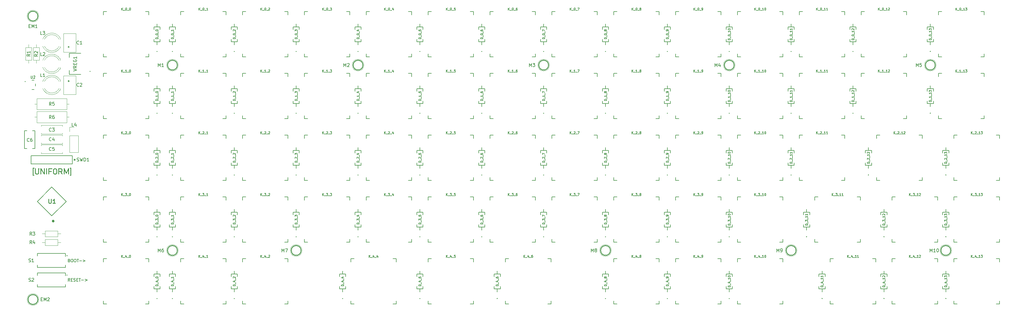
<source format=gto>
%TF.GenerationSoftware,KiCad,Pcbnew,(6.0.2)*%
%TF.CreationDate,2022-07-07T00:18:28-06:00*%
%TF.ProjectId,Uniform,556e6966-6f72-46d2-9e6b-696361645f70,rev?*%
%TF.SameCoordinates,Original*%
%TF.FileFunction,Legend,Top*%
%TF.FilePolarity,Positive*%
%FSLAX46Y46*%
G04 Gerber Fmt 4.6, Leading zero omitted, Abs format (unit mm)*
G04 Created by KiCad (PCBNEW (6.0.2)) date 2022-07-07 00:18:28*
%MOMM*%
%LPD*%
G01*
G04 APERTURE LIST*
%ADD10C,0.200000*%
%ADD11C,0.150000*%
%ADD12C,0.254000*%
%ADD13C,0.120000*%
%ADD14C,0.127000*%
%ADD15C,0.300000*%
%ADD16C,0.400000*%
%ADD17C,0.250000*%
G04 APERTURE END LIST*
D10*
X54153571Y-190482142D02*
X53853571Y-190053571D01*
X53639285Y-190482142D02*
X53639285Y-189582142D01*
X53982142Y-189582142D01*
X54067857Y-189625000D01*
X54110714Y-189667857D01*
X54153571Y-189753571D01*
X54153571Y-189882142D01*
X54110714Y-189967857D01*
X54067857Y-190010714D01*
X53982142Y-190053571D01*
X53639285Y-190053571D01*
X54539285Y-190010714D02*
X54839285Y-190010714D01*
X54967857Y-190482142D02*
X54539285Y-190482142D01*
X54539285Y-189582142D01*
X54967857Y-189582142D01*
X55310714Y-190439285D02*
X55439285Y-190482142D01*
X55653571Y-190482142D01*
X55739285Y-190439285D01*
X55782142Y-190396428D01*
X55825000Y-190310714D01*
X55825000Y-190225000D01*
X55782142Y-190139285D01*
X55739285Y-190096428D01*
X55653571Y-190053571D01*
X55482142Y-190010714D01*
X55396428Y-189967857D01*
X55353571Y-189925000D01*
X55310714Y-189839285D01*
X55310714Y-189753571D01*
X55353571Y-189667857D01*
X55396428Y-189625000D01*
X55482142Y-189582142D01*
X55696428Y-189582142D01*
X55825000Y-189625000D01*
X56210714Y-190010714D02*
X56510714Y-190010714D01*
X56639285Y-190482142D02*
X56210714Y-190482142D01*
X56210714Y-189582142D01*
X56639285Y-189582142D01*
X56896428Y-189582142D02*
X57410714Y-189582142D01*
X57153571Y-190482142D02*
X57153571Y-189582142D01*
X57710714Y-190139285D02*
X58396428Y-190139285D01*
X58825000Y-189882142D02*
X59510714Y-190139285D01*
X58825000Y-190396428D01*
X53939285Y-184060714D02*
X54067857Y-184103571D01*
X54110714Y-184146428D01*
X54153571Y-184232142D01*
X54153571Y-184360714D01*
X54110714Y-184446428D01*
X54067857Y-184489285D01*
X53982142Y-184532142D01*
X53639285Y-184532142D01*
X53639285Y-183632142D01*
X53939285Y-183632142D01*
X54025000Y-183675000D01*
X54067857Y-183717857D01*
X54110714Y-183803571D01*
X54110714Y-183889285D01*
X54067857Y-183975000D01*
X54025000Y-184017857D01*
X53939285Y-184060714D01*
X53639285Y-184060714D01*
X54710714Y-183632142D02*
X54882142Y-183632142D01*
X54967857Y-183675000D01*
X55053571Y-183760714D01*
X55096428Y-183932142D01*
X55096428Y-184232142D01*
X55053571Y-184403571D01*
X54967857Y-184489285D01*
X54882142Y-184532142D01*
X54710714Y-184532142D01*
X54625000Y-184489285D01*
X54539285Y-184403571D01*
X54496428Y-184232142D01*
X54496428Y-183932142D01*
X54539285Y-183760714D01*
X54625000Y-183675000D01*
X54710714Y-183632142D01*
X55653571Y-183632142D02*
X55825000Y-183632142D01*
X55910714Y-183675000D01*
X55996428Y-183760714D01*
X56039285Y-183932142D01*
X56039285Y-184232142D01*
X55996428Y-184403571D01*
X55910714Y-184489285D01*
X55825000Y-184532142D01*
X55653571Y-184532142D01*
X55567857Y-184489285D01*
X55482142Y-184403571D01*
X55439285Y-184232142D01*
X55439285Y-183932142D01*
X55482142Y-183760714D01*
X55567857Y-183675000D01*
X55653571Y-183632142D01*
X56296428Y-183632142D02*
X56810714Y-183632142D01*
X56553571Y-184532142D02*
X56553571Y-183632142D01*
X57110714Y-184189285D02*
X57796428Y-184189285D01*
X58225000Y-183932142D02*
X58910714Y-184189285D01*
X58225000Y-184446428D01*
D11*
%TO.C,L4*%
X55283333Y-142652380D02*
X54807142Y-142652380D01*
X54807142Y-141652380D01*
X56045238Y-141985714D02*
X56045238Y-142652380D01*
X55807142Y-141604761D02*
X55569047Y-142319047D01*
X56188095Y-142319047D01*
%TO.C,C1*%
X56908333Y-117282142D02*
X56860714Y-117329761D01*
X56717857Y-117377380D01*
X56622619Y-117377380D01*
X56479761Y-117329761D01*
X56384523Y-117234523D01*
X56336904Y-117139285D01*
X56289285Y-116948809D01*
X56289285Y-116805952D01*
X56336904Y-116615476D01*
X56384523Y-116520238D01*
X56479761Y-116425000D01*
X56622619Y-116377380D01*
X56717857Y-116377380D01*
X56860714Y-116425000D01*
X56908333Y-116472619D01*
X57860714Y-117377380D02*
X57289285Y-117377380D01*
X57575000Y-117377380D02*
X57575000Y-116377380D01*
X57479761Y-116520238D01*
X57384523Y-116615476D01*
X57289285Y-116663095D01*
X53527380Y-118175000D02*
X53765476Y-118175000D01*
X53670238Y-118413095D02*
X53765476Y-118175000D01*
X53670238Y-117936904D01*
X53955952Y-118317857D02*
X53765476Y-118175000D01*
X53955952Y-118032142D01*
%TO.C,C2*%
X56908333Y-130282142D02*
X56860714Y-130329761D01*
X56717857Y-130377380D01*
X56622619Y-130377380D01*
X56479761Y-130329761D01*
X56384523Y-130234523D01*
X56336904Y-130139285D01*
X56289285Y-129948809D01*
X56289285Y-129805952D01*
X56336904Y-129615476D01*
X56384523Y-129520238D01*
X56479761Y-129425000D01*
X56622619Y-129377380D01*
X56717857Y-129377380D01*
X56860714Y-129425000D01*
X56908333Y-129472619D01*
X57289285Y-129472619D02*
X57336904Y-129425000D01*
X57432142Y-129377380D01*
X57670238Y-129377380D01*
X57765476Y-129425000D01*
X57813095Y-129472619D01*
X57860714Y-129567857D01*
X57860714Y-129663095D01*
X57813095Y-129805952D01*
X57241666Y-130377380D01*
X57860714Y-130377380D01*
X53527380Y-128715650D02*
X53765476Y-128715650D01*
X53670238Y-128953745D02*
X53765476Y-128715650D01*
X53670238Y-128477554D01*
X53955952Y-128858507D02*
X53765476Y-128715650D01*
X53955952Y-128572792D01*
%TO.C,C3*%
X48408333Y-144132142D02*
X48360714Y-144179761D01*
X48217857Y-144227380D01*
X48122619Y-144227380D01*
X47979761Y-144179761D01*
X47884523Y-144084523D01*
X47836904Y-143989285D01*
X47789285Y-143798809D01*
X47789285Y-143655952D01*
X47836904Y-143465476D01*
X47884523Y-143370238D01*
X47979761Y-143275000D01*
X48122619Y-143227380D01*
X48217857Y-143227380D01*
X48360714Y-143275000D01*
X48408333Y-143322619D01*
X48741666Y-143227380D02*
X49360714Y-143227380D01*
X49027380Y-143608333D01*
X49170238Y-143608333D01*
X49265476Y-143655952D01*
X49313095Y-143703571D01*
X49360714Y-143798809D01*
X49360714Y-144036904D01*
X49313095Y-144132142D01*
X49265476Y-144179761D01*
X49170238Y-144227380D01*
X48884523Y-144227380D01*
X48789285Y-144179761D01*
X48741666Y-144132142D01*
%TO.C,C4*%
X48408333Y-147082142D02*
X48360714Y-147129761D01*
X48217857Y-147177380D01*
X48122619Y-147177380D01*
X47979761Y-147129761D01*
X47884523Y-147034523D01*
X47836904Y-146939285D01*
X47789285Y-146748809D01*
X47789285Y-146605952D01*
X47836904Y-146415476D01*
X47884523Y-146320238D01*
X47979761Y-146225000D01*
X48122619Y-146177380D01*
X48217857Y-146177380D01*
X48360714Y-146225000D01*
X48408333Y-146272619D01*
X49265476Y-146510714D02*
X49265476Y-147177380D01*
X49027380Y-146129761D02*
X48789285Y-146844047D01*
X49408333Y-146844047D01*
%TO.C,C5*%
X48408333Y-150082142D02*
X48360714Y-150129761D01*
X48217857Y-150177380D01*
X48122619Y-150177380D01*
X47979761Y-150129761D01*
X47884523Y-150034523D01*
X47836904Y-149939285D01*
X47789285Y-149748809D01*
X47789285Y-149605952D01*
X47836904Y-149415476D01*
X47884523Y-149320238D01*
X47979761Y-149225000D01*
X48122619Y-149177380D01*
X48217857Y-149177380D01*
X48360714Y-149225000D01*
X48408333Y-149272619D01*
X49313095Y-149177380D02*
X48836904Y-149177380D01*
X48789285Y-149653571D01*
X48836904Y-149605952D01*
X48932142Y-149558333D01*
X49170238Y-149558333D01*
X49265476Y-149605952D01*
X49313095Y-149653571D01*
X49360714Y-149748809D01*
X49360714Y-149986904D01*
X49313095Y-150082142D01*
X49265476Y-150129761D01*
X49170238Y-150177380D01*
X48932142Y-150177380D01*
X48836904Y-150129761D01*
X48789285Y-150082142D01*
%TO.C,C6*%
X41608333Y-147282142D02*
X41560714Y-147329761D01*
X41417857Y-147377380D01*
X41322619Y-147377380D01*
X41179761Y-147329761D01*
X41084523Y-147234523D01*
X41036904Y-147139285D01*
X40989285Y-146948809D01*
X40989285Y-146805952D01*
X41036904Y-146615476D01*
X41084523Y-146520238D01*
X41179761Y-146425000D01*
X41322619Y-146377380D01*
X41417857Y-146377380D01*
X41560714Y-146425000D01*
X41608333Y-146472619D01*
X42465476Y-146377380D02*
X42275000Y-146377380D01*
X42179761Y-146425000D01*
X42132142Y-146472619D01*
X42036904Y-146615476D01*
X41989285Y-146805952D01*
X41989285Y-147186904D01*
X42036904Y-147282142D01*
X42084523Y-147329761D01*
X42179761Y-147377380D01*
X42370238Y-147377380D01*
X42465476Y-147329761D01*
X42513095Y-147282142D01*
X42560714Y-147186904D01*
X42560714Y-146948809D01*
X42513095Y-146853571D01*
X42465476Y-146805952D01*
X42370238Y-146758333D01*
X42179761Y-146758333D01*
X42084523Y-146805952D01*
X42036904Y-146853571D01*
X41989285Y-146948809D01*
%TO.C,SWD1*%
X56341666Y-153404761D02*
X56484523Y-153452380D01*
X56722619Y-153452380D01*
X56817857Y-153404761D01*
X56865476Y-153357142D01*
X56913095Y-153261904D01*
X56913095Y-153166666D01*
X56865476Y-153071428D01*
X56817857Y-153023809D01*
X56722619Y-152976190D01*
X56532142Y-152928571D01*
X56436904Y-152880952D01*
X56389285Y-152833333D01*
X56341666Y-152738095D01*
X56341666Y-152642857D01*
X56389285Y-152547619D01*
X56436904Y-152500000D01*
X56532142Y-152452380D01*
X56770238Y-152452380D01*
X56913095Y-152500000D01*
X57246428Y-152452380D02*
X57484523Y-153452380D01*
X57675000Y-152738095D01*
X57865476Y-153452380D01*
X58103571Y-152452380D01*
X58484523Y-153452380D02*
X58484523Y-152452380D01*
X58722619Y-152452380D01*
X58865476Y-152500000D01*
X58960714Y-152595238D01*
X59008333Y-152690476D01*
X59055952Y-152880952D01*
X59055952Y-153023809D01*
X59008333Y-153214285D01*
X58960714Y-153309523D01*
X58865476Y-153404761D01*
X58722619Y-153452380D01*
X58484523Y-153452380D01*
X60008333Y-153452380D02*
X59436904Y-153452380D01*
X59722619Y-153452380D02*
X59722619Y-152452380D01*
X59627380Y-152595238D01*
X59532142Y-152690476D01*
X59436904Y-152738095D01*
%TO.C,D_0_0*%
X81279166Y-115683333D02*
X80579166Y-115683333D01*
X80579166Y-115516666D01*
X80612500Y-115416666D01*
X80679166Y-115350000D01*
X80745833Y-115316666D01*
X80879166Y-115283333D01*
X80979166Y-115283333D01*
X81112500Y-115316666D01*
X81179166Y-115350000D01*
X81245833Y-115416666D01*
X81279166Y-115516666D01*
X81279166Y-115683333D01*
X81345833Y-115150000D02*
X81345833Y-114616666D01*
X80579166Y-114316666D02*
X80579166Y-114250000D01*
X80612500Y-114183333D01*
X80645833Y-114150000D01*
X80712500Y-114116666D01*
X80845833Y-114083333D01*
X81012500Y-114083333D01*
X81145833Y-114116666D01*
X81212500Y-114150000D01*
X81245833Y-114183333D01*
X81279166Y-114250000D01*
X81279166Y-114316666D01*
X81245833Y-114383333D01*
X81212500Y-114416666D01*
X81145833Y-114450000D01*
X81012500Y-114483333D01*
X80845833Y-114483333D01*
X80712500Y-114450000D01*
X80645833Y-114416666D01*
X80612500Y-114383333D01*
X80579166Y-114316666D01*
X81345833Y-113950000D02*
X81345833Y-113416666D01*
X80579166Y-113116666D02*
X80579166Y-113050000D01*
X80612500Y-112983333D01*
X80645833Y-112950000D01*
X80712500Y-112916666D01*
X80845833Y-112883333D01*
X81012500Y-112883333D01*
X81145833Y-112916666D01*
X81212500Y-112950000D01*
X81245833Y-112983333D01*
X81279166Y-113050000D01*
X81279166Y-113116666D01*
X81245833Y-113183333D01*
X81212500Y-113216666D01*
X81145833Y-113250000D01*
X81012500Y-113283333D01*
X80845833Y-113283333D01*
X80712500Y-113250000D01*
X80645833Y-113216666D01*
X80612500Y-113183333D01*
X80579166Y-113116666D01*
%TO.C,D_0_1*%
X86041666Y-115683333D02*
X85341666Y-115683333D01*
X85341666Y-115516666D01*
X85375000Y-115416666D01*
X85441666Y-115350000D01*
X85508333Y-115316666D01*
X85641666Y-115283333D01*
X85741666Y-115283333D01*
X85875000Y-115316666D01*
X85941666Y-115350000D01*
X86008333Y-115416666D01*
X86041666Y-115516666D01*
X86041666Y-115683333D01*
X86108333Y-115150000D02*
X86108333Y-114616666D01*
X85341666Y-114316666D02*
X85341666Y-114250000D01*
X85375000Y-114183333D01*
X85408333Y-114150000D01*
X85475000Y-114116666D01*
X85608333Y-114083333D01*
X85775000Y-114083333D01*
X85908333Y-114116666D01*
X85975000Y-114150000D01*
X86008333Y-114183333D01*
X86041666Y-114250000D01*
X86041666Y-114316666D01*
X86008333Y-114383333D01*
X85975000Y-114416666D01*
X85908333Y-114450000D01*
X85775000Y-114483333D01*
X85608333Y-114483333D01*
X85475000Y-114450000D01*
X85408333Y-114416666D01*
X85375000Y-114383333D01*
X85341666Y-114316666D01*
X86108333Y-113950000D02*
X86108333Y-113416666D01*
X86041666Y-112883333D02*
X86041666Y-113283333D01*
X86041666Y-113083333D02*
X85341666Y-113083333D01*
X85441666Y-113150000D01*
X85508333Y-113216666D01*
X85541666Y-113283333D01*
%TO.C,D_0_2*%
X105091666Y-115683333D02*
X104391666Y-115683333D01*
X104391666Y-115516666D01*
X104425000Y-115416666D01*
X104491666Y-115350000D01*
X104558333Y-115316666D01*
X104691666Y-115283333D01*
X104791666Y-115283333D01*
X104925000Y-115316666D01*
X104991666Y-115350000D01*
X105058333Y-115416666D01*
X105091666Y-115516666D01*
X105091666Y-115683333D01*
X105158333Y-115150000D02*
X105158333Y-114616666D01*
X104391666Y-114316666D02*
X104391666Y-114250000D01*
X104425000Y-114183333D01*
X104458333Y-114150000D01*
X104525000Y-114116666D01*
X104658333Y-114083333D01*
X104825000Y-114083333D01*
X104958333Y-114116666D01*
X105025000Y-114150000D01*
X105058333Y-114183333D01*
X105091666Y-114250000D01*
X105091666Y-114316666D01*
X105058333Y-114383333D01*
X105025000Y-114416666D01*
X104958333Y-114450000D01*
X104825000Y-114483333D01*
X104658333Y-114483333D01*
X104525000Y-114450000D01*
X104458333Y-114416666D01*
X104425000Y-114383333D01*
X104391666Y-114316666D01*
X105158333Y-113950000D02*
X105158333Y-113416666D01*
X104458333Y-113283333D02*
X104425000Y-113250000D01*
X104391666Y-113183333D01*
X104391666Y-113016666D01*
X104425000Y-112950000D01*
X104458333Y-112916666D01*
X104525000Y-112883333D01*
X104591666Y-112883333D01*
X104691666Y-112916666D01*
X105091666Y-113316666D01*
X105091666Y-112883333D01*
%TO.C,D_0_3*%
X124141666Y-115683333D02*
X123441666Y-115683333D01*
X123441666Y-115516666D01*
X123475000Y-115416666D01*
X123541666Y-115350000D01*
X123608333Y-115316666D01*
X123741666Y-115283333D01*
X123841666Y-115283333D01*
X123975000Y-115316666D01*
X124041666Y-115350000D01*
X124108333Y-115416666D01*
X124141666Y-115516666D01*
X124141666Y-115683333D01*
X124208333Y-115150000D02*
X124208333Y-114616666D01*
X123441666Y-114316666D02*
X123441666Y-114250000D01*
X123475000Y-114183333D01*
X123508333Y-114150000D01*
X123575000Y-114116666D01*
X123708333Y-114083333D01*
X123875000Y-114083333D01*
X124008333Y-114116666D01*
X124075000Y-114150000D01*
X124108333Y-114183333D01*
X124141666Y-114250000D01*
X124141666Y-114316666D01*
X124108333Y-114383333D01*
X124075000Y-114416666D01*
X124008333Y-114450000D01*
X123875000Y-114483333D01*
X123708333Y-114483333D01*
X123575000Y-114450000D01*
X123508333Y-114416666D01*
X123475000Y-114383333D01*
X123441666Y-114316666D01*
X124208333Y-113950000D02*
X124208333Y-113416666D01*
X123441666Y-113316666D02*
X123441666Y-112883333D01*
X123708333Y-113116666D01*
X123708333Y-113016666D01*
X123741666Y-112950000D01*
X123775000Y-112916666D01*
X123841666Y-112883333D01*
X124008333Y-112883333D01*
X124075000Y-112916666D01*
X124108333Y-112950000D01*
X124141666Y-113016666D01*
X124141666Y-113216666D01*
X124108333Y-113283333D01*
X124075000Y-113316666D01*
%TO.C,D_0_4*%
X143191666Y-115683333D02*
X142491666Y-115683333D01*
X142491666Y-115516666D01*
X142525000Y-115416666D01*
X142591666Y-115350000D01*
X142658333Y-115316666D01*
X142791666Y-115283333D01*
X142891666Y-115283333D01*
X143025000Y-115316666D01*
X143091666Y-115350000D01*
X143158333Y-115416666D01*
X143191666Y-115516666D01*
X143191666Y-115683333D01*
X143258333Y-115150000D02*
X143258333Y-114616666D01*
X142491666Y-114316666D02*
X142491666Y-114250000D01*
X142525000Y-114183333D01*
X142558333Y-114150000D01*
X142625000Y-114116666D01*
X142758333Y-114083333D01*
X142925000Y-114083333D01*
X143058333Y-114116666D01*
X143125000Y-114150000D01*
X143158333Y-114183333D01*
X143191666Y-114250000D01*
X143191666Y-114316666D01*
X143158333Y-114383333D01*
X143125000Y-114416666D01*
X143058333Y-114450000D01*
X142925000Y-114483333D01*
X142758333Y-114483333D01*
X142625000Y-114450000D01*
X142558333Y-114416666D01*
X142525000Y-114383333D01*
X142491666Y-114316666D01*
X143258333Y-113950000D02*
X143258333Y-113416666D01*
X142725000Y-112950000D02*
X143191666Y-112950000D01*
X142458333Y-113116666D02*
X142958333Y-113283333D01*
X142958333Y-112850000D01*
%TO.C,D_0_5*%
X162241666Y-115683333D02*
X161541666Y-115683333D01*
X161541666Y-115516666D01*
X161575000Y-115416666D01*
X161641666Y-115350000D01*
X161708333Y-115316666D01*
X161841666Y-115283333D01*
X161941666Y-115283333D01*
X162075000Y-115316666D01*
X162141666Y-115350000D01*
X162208333Y-115416666D01*
X162241666Y-115516666D01*
X162241666Y-115683333D01*
X162308333Y-115150000D02*
X162308333Y-114616666D01*
X161541666Y-114316666D02*
X161541666Y-114250000D01*
X161575000Y-114183333D01*
X161608333Y-114150000D01*
X161675000Y-114116666D01*
X161808333Y-114083333D01*
X161975000Y-114083333D01*
X162108333Y-114116666D01*
X162175000Y-114150000D01*
X162208333Y-114183333D01*
X162241666Y-114250000D01*
X162241666Y-114316666D01*
X162208333Y-114383333D01*
X162175000Y-114416666D01*
X162108333Y-114450000D01*
X161975000Y-114483333D01*
X161808333Y-114483333D01*
X161675000Y-114450000D01*
X161608333Y-114416666D01*
X161575000Y-114383333D01*
X161541666Y-114316666D01*
X162308333Y-113950000D02*
X162308333Y-113416666D01*
X161541666Y-112916666D02*
X161541666Y-113250000D01*
X161875000Y-113283333D01*
X161841666Y-113250000D01*
X161808333Y-113183333D01*
X161808333Y-113016666D01*
X161841666Y-112950000D01*
X161875000Y-112916666D01*
X161941666Y-112883333D01*
X162108333Y-112883333D01*
X162175000Y-112916666D01*
X162208333Y-112950000D01*
X162241666Y-113016666D01*
X162241666Y-113183333D01*
X162208333Y-113250000D01*
X162175000Y-113283333D01*
%TO.C,D_0_6*%
X181291666Y-115683333D02*
X180591666Y-115683333D01*
X180591666Y-115516666D01*
X180625000Y-115416666D01*
X180691666Y-115350000D01*
X180758333Y-115316666D01*
X180891666Y-115283333D01*
X180991666Y-115283333D01*
X181125000Y-115316666D01*
X181191666Y-115350000D01*
X181258333Y-115416666D01*
X181291666Y-115516666D01*
X181291666Y-115683333D01*
X181358333Y-115150000D02*
X181358333Y-114616666D01*
X180591666Y-114316666D02*
X180591666Y-114250000D01*
X180625000Y-114183333D01*
X180658333Y-114150000D01*
X180725000Y-114116666D01*
X180858333Y-114083333D01*
X181025000Y-114083333D01*
X181158333Y-114116666D01*
X181225000Y-114150000D01*
X181258333Y-114183333D01*
X181291666Y-114250000D01*
X181291666Y-114316666D01*
X181258333Y-114383333D01*
X181225000Y-114416666D01*
X181158333Y-114450000D01*
X181025000Y-114483333D01*
X180858333Y-114483333D01*
X180725000Y-114450000D01*
X180658333Y-114416666D01*
X180625000Y-114383333D01*
X180591666Y-114316666D01*
X181358333Y-113950000D02*
X181358333Y-113416666D01*
X180591666Y-112950000D02*
X180591666Y-113083333D01*
X180625000Y-113150000D01*
X180658333Y-113183333D01*
X180758333Y-113250000D01*
X180891666Y-113283333D01*
X181158333Y-113283333D01*
X181225000Y-113250000D01*
X181258333Y-113216666D01*
X181291666Y-113150000D01*
X181291666Y-113016666D01*
X181258333Y-112950000D01*
X181225000Y-112916666D01*
X181158333Y-112883333D01*
X180991666Y-112883333D01*
X180925000Y-112916666D01*
X180891666Y-112950000D01*
X180858333Y-113016666D01*
X180858333Y-113150000D01*
X180891666Y-113216666D01*
X180925000Y-113250000D01*
X180991666Y-113283333D01*
%TO.C,D_0_7*%
X200341666Y-115683333D02*
X199641666Y-115683333D01*
X199641666Y-115516666D01*
X199675000Y-115416666D01*
X199741666Y-115350000D01*
X199808333Y-115316666D01*
X199941666Y-115283333D01*
X200041666Y-115283333D01*
X200175000Y-115316666D01*
X200241666Y-115350000D01*
X200308333Y-115416666D01*
X200341666Y-115516666D01*
X200341666Y-115683333D01*
X200408333Y-115150000D02*
X200408333Y-114616666D01*
X199641666Y-114316666D02*
X199641666Y-114250000D01*
X199675000Y-114183333D01*
X199708333Y-114150000D01*
X199775000Y-114116666D01*
X199908333Y-114083333D01*
X200075000Y-114083333D01*
X200208333Y-114116666D01*
X200275000Y-114150000D01*
X200308333Y-114183333D01*
X200341666Y-114250000D01*
X200341666Y-114316666D01*
X200308333Y-114383333D01*
X200275000Y-114416666D01*
X200208333Y-114450000D01*
X200075000Y-114483333D01*
X199908333Y-114483333D01*
X199775000Y-114450000D01*
X199708333Y-114416666D01*
X199675000Y-114383333D01*
X199641666Y-114316666D01*
X200408333Y-113950000D02*
X200408333Y-113416666D01*
X199641666Y-113316666D02*
X199641666Y-112850000D01*
X200341666Y-113150000D01*
%TO.C,D_0_8*%
X219391666Y-115683333D02*
X218691666Y-115683333D01*
X218691666Y-115516666D01*
X218725000Y-115416666D01*
X218791666Y-115350000D01*
X218858333Y-115316666D01*
X218991666Y-115283333D01*
X219091666Y-115283333D01*
X219225000Y-115316666D01*
X219291666Y-115350000D01*
X219358333Y-115416666D01*
X219391666Y-115516666D01*
X219391666Y-115683333D01*
X219458333Y-115150000D02*
X219458333Y-114616666D01*
X218691666Y-114316666D02*
X218691666Y-114250000D01*
X218725000Y-114183333D01*
X218758333Y-114150000D01*
X218825000Y-114116666D01*
X218958333Y-114083333D01*
X219125000Y-114083333D01*
X219258333Y-114116666D01*
X219325000Y-114150000D01*
X219358333Y-114183333D01*
X219391666Y-114250000D01*
X219391666Y-114316666D01*
X219358333Y-114383333D01*
X219325000Y-114416666D01*
X219258333Y-114450000D01*
X219125000Y-114483333D01*
X218958333Y-114483333D01*
X218825000Y-114450000D01*
X218758333Y-114416666D01*
X218725000Y-114383333D01*
X218691666Y-114316666D01*
X219458333Y-113950000D02*
X219458333Y-113416666D01*
X218991666Y-113150000D02*
X218958333Y-113216666D01*
X218925000Y-113250000D01*
X218858333Y-113283333D01*
X218825000Y-113283333D01*
X218758333Y-113250000D01*
X218725000Y-113216666D01*
X218691666Y-113150000D01*
X218691666Y-113016666D01*
X218725000Y-112950000D01*
X218758333Y-112916666D01*
X218825000Y-112883333D01*
X218858333Y-112883333D01*
X218925000Y-112916666D01*
X218958333Y-112950000D01*
X218991666Y-113016666D01*
X218991666Y-113150000D01*
X219025000Y-113216666D01*
X219058333Y-113250000D01*
X219125000Y-113283333D01*
X219258333Y-113283333D01*
X219325000Y-113250000D01*
X219358333Y-113216666D01*
X219391666Y-113150000D01*
X219391666Y-113016666D01*
X219358333Y-112950000D01*
X219325000Y-112916666D01*
X219258333Y-112883333D01*
X219125000Y-112883333D01*
X219058333Y-112916666D01*
X219025000Y-112950000D01*
X218991666Y-113016666D01*
%TO.C,D_0_9*%
X238441666Y-115683333D02*
X237741666Y-115683333D01*
X237741666Y-115516666D01*
X237775000Y-115416666D01*
X237841666Y-115350000D01*
X237908333Y-115316666D01*
X238041666Y-115283333D01*
X238141666Y-115283333D01*
X238275000Y-115316666D01*
X238341666Y-115350000D01*
X238408333Y-115416666D01*
X238441666Y-115516666D01*
X238441666Y-115683333D01*
X238508333Y-115150000D02*
X238508333Y-114616666D01*
X237741666Y-114316666D02*
X237741666Y-114250000D01*
X237775000Y-114183333D01*
X237808333Y-114150000D01*
X237875000Y-114116666D01*
X238008333Y-114083333D01*
X238175000Y-114083333D01*
X238308333Y-114116666D01*
X238375000Y-114150000D01*
X238408333Y-114183333D01*
X238441666Y-114250000D01*
X238441666Y-114316666D01*
X238408333Y-114383333D01*
X238375000Y-114416666D01*
X238308333Y-114450000D01*
X238175000Y-114483333D01*
X238008333Y-114483333D01*
X237875000Y-114450000D01*
X237808333Y-114416666D01*
X237775000Y-114383333D01*
X237741666Y-114316666D01*
X238508333Y-113950000D02*
X238508333Y-113416666D01*
X238441666Y-113216666D02*
X238441666Y-113083333D01*
X238408333Y-113016666D01*
X238375000Y-112983333D01*
X238275000Y-112916666D01*
X238141666Y-112883333D01*
X237875000Y-112883333D01*
X237808333Y-112916666D01*
X237775000Y-112950000D01*
X237741666Y-113016666D01*
X237741666Y-113150000D01*
X237775000Y-113216666D01*
X237808333Y-113250000D01*
X237875000Y-113283333D01*
X238041666Y-113283333D01*
X238108333Y-113250000D01*
X238141666Y-113216666D01*
X238175000Y-113150000D01*
X238175000Y-113016666D01*
X238141666Y-112950000D01*
X238108333Y-112916666D01*
X238041666Y-112883333D01*
%TO.C,D_0_10*%
X257491666Y-116016666D02*
X256791666Y-116016666D01*
X256791666Y-115850000D01*
X256825000Y-115750000D01*
X256891666Y-115683333D01*
X256958333Y-115650000D01*
X257091666Y-115616666D01*
X257191666Y-115616666D01*
X257325000Y-115650000D01*
X257391666Y-115683333D01*
X257458333Y-115750000D01*
X257491666Y-115850000D01*
X257491666Y-116016666D01*
X257558333Y-115483333D02*
X257558333Y-114950000D01*
X256791666Y-114650000D02*
X256791666Y-114583333D01*
X256825000Y-114516666D01*
X256858333Y-114483333D01*
X256925000Y-114450000D01*
X257058333Y-114416666D01*
X257225000Y-114416666D01*
X257358333Y-114450000D01*
X257425000Y-114483333D01*
X257458333Y-114516666D01*
X257491666Y-114583333D01*
X257491666Y-114650000D01*
X257458333Y-114716666D01*
X257425000Y-114750000D01*
X257358333Y-114783333D01*
X257225000Y-114816666D01*
X257058333Y-114816666D01*
X256925000Y-114783333D01*
X256858333Y-114750000D01*
X256825000Y-114716666D01*
X256791666Y-114650000D01*
X257558333Y-114283333D02*
X257558333Y-113750000D01*
X257491666Y-113216666D02*
X257491666Y-113616666D01*
X257491666Y-113416666D02*
X256791666Y-113416666D01*
X256891666Y-113483333D01*
X256958333Y-113550000D01*
X256991666Y-113616666D01*
X256791666Y-112783333D02*
X256791666Y-112716666D01*
X256825000Y-112650000D01*
X256858333Y-112616666D01*
X256925000Y-112583333D01*
X257058333Y-112550000D01*
X257225000Y-112550000D01*
X257358333Y-112583333D01*
X257425000Y-112616666D01*
X257458333Y-112650000D01*
X257491666Y-112716666D01*
X257491666Y-112783333D01*
X257458333Y-112850000D01*
X257425000Y-112883333D01*
X257358333Y-112916666D01*
X257225000Y-112950000D01*
X257058333Y-112950000D01*
X256925000Y-112916666D01*
X256858333Y-112883333D01*
X256825000Y-112850000D01*
X256791666Y-112783333D01*
%TO.C,D_0_11*%
X276541666Y-116016666D02*
X275841666Y-116016666D01*
X275841666Y-115850000D01*
X275875000Y-115750000D01*
X275941666Y-115683333D01*
X276008333Y-115650000D01*
X276141666Y-115616666D01*
X276241666Y-115616666D01*
X276375000Y-115650000D01*
X276441666Y-115683333D01*
X276508333Y-115750000D01*
X276541666Y-115850000D01*
X276541666Y-116016666D01*
X276608333Y-115483333D02*
X276608333Y-114950000D01*
X275841666Y-114650000D02*
X275841666Y-114583333D01*
X275875000Y-114516666D01*
X275908333Y-114483333D01*
X275975000Y-114450000D01*
X276108333Y-114416666D01*
X276275000Y-114416666D01*
X276408333Y-114450000D01*
X276475000Y-114483333D01*
X276508333Y-114516666D01*
X276541666Y-114583333D01*
X276541666Y-114650000D01*
X276508333Y-114716666D01*
X276475000Y-114750000D01*
X276408333Y-114783333D01*
X276275000Y-114816666D01*
X276108333Y-114816666D01*
X275975000Y-114783333D01*
X275908333Y-114750000D01*
X275875000Y-114716666D01*
X275841666Y-114650000D01*
X276608333Y-114283333D02*
X276608333Y-113750000D01*
X276541666Y-113216666D02*
X276541666Y-113616666D01*
X276541666Y-113416666D02*
X275841666Y-113416666D01*
X275941666Y-113483333D01*
X276008333Y-113550000D01*
X276041666Y-113616666D01*
X276541666Y-112550000D02*
X276541666Y-112950000D01*
X276541666Y-112750000D02*
X275841666Y-112750000D01*
X275941666Y-112816666D01*
X276008333Y-112883333D01*
X276041666Y-112950000D01*
%TO.C,D_0_12*%
X295591666Y-116016666D02*
X294891666Y-116016666D01*
X294891666Y-115850000D01*
X294925000Y-115750000D01*
X294991666Y-115683333D01*
X295058333Y-115650000D01*
X295191666Y-115616666D01*
X295291666Y-115616666D01*
X295425000Y-115650000D01*
X295491666Y-115683333D01*
X295558333Y-115750000D01*
X295591666Y-115850000D01*
X295591666Y-116016666D01*
X295658333Y-115483333D02*
X295658333Y-114950000D01*
X294891666Y-114650000D02*
X294891666Y-114583333D01*
X294925000Y-114516666D01*
X294958333Y-114483333D01*
X295025000Y-114450000D01*
X295158333Y-114416666D01*
X295325000Y-114416666D01*
X295458333Y-114450000D01*
X295525000Y-114483333D01*
X295558333Y-114516666D01*
X295591666Y-114583333D01*
X295591666Y-114650000D01*
X295558333Y-114716666D01*
X295525000Y-114750000D01*
X295458333Y-114783333D01*
X295325000Y-114816666D01*
X295158333Y-114816666D01*
X295025000Y-114783333D01*
X294958333Y-114750000D01*
X294925000Y-114716666D01*
X294891666Y-114650000D01*
X295658333Y-114283333D02*
X295658333Y-113750000D01*
X295591666Y-113216666D02*
X295591666Y-113616666D01*
X295591666Y-113416666D02*
X294891666Y-113416666D01*
X294991666Y-113483333D01*
X295058333Y-113550000D01*
X295091666Y-113616666D01*
X294958333Y-112950000D02*
X294925000Y-112916666D01*
X294891666Y-112850000D01*
X294891666Y-112683333D01*
X294925000Y-112616666D01*
X294958333Y-112583333D01*
X295025000Y-112550000D01*
X295091666Y-112550000D01*
X295191666Y-112583333D01*
X295591666Y-112983333D01*
X295591666Y-112550000D01*
%TO.C,D_0_13*%
X319404166Y-116016666D02*
X318704166Y-116016666D01*
X318704166Y-115850000D01*
X318737500Y-115750000D01*
X318804166Y-115683333D01*
X318870833Y-115650000D01*
X319004166Y-115616666D01*
X319104166Y-115616666D01*
X319237500Y-115650000D01*
X319304166Y-115683333D01*
X319370833Y-115750000D01*
X319404166Y-115850000D01*
X319404166Y-116016666D01*
X319470833Y-115483333D02*
X319470833Y-114950000D01*
X318704166Y-114650000D02*
X318704166Y-114583333D01*
X318737500Y-114516666D01*
X318770833Y-114483333D01*
X318837500Y-114450000D01*
X318970833Y-114416666D01*
X319137500Y-114416666D01*
X319270833Y-114450000D01*
X319337500Y-114483333D01*
X319370833Y-114516666D01*
X319404166Y-114583333D01*
X319404166Y-114650000D01*
X319370833Y-114716666D01*
X319337500Y-114750000D01*
X319270833Y-114783333D01*
X319137500Y-114816666D01*
X318970833Y-114816666D01*
X318837500Y-114783333D01*
X318770833Y-114750000D01*
X318737500Y-114716666D01*
X318704166Y-114650000D01*
X319470833Y-114283333D02*
X319470833Y-113750000D01*
X319404166Y-113216666D02*
X319404166Y-113616666D01*
X319404166Y-113416666D02*
X318704166Y-113416666D01*
X318804166Y-113483333D01*
X318870833Y-113550000D01*
X318904166Y-113616666D01*
X318704166Y-112983333D02*
X318704166Y-112550000D01*
X318970833Y-112783333D01*
X318970833Y-112683333D01*
X319004166Y-112616666D01*
X319037500Y-112583333D01*
X319104166Y-112550000D01*
X319270833Y-112550000D01*
X319337500Y-112583333D01*
X319370833Y-112616666D01*
X319404166Y-112683333D01*
X319404166Y-112883333D01*
X319370833Y-112950000D01*
X319337500Y-112983333D01*
%TO.C,D_1_0*%
X81279166Y-134733333D02*
X80579166Y-134733333D01*
X80579166Y-134566666D01*
X80612500Y-134466666D01*
X80679166Y-134400000D01*
X80745833Y-134366666D01*
X80879166Y-134333333D01*
X80979166Y-134333333D01*
X81112500Y-134366666D01*
X81179166Y-134400000D01*
X81245833Y-134466666D01*
X81279166Y-134566666D01*
X81279166Y-134733333D01*
X81345833Y-134200000D02*
X81345833Y-133666666D01*
X81279166Y-133133333D02*
X81279166Y-133533333D01*
X81279166Y-133333333D02*
X80579166Y-133333333D01*
X80679166Y-133400000D01*
X80745833Y-133466666D01*
X80779166Y-133533333D01*
X81345833Y-133000000D02*
X81345833Y-132466666D01*
X80579166Y-132166666D02*
X80579166Y-132100000D01*
X80612500Y-132033333D01*
X80645833Y-132000000D01*
X80712500Y-131966666D01*
X80845833Y-131933333D01*
X81012500Y-131933333D01*
X81145833Y-131966666D01*
X81212500Y-132000000D01*
X81245833Y-132033333D01*
X81279166Y-132100000D01*
X81279166Y-132166666D01*
X81245833Y-132233333D01*
X81212500Y-132266666D01*
X81145833Y-132300000D01*
X81012500Y-132333333D01*
X80845833Y-132333333D01*
X80712500Y-132300000D01*
X80645833Y-132266666D01*
X80612500Y-132233333D01*
X80579166Y-132166666D01*
%TO.C,D_1_1*%
X86041666Y-134733333D02*
X85341666Y-134733333D01*
X85341666Y-134566666D01*
X85375000Y-134466666D01*
X85441666Y-134400000D01*
X85508333Y-134366666D01*
X85641666Y-134333333D01*
X85741666Y-134333333D01*
X85875000Y-134366666D01*
X85941666Y-134400000D01*
X86008333Y-134466666D01*
X86041666Y-134566666D01*
X86041666Y-134733333D01*
X86108333Y-134200000D02*
X86108333Y-133666666D01*
X86041666Y-133133333D02*
X86041666Y-133533333D01*
X86041666Y-133333333D02*
X85341666Y-133333333D01*
X85441666Y-133400000D01*
X85508333Y-133466666D01*
X85541666Y-133533333D01*
X86108333Y-133000000D02*
X86108333Y-132466666D01*
X86041666Y-131933333D02*
X86041666Y-132333333D01*
X86041666Y-132133333D02*
X85341666Y-132133333D01*
X85441666Y-132200000D01*
X85508333Y-132266666D01*
X85541666Y-132333333D01*
%TO.C,D_1_2*%
X105091666Y-134733333D02*
X104391666Y-134733333D01*
X104391666Y-134566666D01*
X104425000Y-134466666D01*
X104491666Y-134400000D01*
X104558333Y-134366666D01*
X104691666Y-134333333D01*
X104791666Y-134333333D01*
X104925000Y-134366666D01*
X104991666Y-134400000D01*
X105058333Y-134466666D01*
X105091666Y-134566666D01*
X105091666Y-134733333D01*
X105158333Y-134200000D02*
X105158333Y-133666666D01*
X105091666Y-133133333D02*
X105091666Y-133533333D01*
X105091666Y-133333333D02*
X104391666Y-133333333D01*
X104491666Y-133400000D01*
X104558333Y-133466666D01*
X104591666Y-133533333D01*
X105158333Y-133000000D02*
X105158333Y-132466666D01*
X104458333Y-132333333D02*
X104425000Y-132300000D01*
X104391666Y-132233333D01*
X104391666Y-132066666D01*
X104425000Y-132000000D01*
X104458333Y-131966666D01*
X104525000Y-131933333D01*
X104591666Y-131933333D01*
X104691666Y-131966666D01*
X105091666Y-132366666D01*
X105091666Y-131933333D01*
%TO.C,D_1_3*%
X124141666Y-134733333D02*
X123441666Y-134733333D01*
X123441666Y-134566666D01*
X123475000Y-134466666D01*
X123541666Y-134400000D01*
X123608333Y-134366666D01*
X123741666Y-134333333D01*
X123841666Y-134333333D01*
X123975000Y-134366666D01*
X124041666Y-134400000D01*
X124108333Y-134466666D01*
X124141666Y-134566666D01*
X124141666Y-134733333D01*
X124208333Y-134200000D02*
X124208333Y-133666666D01*
X124141666Y-133133333D02*
X124141666Y-133533333D01*
X124141666Y-133333333D02*
X123441666Y-133333333D01*
X123541666Y-133400000D01*
X123608333Y-133466666D01*
X123641666Y-133533333D01*
X124208333Y-133000000D02*
X124208333Y-132466666D01*
X123441666Y-132366666D02*
X123441666Y-131933333D01*
X123708333Y-132166666D01*
X123708333Y-132066666D01*
X123741666Y-132000000D01*
X123775000Y-131966666D01*
X123841666Y-131933333D01*
X124008333Y-131933333D01*
X124075000Y-131966666D01*
X124108333Y-132000000D01*
X124141666Y-132066666D01*
X124141666Y-132266666D01*
X124108333Y-132333333D01*
X124075000Y-132366666D01*
%TO.C,D_1_4*%
X143191666Y-134733333D02*
X142491666Y-134733333D01*
X142491666Y-134566666D01*
X142525000Y-134466666D01*
X142591666Y-134400000D01*
X142658333Y-134366666D01*
X142791666Y-134333333D01*
X142891666Y-134333333D01*
X143025000Y-134366666D01*
X143091666Y-134400000D01*
X143158333Y-134466666D01*
X143191666Y-134566666D01*
X143191666Y-134733333D01*
X143258333Y-134200000D02*
X143258333Y-133666666D01*
X143191666Y-133133333D02*
X143191666Y-133533333D01*
X143191666Y-133333333D02*
X142491666Y-133333333D01*
X142591666Y-133400000D01*
X142658333Y-133466666D01*
X142691666Y-133533333D01*
X143258333Y-133000000D02*
X143258333Y-132466666D01*
X142725000Y-132000000D02*
X143191666Y-132000000D01*
X142458333Y-132166666D02*
X142958333Y-132333333D01*
X142958333Y-131900000D01*
%TO.C,D_1_5*%
X162241666Y-134733333D02*
X161541666Y-134733333D01*
X161541666Y-134566666D01*
X161575000Y-134466666D01*
X161641666Y-134400000D01*
X161708333Y-134366666D01*
X161841666Y-134333333D01*
X161941666Y-134333333D01*
X162075000Y-134366666D01*
X162141666Y-134400000D01*
X162208333Y-134466666D01*
X162241666Y-134566666D01*
X162241666Y-134733333D01*
X162308333Y-134200000D02*
X162308333Y-133666666D01*
X162241666Y-133133333D02*
X162241666Y-133533333D01*
X162241666Y-133333333D02*
X161541666Y-133333333D01*
X161641666Y-133400000D01*
X161708333Y-133466666D01*
X161741666Y-133533333D01*
X162308333Y-133000000D02*
X162308333Y-132466666D01*
X161541666Y-131966666D02*
X161541666Y-132300000D01*
X161875000Y-132333333D01*
X161841666Y-132300000D01*
X161808333Y-132233333D01*
X161808333Y-132066666D01*
X161841666Y-132000000D01*
X161875000Y-131966666D01*
X161941666Y-131933333D01*
X162108333Y-131933333D01*
X162175000Y-131966666D01*
X162208333Y-132000000D01*
X162241666Y-132066666D01*
X162241666Y-132233333D01*
X162208333Y-132300000D01*
X162175000Y-132333333D01*
%TO.C,D_1_6*%
X181291666Y-134733333D02*
X180591666Y-134733333D01*
X180591666Y-134566666D01*
X180625000Y-134466666D01*
X180691666Y-134400000D01*
X180758333Y-134366666D01*
X180891666Y-134333333D01*
X180991666Y-134333333D01*
X181125000Y-134366666D01*
X181191666Y-134400000D01*
X181258333Y-134466666D01*
X181291666Y-134566666D01*
X181291666Y-134733333D01*
X181358333Y-134200000D02*
X181358333Y-133666666D01*
X181291666Y-133133333D02*
X181291666Y-133533333D01*
X181291666Y-133333333D02*
X180591666Y-133333333D01*
X180691666Y-133400000D01*
X180758333Y-133466666D01*
X180791666Y-133533333D01*
X181358333Y-133000000D02*
X181358333Y-132466666D01*
X180591666Y-132000000D02*
X180591666Y-132133333D01*
X180625000Y-132200000D01*
X180658333Y-132233333D01*
X180758333Y-132300000D01*
X180891666Y-132333333D01*
X181158333Y-132333333D01*
X181225000Y-132300000D01*
X181258333Y-132266666D01*
X181291666Y-132200000D01*
X181291666Y-132066666D01*
X181258333Y-132000000D01*
X181225000Y-131966666D01*
X181158333Y-131933333D01*
X180991666Y-131933333D01*
X180925000Y-131966666D01*
X180891666Y-132000000D01*
X180858333Y-132066666D01*
X180858333Y-132200000D01*
X180891666Y-132266666D01*
X180925000Y-132300000D01*
X180991666Y-132333333D01*
%TO.C,D_1_7*%
X200341666Y-134733333D02*
X199641666Y-134733333D01*
X199641666Y-134566666D01*
X199675000Y-134466666D01*
X199741666Y-134400000D01*
X199808333Y-134366666D01*
X199941666Y-134333333D01*
X200041666Y-134333333D01*
X200175000Y-134366666D01*
X200241666Y-134400000D01*
X200308333Y-134466666D01*
X200341666Y-134566666D01*
X200341666Y-134733333D01*
X200408333Y-134200000D02*
X200408333Y-133666666D01*
X200341666Y-133133333D02*
X200341666Y-133533333D01*
X200341666Y-133333333D02*
X199641666Y-133333333D01*
X199741666Y-133400000D01*
X199808333Y-133466666D01*
X199841666Y-133533333D01*
X200408333Y-133000000D02*
X200408333Y-132466666D01*
X199641666Y-132366666D02*
X199641666Y-131900000D01*
X200341666Y-132200000D01*
%TO.C,D_1_8*%
X219391666Y-134733333D02*
X218691666Y-134733333D01*
X218691666Y-134566666D01*
X218725000Y-134466666D01*
X218791666Y-134400000D01*
X218858333Y-134366666D01*
X218991666Y-134333333D01*
X219091666Y-134333333D01*
X219225000Y-134366666D01*
X219291666Y-134400000D01*
X219358333Y-134466666D01*
X219391666Y-134566666D01*
X219391666Y-134733333D01*
X219458333Y-134200000D02*
X219458333Y-133666666D01*
X219391666Y-133133333D02*
X219391666Y-133533333D01*
X219391666Y-133333333D02*
X218691666Y-133333333D01*
X218791666Y-133400000D01*
X218858333Y-133466666D01*
X218891666Y-133533333D01*
X219458333Y-133000000D02*
X219458333Y-132466666D01*
X218991666Y-132200000D02*
X218958333Y-132266666D01*
X218925000Y-132300000D01*
X218858333Y-132333333D01*
X218825000Y-132333333D01*
X218758333Y-132300000D01*
X218725000Y-132266666D01*
X218691666Y-132200000D01*
X218691666Y-132066666D01*
X218725000Y-132000000D01*
X218758333Y-131966666D01*
X218825000Y-131933333D01*
X218858333Y-131933333D01*
X218925000Y-131966666D01*
X218958333Y-132000000D01*
X218991666Y-132066666D01*
X218991666Y-132200000D01*
X219025000Y-132266666D01*
X219058333Y-132300000D01*
X219125000Y-132333333D01*
X219258333Y-132333333D01*
X219325000Y-132300000D01*
X219358333Y-132266666D01*
X219391666Y-132200000D01*
X219391666Y-132066666D01*
X219358333Y-132000000D01*
X219325000Y-131966666D01*
X219258333Y-131933333D01*
X219125000Y-131933333D01*
X219058333Y-131966666D01*
X219025000Y-132000000D01*
X218991666Y-132066666D01*
%TO.C,D_1_9*%
X238441666Y-134733333D02*
X237741666Y-134733333D01*
X237741666Y-134566666D01*
X237775000Y-134466666D01*
X237841666Y-134400000D01*
X237908333Y-134366666D01*
X238041666Y-134333333D01*
X238141666Y-134333333D01*
X238275000Y-134366666D01*
X238341666Y-134400000D01*
X238408333Y-134466666D01*
X238441666Y-134566666D01*
X238441666Y-134733333D01*
X238508333Y-134200000D02*
X238508333Y-133666666D01*
X238441666Y-133133333D02*
X238441666Y-133533333D01*
X238441666Y-133333333D02*
X237741666Y-133333333D01*
X237841666Y-133400000D01*
X237908333Y-133466666D01*
X237941666Y-133533333D01*
X238508333Y-133000000D02*
X238508333Y-132466666D01*
X238441666Y-132266666D02*
X238441666Y-132133333D01*
X238408333Y-132066666D01*
X238375000Y-132033333D01*
X238275000Y-131966666D01*
X238141666Y-131933333D01*
X237875000Y-131933333D01*
X237808333Y-131966666D01*
X237775000Y-132000000D01*
X237741666Y-132066666D01*
X237741666Y-132200000D01*
X237775000Y-132266666D01*
X237808333Y-132300000D01*
X237875000Y-132333333D01*
X238041666Y-132333333D01*
X238108333Y-132300000D01*
X238141666Y-132266666D01*
X238175000Y-132200000D01*
X238175000Y-132066666D01*
X238141666Y-132000000D01*
X238108333Y-131966666D01*
X238041666Y-131933333D01*
%TO.C,D_1_10*%
X257491666Y-135066666D02*
X256791666Y-135066666D01*
X256791666Y-134900000D01*
X256825000Y-134800000D01*
X256891666Y-134733333D01*
X256958333Y-134700000D01*
X257091666Y-134666666D01*
X257191666Y-134666666D01*
X257325000Y-134700000D01*
X257391666Y-134733333D01*
X257458333Y-134800000D01*
X257491666Y-134900000D01*
X257491666Y-135066666D01*
X257558333Y-134533333D02*
X257558333Y-134000000D01*
X257491666Y-133466666D02*
X257491666Y-133866666D01*
X257491666Y-133666666D02*
X256791666Y-133666666D01*
X256891666Y-133733333D01*
X256958333Y-133800000D01*
X256991666Y-133866666D01*
X257558333Y-133333333D02*
X257558333Y-132800000D01*
X257491666Y-132266666D02*
X257491666Y-132666666D01*
X257491666Y-132466666D02*
X256791666Y-132466666D01*
X256891666Y-132533333D01*
X256958333Y-132600000D01*
X256991666Y-132666666D01*
X256791666Y-131833333D02*
X256791666Y-131766666D01*
X256825000Y-131700000D01*
X256858333Y-131666666D01*
X256925000Y-131633333D01*
X257058333Y-131600000D01*
X257225000Y-131600000D01*
X257358333Y-131633333D01*
X257425000Y-131666666D01*
X257458333Y-131700000D01*
X257491666Y-131766666D01*
X257491666Y-131833333D01*
X257458333Y-131900000D01*
X257425000Y-131933333D01*
X257358333Y-131966666D01*
X257225000Y-132000000D01*
X257058333Y-132000000D01*
X256925000Y-131966666D01*
X256858333Y-131933333D01*
X256825000Y-131900000D01*
X256791666Y-131833333D01*
%TO.C,D_1_11*%
X276541666Y-135066666D02*
X275841666Y-135066666D01*
X275841666Y-134900000D01*
X275875000Y-134800000D01*
X275941666Y-134733333D01*
X276008333Y-134700000D01*
X276141666Y-134666666D01*
X276241666Y-134666666D01*
X276375000Y-134700000D01*
X276441666Y-134733333D01*
X276508333Y-134800000D01*
X276541666Y-134900000D01*
X276541666Y-135066666D01*
X276608333Y-134533333D02*
X276608333Y-134000000D01*
X276541666Y-133466666D02*
X276541666Y-133866666D01*
X276541666Y-133666666D02*
X275841666Y-133666666D01*
X275941666Y-133733333D01*
X276008333Y-133800000D01*
X276041666Y-133866666D01*
X276608333Y-133333333D02*
X276608333Y-132800000D01*
X276541666Y-132266666D02*
X276541666Y-132666666D01*
X276541666Y-132466666D02*
X275841666Y-132466666D01*
X275941666Y-132533333D01*
X276008333Y-132600000D01*
X276041666Y-132666666D01*
X276541666Y-131600000D02*
X276541666Y-132000000D01*
X276541666Y-131800000D02*
X275841666Y-131800000D01*
X275941666Y-131866666D01*
X276008333Y-131933333D01*
X276041666Y-132000000D01*
%TO.C,D_1_12*%
X295591666Y-135066666D02*
X294891666Y-135066666D01*
X294891666Y-134900000D01*
X294925000Y-134800000D01*
X294991666Y-134733333D01*
X295058333Y-134700000D01*
X295191666Y-134666666D01*
X295291666Y-134666666D01*
X295425000Y-134700000D01*
X295491666Y-134733333D01*
X295558333Y-134800000D01*
X295591666Y-134900000D01*
X295591666Y-135066666D01*
X295658333Y-134533333D02*
X295658333Y-134000000D01*
X295591666Y-133466666D02*
X295591666Y-133866666D01*
X295591666Y-133666666D02*
X294891666Y-133666666D01*
X294991666Y-133733333D01*
X295058333Y-133800000D01*
X295091666Y-133866666D01*
X295658333Y-133333333D02*
X295658333Y-132800000D01*
X295591666Y-132266666D02*
X295591666Y-132666666D01*
X295591666Y-132466666D02*
X294891666Y-132466666D01*
X294991666Y-132533333D01*
X295058333Y-132600000D01*
X295091666Y-132666666D01*
X294958333Y-132000000D02*
X294925000Y-131966666D01*
X294891666Y-131900000D01*
X294891666Y-131733333D01*
X294925000Y-131666666D01*
X294958333Y-131633333D01*
X295025000Y-131600000D01*
X295091666Y-131600000D01*
X295191666Y-131633333D01*
X295591666Y-132033333D01*
X295591666Y-131600000D01*
%TO.C,D_1_13*%
X319404166Y-135066666D02*
X318704166Y-135066666D01*
X318704166Y-134900000D01*
X318737500Y-134800000D01*
X318804166Y-134733333D01*
X318870833Y-134700000D01*
X319004166Y-134666666D01*
X319104166Y-134666666D01*
X319237500Y-134700000D01*
X319304166Y-134733333D01*
X319370833Y-134800000D01*
X319404166Y-134900000D01*
X319404166Y-135066666D01*
X319470833Y-134533333D02*
X319470833Y-134000000D01*
X319404166Y-133466666D02*
X319404166Y-133866666D01*
X319404166Y-133666666D02*
X318704166Y-133666666D01*
X318804166Y-133733333D01*
X318870833Y-133800000D01*
X318904166Y-133866666D01*
X319470833Y-133333333D02*
X319470833Y-132800000D01*
X319404166Y-132266666D02*
X319404166Y-132666666D01*
X319404166Y-132466666D02*
X318704166Y-132466666D01*
X318804166Y-132533333D01*
X318870833Y-132600000D01*
X318904166Y-132666666D01*
X318704166Y-132033333D02*
X318704166Y-131600000D01*
X318970833Y-131833333D01*
X318970833Y-131733333D01*
X319004166Y-131666666D01*
X319037500Y-131633333D01*
X319104166Y-131600000D01*
X319270833Y-131600000D01*
X319337500Y-131633333D01*
X319370833Y-131666666D01*
X319404166Y-131733333D01*
X319404166Y-131933333D01*
X319370833Y-132000000D01*
X319337500Y-132033333D01*
%TO.C,D_2_0*%
X81279166Y-153783333D02*
X80579166Y-153783333D01*
X80579166Y-153616666D01*
X80612500Y-153516666D01*
X80679166Y-153450000D01*
X80745833Y-153416666D01*
X80879166Y-153383333D01*
X80979166Y-153383333D01*
X81112500Y-153416666D01*
X81179166Y-153450000D01*
X81245833Y-153516666D01*
X81279166Y-153616666D01*
X81279166Y-153783333D01*
X81345833Y-153250000D02*
X81345833Y-152716666D01*
X80645833Y-152583333D02*
X80612500Y-152550000D01*
X80579166Y-152483333D01*
X80579166Y-152316666D01*
X80612500Y-152250000D01*
X80645833Y-152216666D01*
X80712500Y-152183333D01*
X80779166Y-152183333D01*
X80879166Y-152216666D01*
X81279166Y-152616666D01*
X81279166Y-152183333D01*
X81345833Y-152050000D02*
X81345833Y-151516666D01*
X80579166Y-151216666D02*
X80579166Y-151150000D01*
X80612500Y-151083333D01*
X80645833Y-151050000D01*
X80712500Y-151016666D01*
X80845833Y-150983333D01*
X81012500Y-150983333D01*
X81145833Y-151016666D01*
X81212500Y-151050000D01*
X81245833Y-151083333D01*
X81279166Y-151150000D01*
X81279166Y-151216666D01*
X81245833Y-151283333D01*
X81212500Y-151316666D01*
X81145833Y-151350000D01*
X81012500Y-151383333D01*
X80845833Y-151383333D01*
X80712500Y-151350000D01*
X80645833Y-151316666D01*
X80612500Y-151283333D01*
X80579166Y-151216666D01*
%TO.C,D_2_1*%
X86041666Y-153783333D02*
X85341666Y-153783333D01*
X85341666Y-153616666D01*
X85375000Y-153516666D01*
X85441666Y-153450000D01*
X85508333Y-153416666D01*
X85641666Y-153383333D01*
X85741666Y-153383333D01*
X85875000Y-153416666D01*
X85941666Y-153450000D01*
X86008333Y-153516666D01*
X86041666Y-153616666D01*
X86041666Y-153783333D01*
X86108333Y-153250000D02*
X86108333Y-152716666D01*
X85408333Y-152583333D02*
X85375000Y-152550000D01*
X85341666Y-152483333D01*
X85341666Y-152316666D01*
X85375000Y-152250000D01*
X85408333Y-152216666D01*
X85475000Y-152183333D01*
X85541666Y-152183333D01*
X85641666Y-152216666D01*
X86041666Y-152616666D01*
X86041666Y-152183333D01*
X86108333Y-152050000D02*
X86108333Y-151516666D01*
X86041666Y-150983333D02*
X86041666Y-151383333D01*
X86041666Y-151183333D02*
X85341666Y-151183333D01*
X85441666Y-151250000D01*
X85508333Y-151316666D01*
X85541666Y-151383333D01*
%TO.C,D_2_2*%
X105091666Y-153783333D02*
X104391666Y-153783333D01*
X104391666Y-153616666D01*
X104425000Y-153516666D01*
X104491666Y-153450000D01*
X104558333Y-153416666D01*
X104691666Y-153383333D01*
X104791666Y-153383333D01*
X104925000Y-153416666D01*
X104991666Y-153450000D01*
X105058333Y-153516666D01*
X105091666Y-153616666D01*
X105091666Y-153783333D01*
X105158333Y-153250000D02*
X105158333Y-152716666D01*
X104458333Y-152583333D02*
X104425000Y-152550000D01*
X104391666Y-152483333D01*
X104391666Y-152316666D01*
X104425000Y-152250000D01*
X104458333Y-152216666D01*
X104525000Y-152183333D01*
X104591666Y-152183333D01*
X104691666Y-152216666D01*
X105091666Y-152616666D01*
X105091666Y-152183333D01*
X105158333Y-152050000D02*
X105158333Y-151516666D01*
X104458333Y-151383333D02*
X104425000Y-151350000D01*
X104391666Y-151283333D01*
X104391666Y-151116666D01*
X104425000Y-151050000D01*
X104458333Y-151016666D01*
X104525000Y-150983333D01*
X104591666Y-150983333D01*
X104691666Y-151016666D01*
X105091666Y-151416666D01*
X105091666Y-150983333D01*
%TO.C,D_2_3*%
X124141666Y-153783333D02*
X123441666Y-153783333D01*
X123441666Y-153616666D01*
X123475000Y-153516666D01*
X123541666Y-153450000D01*
X123608333Y-153416666D01*
X123741666Y-153383333D01*
X123841666Y-153383333D01*
X123975000Y-153416666D01*
X124041666Y-153450000D01*
X124108333Y-153516666D01*
X124141666Y-153616666D01*
X124141666Y-153783333D01*
X124208333Y-153250000D02*
X124208333Y-152716666D01*
X123508333Y-152583333D02*
X123475000Y-152550000D01*
X123441666Y-152483333D01*
X123441666Y-152316666D01*
X123475000Y-152250000D01*
X123508333Y-152216666D01*
X123575000Y-152183333D01*
X123641666Y-152183333D01*
X123741666Y-152216666D01*
X124141666Y-152616666D01*
X124141666Y-152183333D01*
X124208333Y-152050000D02*
X124208333Y-151516666D01*
X123441666Y-151416666D02*
X123441666Y-150983333D01*
X123708333Y-151216666D01*
X123708333Y-151116666D01*
X123741666Y-151050000D01*
X123775000Y-151016666D01*
X123841666Y-150983333D01*
X124008333Y-150983333D01*
X124075000Y-151016666D01*
X124108333Y-151050000D01*
X124141666Y-151116666D01*
X124141666Y-151316666D01*
X124108333Y-151383333D01*
X124075000Y-151416666D01*
%TO.C,D_2_4*%
X143191666Y-153783333D02*
X142491666Y-153783333D01*
X142491666Y-153616666D01*
X142525000Y-153516666D01*
X142591666Y-153450000D01*
X142658333Y-153416666D01*
X142791666Y-153383333D01*
X142891666Y-153383333D01*
X143025000Y-153416666D01*
X143091666Y-153450000D01*
X143158333Y-153516666D01*
X143191666Y-153616666D01*
X143191666Y-153783333D01*
X143258333Y-153250000D02*
X143258333Y-152716666D01*
X142558333Y-152583333D02*
X142525000Y-152550000D01*
X142491666Y-152483333D01*
X142491666Y-152316666D01*
X142525000Y-152250000D01*
X142558333Y-152216666D01*
X142625000Y-152183333D01*
X142691666Y-152183333D01*
X142791666Y-152216666D01*
X143191666Y-152616666D01*
X143191666Y-152183333D01*
X143258333Y-152050000D02*
X143258333Y-151516666D01*
X142725000Y-151050000D02*
X143191666Y-151050000D01*
X142458333Y-151216666D02*
X142958333Y-151383333D01*
X142958333Y-150950000D01*
%TO.C,D_2_5*%
X162241666Y-153783333D02*
X161541666Y-153783333D01*
X161541666Y-153616666D01*
X161575000Y-153516666D01*
X161641666Y-153450000D01*
X161708333Y-153416666D01*
X161841666Y-153383333D01*
X161941666Y-153383333D01*
X162075000Y-153416666D01*
X162141666Y-153450000D01*
X162208333Y-153516666D01*
X162241666Y-153616666D01*
X162241666Y-153783333D01*
X162308333Y-153250000D02*
X162308333Y-152716666D01*
X161608333Y-152583333D02*
X161575000Y-152550000D01*
X161541666Y-152483333D01*
X161541666Y-152316666D01*
X161575000Y-152250000D01*
X161608333Y-152216666D01*
X161675000Y-152183333D01*
X161741666Y-152183333D01*
X161841666Y-152216666D01*
X162241666Y-152616666D01*
X162241666Y-152183333D01*
X162308333Y-152050000D02*
X162308333Y-151516666D01*
X161541666Y-151016666D02*
X161541666Y-151350000D01*
X161875000Y-151383333D01*
X161841666Y-151350000D01*
X161808333Y-151283333D01*
X161808333Y-151116666D01*
X161841666Y-151050000D01*
X161875000Y-151016666D01*
X161941666Y-150983333D01*
X162108333Y-150983333D01*
X162175000Y-151016666D01*
X162208333Y-151050000D01*
X162241666Y-151116666D01*
X162241666Y-151283333D01*
X162208333Y-151350000D01*
X162175000Y-151383333D01*
%TO.C,D_2_6*%
X181291666Y-153783333D02*
X180591666Y-153783333D01*
X180591666Y-153616666D01*
X180625000Y-153516666D01*
X180691666Y-153450000D01*
X180758333Y-153416666D01*
X180891666Y-153383333D01*
X180991666Y-153383333D01*
X181125000Y-153416666D01*
X181191666Y-153450000D01*
X181258333Y-153516666D01*
X181291666Y-153616666D01*
X181291666Y-153783333D01*
X181358333Y-153250000D02*
X181358333Y-152716666D01*
X180658333Y-152583333D02*
X180625000Y-152550000D01*
X180591666Y-152483333D01*
X180591666Y-152316666D01*
X180625000Y-152250000D01*
X180658333Y-152216666D01*
X180725000Y-152183333D01*
X180791666Y-152183333D01*
X180891666Y-152216666D01*
X181291666Y-152616666D01*
X181291666Y-152183333D01*
X181358333Y-152050000D02*
X181358333Y-151516666D01*
X180591666Y-151050000D02*
X180591666Y-151183333D01*
X180625000Y-151250000D01*
X180658333Y-151283333D01*
X180758333Y-151350000D01*
X180891666Y-151383333D01*
X181158333Y-151383333D01*
X181225000Y-151350000D01*
X181258333Y-151316666D01*
X181291666Y-151250000D01*
X181291666Y-151116666D01*
X181258333Y-151050000D01*
X181225000Y-151016666D01*
X181158333Y-150983333D01*
X180991666Y-150983333D01*
X180925000Y-151016666D01*
X180891666Y-151050000D01*
X180858333Y-151116666D01*
X180858333Y-151250000D01*
X180891666Y-151316666D01*
X180925000Y-151350000D01*
X180991666Y-151383333D01*
%TO.C,D_2_7*%
X200341666Y-153783333D02*
X199641666Y-153783333D01*
X199641666Y-153616666D01*
X199675000Y-153516666D01*
X199741666Y-153450000D01*
X199808333Y-153416666D01*
X199941666Y-153383333D01*
X200041666Y-153383333D01*
X200175000Y-153416666D01*
X200241666Y-153450000D01*
X200308333Y-153516666D01*
X200341666Y-153616666D01*
X200341666Y-153783333D01*
X200408333Y-153250000D02*
X200408333Y-152716666D01*
X199708333Y-152583333D02*
X199675000Y-152550000D01*
X199641666Y-152483333D01*
X199641666Y-152316666D01*
X199675000Y-152250000D01*
X199708333Y-152216666D01*
X199775000Y-152183333D01*
X199841666Y-152183333D01*
X199941666Y-152216666D01*
X200341666Y-152616666D01*
X200341666Y-152183333D01*
X200408333Y-152050000D02*
X200408333Y-151516666D01*
X199641666Y-151416666D02*
X199641666Y-150950000D01*
X200341666Y-151250000D01*
%TO.C,D_2_8*%
X219391666Y-153783333D02*
X218691666Y-153783333D01*
X218691666Y-153616666D01*
X218725000Y-153516666D01*
X218791666Y-153450000D01*
X218858333Y-153416666D01*
X218991666Y-153383333D01*
X219091666Y-153383333D01*
X219225000Y-153416666D01*
X219291666Y-153450000D01*
X219358333Y-153516666D01*
X219391666Y-153616666D01*
X219391666Y-153783333D01*
X219458333Y-153250000D02*
X219458333Y-152716666D01*
X218758333Y-152583333D02*
X218725000Y-152550000D01*
X218691666Y-152483333D01*
X218691666Y-152316666D01*
X218725000Y-152250000D01*
X218758333Y-152216666D01*
X218825000Y-152183333D01*
X218891666Y-152183333D01*
X218991666Y-152216666D01*
X219391666Y-152616666D01*
X219391666Y-152183333D01*
X219458333Y-152050000D02*
X219458333Y-151516666D01*
X218991666Y-151250000D02*
X218958333Y-151316666D01*
X218925000Y-151350000D01*
X218858333Y-151383333D01*
X218825000Y-151383333D01*
X218758333Y-151350000D01*
X218725000Y-151316666D01*
X218691666Y-151250000D01*
X218691666Y-151116666D01*
X218725000Y-151050000D01*
X218758333Y-151016666D01*
X218825000Y-150983333D01*
X218858333Y-150983333D01*
X218925000Y-151016666D01*
X218958333Y-151050000D01*
X218991666Y-151116666D01*
X218991666Y-151250000D01*
X219025000Y-151316666D01*
X219058333Y-151350000D01*
X219125000Y-151383333D01*
X219258333Y-151383333D01*
X219325000Y-151350000D01*
X219358333Y-151316666D01*
X219391666Y-151250000D01*
X219391666Y-151116666D01*
X219358333Y-151050000D01*
X219325000Y-151016666D01*
X219258333Y-150983333D01*
X219125000Y-150983333D01*
X219058333Y-151016666D01*
X219025000Y-151050000D01*
X218991666Y-151116666D01*
%TO.C,D_2_9*%
X238441666Y-153783333D02*
X237741666Y-153783333D01*
X237741666Y-153616666D01*
X237775000Y-153516666D01*
X237841666Y-153450000D01*
X237908333Y-153416666D01*
X238041666Y-153383333D01*
X238141666Y-153383333D01*
X238275000Y-153416666D01*
X238341666Y-153450000D01*
X238408333Y-153516666D01*
X238441666Y-153616666D01*
X238441666Y-153783333D01*
X238508333Y-153250000D02*
X238508333Y-152716666D01*
X237808333Y-152583333D02*
X237775000Y-152550000D01*
X237741666Y-152483333D01*
X237741666Y-152316666D01*
X237775000Y-152250000D01*
X237808333Y-152216666D01*
X237875000Y-152183333D01*
X237941666Y-152183333D01*
X238041666Y-152216666D01*
X238441666Y-152616666D01*
X238441666Y-152183333D01*
X238508333Y-152050000D02*
X238508333Y-151516666D01*
X238441666Y-151316666D02*
X238441666Y-151183333D01*
X238408333Y-151116666D01*
X238375000Y-151083333D01*
X238275000Y-151016666D01*
X238141666Y-150983333D01*
X237875000Y-150983333D01*
X237808333Y-151016666D01*
X237775000Y-151050000D01*
X237741666Y-151116666D01*
X237741666Y-151250000D01*
X237775000Y-151316666D01*
X237808333Y-151350000D01*
X237875000Y-151383333D01*
X238041666Y-151383333D01*
X238108333Y-151350000D01*
X238141666Y-151316666D01*
X238175000Y-151250000D01*
X238175000Y-151116666D01*
X238141666Y-151050000D01*
X238108333Y-151016666D01*
X238041666Y-150983333D01*
%TO.C,D_2_10*%
X257491666Y-154116666D02*
X256791666Y-154116666D01*
X256791666Y-153950000D01*
X256825000Y-153850000D01*
X256891666Y-153783333D01*
X256958333Y-153750000D01*
X257091666Y-153716666D01*
X257191666Y-153716666D01*
X257325000Y-153750000D01*
X257391666Y-153783333D01*
X257458333Y-153850000D01*
X257491666Y-153950000D01*
X257491666Y-154116666D01*
X257558333Y-153583333D02*
X257558333Y-153050000D01*
X256858333Y-152916666D02*
X256825000Y-152883333D01*
X256791666Y-152816666D01*
X256791666Y-152650000D01*
X256825000Y-152583333D01*
X256858333Y-152550000D01*
X256925000Y-152516666D01*
X256991666Y-152516666D01*
X257091666Y-152550000D01*
X257491666Y-152950000D01*
X257491666Y-152516666D01*
X257558333Y-152383333D02*
X257558333Y-151850000D01*
X257491666Y-151316666D02*
X257491666Y-151716666D01*
X257491666Y-151516666D02*
X256791666Y-151516666D01*
X256891666Y-151583333D01*
X256958333Y-151650000D01*
X256991666Y-151716666D01*
X256791666Y-150883333D02*
X256791666Y-150816666D01*
X256825000Y-150750000D01*
X256858333Y-150716666D01*
X256925000Y-150683333D01*
X257058333Y-150650000D01*
X257225000Y-150650000D01*
X257358333Y-150683333D01*
X257425000Y-150716666D01*
X257458333Y-150750000D01*
X257491666Y-150816666D01*
X257491666Y-150883333D01*
X257458333Y-150950000D01*
X257425000Y-150983333D01*
X257358333Y-151016666D01*
X257225000Y-151050000D01*
X257058333Y-151050000D01*
X256925000Y-151016666D01*
X256858333Y-150983333D01*
X256825000Y-150950000D01*
X256791666Y-150883333D01*
%TO.C,D_2_11*%
X276541666Y-154116666D02*
X275841666Y-154116666D01*
X275841666Y-153950000D01*
X275875000Y-153850000D01*
X275941666Y-153783333D01*
X276008333Y-153750000D01*
X276141666Y-153716666D01*
X276241666Y-153716666D01*
X276375000Y-153750000D01*
X276441666Y-153783333D01*
X276508333Y-153850000D01*
X276541666Y-153950000D01*
X276541666Y-154116666D01*
X276608333Y-153583333D02*
X276608333Y-153050000D01*
X275908333Y-152916666D02*
X275875000Y-152883333D01*
X275841666Y-152816666D01*
X275841666Y-152650000D01*
X275875000Y-152583333D01*
X275908333Y-152550000D01*
X275975000Y-152516666D01*
X276041666Y-152516666D01*
X276141666Y-152550000D01*
X276541666Y-152950000D01*
X276541666Y-152516666D01*
X276608333Y-152383333D02*
X276608333Y-151850000D01*
X276541666Y-151316666D02*
X276541666Y-151716666D01*
X276541666Y-151516666D02*
X275841666Y-151516666D01*
X275941666Y-151583333D01*
X276008333Y-151650000D01*
X276041666Y-151716666D01*
X276541666Y-150650000D02*
X276541666Y-151050000D01*
X276541666Y-150850000D02*
X275841666Y-150850000D01*
X275941666Y-150916666D01*
X276008333Y-150983333D01*
X276041666Y-151050000D01*
%TO.C,D_2_12*%
X300354166Y-154116666D02*
X299654166Y-154116666D01*
X299654166Y-153950000D01*
X299687500Y-153850000D01*
X299754166Y-153783333D01*
X299820833Y-153750000D01*
X299954166Y-153716666D01*
X300054166Y-153716666D01*
X300187500Y-153750000D01*
X300254166Y-153783333D01*
X300320833Y-153850000D01*
X300354166Y-153950000D01*
X300354166Y-154116666D01*
X300420833Y-153583333D02*
X300420833Y-153050000D01*
X299720833Y-152916666D02*
X299687500Y-152883333D01*
X299654166Y-152816666D01*
X299654166Y-152650000D01*
X299687500Y-152583333D01*
X299720833Y-152550000D01*
X299787500Y-152516666D01*
X299854166Y-152516666D01*
X299954166Y-152550000D01*
X300354166Y-152950000D01*
X300354166Y-152516666D01*
X300420833Y-152383333D02*
X300420833Y-151850000D01*
X300354166Y-151316666D02*
X300354166Y-151716666D01*
X300354166Y-151516666D02*
X299654166Y-151516666D01*
X299754166Y-151583333D01*
X299820833Y-151650000D01*
X299854166Y-151716666D01*
X299720833Y-151050000D02*
X299687500Y-151016666D01*
X299654166Y-150950000D01*
X299654166Y-150783333D01*
X299687500Y-150716666D01*
X299720833Y-150683333D01*
X299787500Y-150650000D01*
X299854166Y-150650000D01*
X299954166Y-150683333D01*
X300354166Y-151083333D01*
X300354166Y-150650000D01*
%TO.C,D_2_13*%
X324166666Y-154116666D02*
X323466666Y-154116666D01*
X323466666Y-153950000D01*
X323500000Y-153850000D01*
X323566666Y-153783333D01*
X323633333Y-153750000D01*
X323766666Y-153716666D01*
X323866666Y-153716666D01*
X324000000Y-153750000D01*
X324066666Y-153783333D01*
X324133333Y-153850000D01*
X324166666Y-153950000D01*
X324166666Y-154116666D01*
X324233333Y-153583333D02*
X324233333Y-153050000D01*
X323533333Y-152916666D02*
X323500000Y-152883333D01*
X323466666Y-152816666D01*
X323466666Y-152650000D01*
X323500000Y-152583333D01*
X323533333Y-152550000D01*
X323600000Y-152516666D01*
X323666666Y-152516666D01*
X323766666Y-152550000D01*
X324166666Y-152950000D01*
X324166666Y-152516666D01*
X324233333Y-152383333D02*
X324233333Y-151850000D01*
X324166666Y-151316666D02*
X324166666Y-151716666D01*
X324166666Y-151516666D02*
X323466666Y-151516666D01*
X323566666Y-151583333D01*
X323633333Y-151650000D01*
X323666666Y-151716666D01*
X323466666Y-151083333D02*
X323466666Y-150650000D01*
X323733333Y-150883333D01*
X323733333Y-150783333D01*
X323766666Y-150716666D01*
X323800000Y-150683333D01*
X323866666Y-150650000D01*
X324033333Y-150650000D01*
X324100000Y-150683333D01*
X324133333Y-150716666D01*
X324166666Y-150783333D01*
X324166666Y-150983333D01*
X324133333Y-151050000D01*
X324100000Y-151083333D01*
%TO.C,D_3_0*%
X81279166Y-172833333D02*
X80579166Y-172833333D01*
X80579166Y-172666666D01*
X80612500Y-172566666D01*
X80679166Y-172500000D01*
X80745833Y-172466666D01*
X80879166Y-172433333D01*
X80979166Y-172433333D01*
X81112500Y-172466666D01*
X81179166Y-172500000D01*
X81245833Y-172566666D01*
X81279166Y-172666666D01*
X81279166Y-172833333D01*
X81345833Y-172300000D02*
X81345833Y-171766666D01*
X80579166Y-171666666D02*
X80579166Y-171233333D01*
X80845833Y-171466666D01*
X80845833Y-171366666D01*
X80879166Y-171300000D01*
X80912500Y-171266666D01*
X80979166Y-171233333D01*
X81145833Y-171233333D01*
X81212500Y-171266666D01*
X81245833Y-171300000D01*
X81279166Y-171366666D01*
X81279166Y-171566666D01*
X81245833Y-171633333D01*
X81212500Y-171666666D01*
X81345833Y-171100000D02*
X81345833Y-170566666D01*
X80579166Y-170266666D02*
X80579166Y-170200000D01*
X80612500Y-170133333D01*
X80645833Y-170100000D01*
X80712500Y-170066666D01*
X80845833Y-170033333D01*
X81012500Y-170033333D01*
X81145833Y-170066666D01*
X81212500Y-170100000D01*
X81245833Y-170133333D01*
X81279166Y-170200000D01*
X81279166Y-170266666D01*
X81245833Y-170333333D01*
X81212500Y-170366666D01*
X81145833Y-170400000D01*
X81012500Y-170433333D01*
X80845833Y-170433333D01*
X80712500Y-170400000D01*
X80645833Y-170366666D01*
X80612500Y-170333333D01*
X80579166Y-170266666D01*
%TO.C,D_3_1*%
X86041666Y-172833333D02*
X85341666Y-172833333D01*
X85341666Y-172666666D01*
X85375000Y-172566666D01*
X85441666Y-172500000D01*
X85508333Y-172466666D01*
X85641666Y-172433333D01*
X85741666Y-172433333D01*
X85875000Y-172466666D01*
X85941666Y-172500000D01*
X86008333Y-172566666D01*
X86041666Y-172666666D01*
X86041666Y-172833333D01*
X86108333Y-172300000D02*
X86108333Y-171766666D01*
X85341666Y-171666666D02*
X85341666Y-171233333D01*
X85608333Y-171466666D01*
X85608333Y-171366666D01*
X85641666Y-171300000D01*
X85675000Y-171266666D01*
X85741666Y-171233333D01*
X85908333Y-171233333D01*
X85975000Y-171266666D01*
X86008333Y-171300000D01*
X86041666Y-171366666D01*
X86041666Y-171566666D01*
X86008333Y-171633333D01*
X85975000Y-171666666D01*
X86108333Y-171100000D02*
X86108333Y-170566666D01*
X86041666Y-170033333D02*
X86041666Y-170433333D01*
X86041666Y-170233333D02*
X85341666Y-170233333D01*
X85441666Y-170300000D01*
X85508333Y-170366666D01*
X85541666Y-170433333D01*
%TO.C,D_3_2*%
X105091666Y-172833333D02*
X104391666Y-172833333D01*
X104391666Y-172666666D01*
X104425000Y-172566666D01*
X104491666Y-172500000D01*
X104558333Y-172466666D01*
X104691666Y-172433333D01*
X104791666Y-172433333D01*
X104925000Y-172466666D01*
X104991666Y-172500000D01*
X105058333Y-172566666D01*
X105091666Y-172666666D01*
X105091666Y-172833333D01*
X105158333Y-172300000D02*
X105158333Y-171766666D01*
X104391666Y-171666666D02*
X104391666Y-171233333D01*
X104658333Y-171466666D01*
X104658333Y-171366666D01*
X104691666Y-171300000D01*
X104725000Y-171266666D01*
X104791666Y-171233333D01*
X104958333Y-171233333D01*
X105025000Y-171266666D01*
X105058333Y-171300000D01*
X105091666Y-171366666D01*
X105091666Y-171566666D01*
X105058333Y-171633333D01*
X105025000Y-171666666D01*
X105158333Y-171100000D02*
X105158333Y-170566666D01*
X104458333Y-170433333D02*
X104425000Y-170400000D01*
X104391666Y-170333333D01*
X104391666Y-170166666D01*
X104425000Y-170100000D01*
X104458333Y-170066666D01*
X104525000Y-170033333D01*
X104591666Y-170033333D01*
X104691666Y-170066666D01*
X105091666Y-170466666D01*
X105091666Y-170033333D01*
%TO.C,D_3_3*%
X124141666Y-172833333D02*
X123441666Y-172833333D01*
X123441666Y-172666666D01*
X123475000Y-172566666D01*
X123541666Y-172500000D01*
X123608333Y-172466666D01*
X123741666Y-172433333D01*
X123841666Y-172433333D01*
X123975000Y-172466666D01*
X124041666Y-172500000D01*
X124108333Y-172566666D01*
X124141666Y-172666666D01*
X124141666Y-172833333D01*
X124208333Y-172300000D02*
X124208333Y-171766666D01*
X123441666Y-171666666D02*
X123441666Y-171233333D01*
X123708333Y-171466666D01*
X123708333Y-171366666D01*
X123741666Y-171300000D01*
X123775000Y-171266666D01*
X123841666Y-171233333D01*
X124008333Y-171233333D01*
X124075000Y-171266666D01*
X124108333Y-171300000D01*
X124141666Y-171366666D01*
X124141666Y-171566666D01*
X124108333Y-171633333D01*
X124075000Y-171666666D01*
X124208333Y-171100000D02*
X124208333Y-170566666D01*
X123441666Y-170466666D02*
X123441666Y-170033333D01*
X123708333Y-170266666D01*
X123708333Y-170166666D01*
X123741666Y-170100000D01*
X123775000Y-170066666D01*
X123841666Y-170033333D01*
X124008333Y-170033333D01*
X124075000Y-170066666D01*
X124108333Y-170100000D01*
X124141666Y-170166666D01*
X124141666Y-170366666D01*
X124108333Y-170433333D01*
X124075000Y-170466666D01*
%TO.C,D_3_4*%
X143191666Y-172833333D02*
X142491666Y-172833333D01*
X142491666Y-172666666D01*
X142525000Y-172566666D01*
X142591666Y-172500000D01*
X142658333Y-172466666D01*
X142791666Y-172433333D01*
X142891666Y-172433333D01*
X143025000Y-172466666D01*
X143091666Y-172500000D01*
X143158333Y-172566666D01*
X143191666Y-172666666D01*
X143191666Y-172833333D01*
X143258333Y-172300000D02*
X143258333Y-171766666D01*
X142491666Y-171666666D02*
X142491666Y-171233333D01*
X142758333Y-171466666D01*
X142758333Y-171366666D01*
X142791666Y-171300000D01*
X142825000Y-171266666D01*
X142891666Y-171233333D01*
X143058333Y-171233333D01*
X143125000Y-171266666D01*
X143158333Y-171300000D01*
X143191666Y-171366666D01*
X143191666Y-171566666D01*
X143158333Y-171633333D01*
X143125000Y-171666666D01*
X143258333Y-171100000D02*
X143258333Y-170566666D01*
X142725000Y-170100000D02*
X143191666Y-170100000D01*
X142458333Y-170266666D02*
X142958333Y-170433333D01*
X142958333Y-170000000D01*
%TO.C,D_3_5*%
X162241666Y-172833333D02*
X161541666Y-172833333D01*
X161541666Y-172666666D01*
X161575000Y-172566666D01*
X161641666Y-172500000D01*
X161708333Y-172466666D01*
X161841666Y-172433333D01*
X161941666Y-172433333D01*
X162075000Y-172466666D01*
X162141666Y-172500000D01*
X162208333Y-172566666D01*
X162241666Y-172666666D01*
X162241666Y-172833333D01*
X162308333Y-172300000D02*
X162308333Y-171766666D01*
X161541666Y-171666666D02*
X161541666Y-171233333D01*
X161808333Y-171466666D01*
X161808333Y-171366666D01*
X161841666Y-171300000D01*
X161875000Y-171266666D01*
X161941666Y-171233333D01*
X162108333Y-171233333D01*
X162175000Y-171266666D01*
X162208333Y-171300000D01*
X162241666Y-171366666D01*
X162241666Y-171566666D01*
X162208333Y-171633333D01*
X162175000Y-171666666D01*
X162308333Y-171100000D02*
X162308333Y-170566666D01*
X161541666Y-170066666D02*
X161541666Y-170400000D01*
X161875000Y-170433333D01*
X161841666Y-170400000D01*
X161808333Y-170333333D01*
X161808333Y-170166666D01*
X161841666Y-170100000D01*
X161875000Y-170066666D01*
X161941666Y-170033333D01*
X162108333Y-170033333D01*
X162175000Y-170066666D01*
X162208333Y-170100000D01*
X162241666Y-170166666D01*
X162241666Y-170333333D01*
X162208333Y-170400000D01*
X162175000Y-170433333D01*
%TO.C,D_3_6*%
X181291666Y-172833333D02*
X180591666Y-172833333D01*
X180591666Y-172666666D01*
X180625000Y-172566666D01*
X180691666Y-172500000D01*
X180758333Y-172466666D01*
X180891666Y-172433333D01*
X180991666Y-172433333D01*
X181125000Y-172466666D01*
X181191666Y-172500000D01*
X181258333Y-172566666D01*
X181291666Y-172666666D01*
X181291666Y-172833333D01*
X181358333Y-172300000D02*
X181358333Y-171766666D01*
X180591666Y-171666666D02*
X180591666Y-171233333D01*
X180858333Y-171466666D01*
X180858333Y-171366666D01*
X180891666Y-171300000D01*
X180925000Y-171266666D01*
X180991666Y-171233333D01*
X181158333Y-171233333D01*
X181225000Y-171266666D01*
X181258333Y-171300000D01*
X181291666Y-171366666D01*
X181291666Y-171566666D01*
X181258333Y-171633333D01*
X181225000Y-171666666D01*
X181358333Y-171100000D02*
X181358333Y-170566666D01*
X180591666Y-170100000D02*
X180591666Y-170233333D01*
X180625000Y-170300000D01*
X180658333Y-170333333D01*
X180758333Y-170400000D01*
X180891666Y-170433333D01*
X181158333Y-170433333D01*
X181225000Y-170400000D01*
X181258333Y-170366666D01*
X181291666Y-170300000D01*
X181291666Y-170166666D01*
X181258333Y-170100000D01*
X181225000Y-170066666D01*
X181158333Y-170033333D01*
X180991666Y-170033333D01*
X180925000Y-170066666D01*
X180891666Y-170100000D01*
X180858333Y-170166666D01*
X180858333Y-170300000D01*
X180891666Y-170366666D01*
X180925000Y-170400000D01*
X180991666Y-170433333D01*
%TO.C,D_3_7*%
X200341666Y-172833333D02*
X199641666Y-172833333D01*
X199641666Y-172666666D01*
X199675000Y-172566666D01*
X199741666Y-172500000D01*
X199808333Y-172466666D01*
X199941666Y-172433333D01*
X200041666Y-172433333D01*
X200175000Y-172466666D01*
X200241666Y-172500000D01*
X200308333Y-172566666D01*
X200341666Y-172666666D01*
X200341666Y-172833333D01*
X200408333Y-172300000D02*
X200408333Y-171766666D01*
X199641666Y-171666666D02*
X199641666Y-171233333D01*
X199908333Y-171466666D01*
X199908333Y-171366666D01*
X199941666Y-171300000D01*
X199975000Y-171266666D01*
X200041666Y-171233333D01*
X200208333Y-171233333D01*
X200275000Y-171266666D01*
X200308333Y-171300000D01*
X200341666Y-171366666D01*
X200341666Y-171566666D01*
X200308333Y-171633333D01*
X200275000Y-171666666D01*
X200408333Y-171100000D02*
X200408333Y-170566666D01*
X199641666Y-170466666D02*
X199641666Y-170000000D01*
X200341666Y-170300000D01*
%TO.C,D_3_8*%
X219391666Y-172833333D02*
X218691666Y-172833333D01*
X218691666Y-172666666D01*
X218725000Y-172566666D01*
X218791666Y-172500000D01*
X218858333Y-172466666D01*
X218991666Y-172433333D01*
X219091666Y-172433333D01*
X219225000Y-172466666D01*
X219291666Y-172500000D01*
X219358333Y-172566666D01*
X219391666Y-172666666D01*
X219391666Y-172833333D01*
X219458333Y-172300000D02*
X219458333Y-171766666D01*
X218691666Y-171666666D02*
X218691666Y-171233333D01*
X218958333Y-171466666D01*
X218958333Y-171366666D01*
X218991666Y-171300000D01*
X219025000Y-171266666D01*
X219091666Y-171233333D01*
X219258333Y-171233333D01*
X219325000Y-171266666D01*
X219358333Y-171300000D01*
X219391666Y-171366666D01*
X219391666Y-171566666D01*
X219358333Y-171633333D01*
X219325000Y-171666666D01*
X219458333Y-171100000D02*
X219458333Y-170566666D01*
X218991666Y-170300000D02*
X218958333Y-170366666D01*
X218925000Y-170400000D01*
X218858333Y-170433333D01*
X218825000Y-170433333D01*
X218758333Y-170400000D01*
X218725000Y-170366666D01*
X218691666Y-170300000D01*
X218691666Y-170166666D01*
X218725000Y-170100000D01*
X218758333Y-170066666D01*
X218825000Y-170033333D01*
X218858333Y-170033333D01*
X218925000Y-170066666D01*
X218958333Y-170100000D01*
X218991666Y-170166666D01*
X218991666Y-170300000D01*
X219025000Y-170366666D01*
X219058333Y-170400000D01*
X219125000Y-170433333D01*
X219258333Y-170433333D01*
X219325000Y-170400000D01*
X219358333Y-170366666D01*
X219391666Y-170300000D01*
X219391666Y-170166666D01*
X219358333Y-170100000D01*
X219325000Y-170066666D01*
X219258333Y-170033333D01*
X219125000Y-170033333D01*
X219058333Y-170066666D01*
X219025000Y-170100000D01*
X218991666Y-170166666D01*
%TO.C,D_3_9*%
X238441666Y-172833333D02*
X237741666Y-172833333D01*
X237741666Y-172666666D01*
X237775000Y-172566666D01*
X237841666Y-172500000D01*
X237908333Y-172466666D01*
X238041666Y-172433333D01*
X238141666Y-172433333D01*
X238275000Y-172466666D01*
X238341666Y-172500000D01*
X238408333Y-172566666D01*
X238441666Y-172666666D01*
X238441666Y-172833333D01*
X238508333Y-172300000D02*
X238508333Y-171766666D01*
X237741666Y-171666666D02*
X237741666Y-171233333D01*
X238008333Y-171466666D01*
X238008333Y-171366666D01*
X238041666Y-171300000D01*
X238075000Y-171266666D01*
X238141666Y-171233333D01*
X238308333Y-171233333D01*
X238375000Y-171266666D01*
X238408333Y-171300000D01*
X238441666Y-171366666D01*
X238441666Y-171566666D01*
X238408333Y-171633333D01*
X238375000Y-171666666D01*
X238508333Y-171100000D02*
X238508333Y-170566666D01*
X238441666Y-170366666D02*
X238441666Y-170233333D01*
X238408333Y-170166666D01*
X238375000Y-170133333D01*
X238275000Y-170066666D01*
X238141666Y-170033333D01*
X237875000Y-170033333D01*
X237808333Y-170066666D01*
X237775000Y-170100000D01*
X237741666Y-170166666D01*
X237741666Y-170300000D01*
X237775000Y-170366666D01*
X237808333Y-170400000D01*
X237875000Y-170433333D01*
X238041666Y-170433333D01*
X238108333Y-170400000D01*
X238141666Y-170366666D01*
X238175000Y-170300000D01*
X238175000Y-170166666D01*
X238141666Y-170100000D01*
X238108333Y-170066666D01*
X238041666Y-170033333D01*
%TO.C,D_3_10*%
X257491666Y-173166666D02*
X256791666Y-173166666D01*
X256791666Y-173000000D01*
X256825000Y-172900000D01*
X256891666Y-172833333D01*
X256958333Y-172800000D01*
X257091666Y-172766666D01*
X257191666Y-172766666D01*
X257325000Y-172800000D01*
X257391666Y-172833333D01*
X257458333Y-172900000D01*
X257491666Y-173000000D01*
X257491666Y-173166666D01*
X257558333Y-172633333D02*
X257558333Y-172100000D01*
X256791666Y-172000000D02*
X256791666Y-171566666D01*
X257058333Y-171800000D01*
X257058333Y-171700000D01*
X257091666Y-171633333D01*
X257125000Y-171600000D01*
X257191666Y-171566666D01*
X257358333Y-171566666D01*
X257425000Y-171600000D01*
X257458333Y-171633333D01*
X257491666Y-171700000D01*
X257491666Y-171900000D01*
X257458333Y-171966666D01*
X257425000Y-172000000D01*
X257558333Y-171433333D02*
X257558333Y-170900000D01*
X257491666Y-170366666D02*
X257491666Y-170766666D01*
X257491666Y-170566666D02*
X256791666Y-170566666D01*
X256891666Y-170633333D01*
X256958333Y-170700000D01*
X256991666Y-170766666D01*
X256791666Y-169933333D02*
X256791666Y-169866666D01*
X256825000Y-169800000D01*
X256858333Y-169766666D01*
X256925000Y-169733333D01*
X257058333Y-169700000D01*
X257225000Y-169700000D01*
X257358333Y-169733333D01*
X257425000Y-169766666D01*
X257458333Y-169800000D01*
X257491666Y-169866666D01*
X257491666Y-169933333D01*
X257458333Y-170000000D01*
X257425000Y-170033333D01*
X257358333Y-170066666D01*
X257225000Y-170100000D01*
X257058333Y-170100000D01*
X256925000Y-170066666D01*
X256858333Y-170033333D01*
X256825000Y-170000000D01*
X256791666Y-169933333D01*
%TO.C,D_3_11*%
X281304166Y-173166666D02*
X280604166Y-173166666D01*
X280604166Y-173000000D01*
X280637500Y-172900000D01*
X280704166Y-172833333D01*
X280770833Y-172800000D01*
X280904166Y-172766666D01*
X281004166Y-172766666D01*
X281137500Y-172800000D01*
X281204166Y-172833333D01*
X281270833Y-172900000D01*
X281304166Y-173000000D01*
X281304166Y-173166666D01*
X281370833Y-172633333D02*
X281370833Y-172100000D01*
X280604166Y-172000000D02*
X280604166Y-171566666D01*
X280870833Y-171800000D01*
X280870833Y-171700000D01*
X280904166Y-171633333D01*
X280937500Y-171600000D01*
X281004166Y-171566666D01*
X281170833Y-171566666D01*
X281237500Y-171600000D01*
X281270833Y-171633333D01*
X281304166Y-171700000D01*
X281304166Y-171900000D01*
X281270833Y-171966666D01*
X281237500Y-172000000D01*
X281370833Y-171433333D02*
X281370833Y-170900000D01*
X281304166Y-170366666D02*
X281304166Y-170766666D01*
X281304166Y-170566666D02*
X280604166Y-170566666D01*
X280704166Y-170633333D01*
X280770833Y-170700000D01*
X280804166Y-170766666D01*
X281304166Y-169700000D02*
X281304166Y-170100000D01*
X281304166Y-169900000D02*
X280604166Y-169900000D01*
X280704166Y-169966666D01*
X280770833Y-170033333D01*
X280804166Y-170100000D01*
%TO.C,D_3_12*%
X305116666Y-173166666D02*
X304416666Y-173166666D01*
X304416666Y-173000000D01*
X304450000Y-172900000D01*
X304516666Y-172833333D01*
X304583333Y-172800000D01*
X304716666Y-172766666D01*
X304816666Y-172766666D01*
X304950000Y-172800000D01*
X305016666Y-172833333D01*
X305083333Y-172900000D01*
X305116666Y-173000000D01*
X305116666Y-173166666D01*
X305183333Y-172633333D02*
X305183333Y-172100000D01*
X304416666Y-172000000D02*
X304416666Y-171566666D01*
X304683333Y-171800000D01*
X304683333Y-171700000D01*
X304716666Y-171633333D01*
X304750000Y-171600000D01*
X304816666Y-171566666D01*
X304983333Y-171566666D01*
X305050000Y-171600000D01*
X305083333Y-171633333D01*
X305116666Y-171700000D01*
X305116666Y-171900000D01*
X305083333Y-171966666D01*
X305050000Y-172000000D01*
X305183333Y-171433333D02*
X305183333Y-170900000D01*
X305116666Y-170366666D02*
X305116666Y-170766666D01*
X305116666Y-170566666D02*
X304416666Y-170566666D01*
X304516666Y-170633333D01*
X304583333Y-170700000D01*
X304616666Y-170766666D01*
X304483333Y-170100000D02*
X304450000Y-170066666D01*
X304416666Y-170000000D01*
X304416666Y-169833333D01*
X304450000Y-169766666D01*
X304483333Y-169733333D01*
X304550000Y-169700000D01*
X304616666Y-169700000D01*
X304716666Y-169733333D01*
X305116666Y-170133333D01*
X305116666Y-169700000D01*
%TO.C,D_3_13*%
X324166666Y-173166666D02*
X323466666Y-173166666D01*
X323466666Y-173000000D01*
X323500000Y-172900000D01*
X323566666Y-172833333D01*
X323633333Y-172800000D01*
X323766666Y-172766666D01*
X323866666Y-172766666D01*
X324000000Y-172800000D01*
X324066666Y-172833333D01*
X324133333Y-172900000D01*
X324166666Y-173000000D01*
X324166666Y-173166666D01*
X324233333Y-172633333D02*
X324233333Y-172100000D01*
X323466666Y-172000000D02*
X323466666Y-171566666D01*
X323733333Y-171800000D01*
X323733333Y-171700000D01*
X323766666Y-171633333D01*
X323800000Y-171600000D01*
X323866666Y-171566666D01*
X324033333Y-171566666D01*
X324100000Y-171600000D01*
X324133333Y-171633333D01*
X324166666Y-171700000D01*
X324166666Y-171900000D01*
X324133333Y-171966666D01*
X324100000Y-172000000D01*
X324233333Y-171433333D02*
X324233333Y-170900000D01*
X324166666Y-170366666D02*
X324166666Y-170766666D01*
X324166666Y-170566666D02*
X323466666Y-170566666D01*
X323566666Y-170633333D01*
X323633333Y-170700000D01*
X323666666Y-170766666D01*
X323466666Y-170133333D02*
X323466666Y-169700000D01*
X323733333Y-169933333D01*
X323733333Y-169833333D01*
X323766666Y-169766666D01*
X323800000Y-169733333D01*
X323866666Y-169700000D01*
X324033333Y-169700000D01*
X324100000Y-169733333D01*
X324133333Y-169766666D01*
X324166666Y-169833333D01*
X324166666Y-170033333D01*
X324133333Y-170100000D01*
X324100000Y-170133333D01*
%TO.C,D_4_0*%
X81279166Y-191883333D02*
X80579166Y-191883333D01*
X80579166Y-191716666D01*
X80612500Y-191616666D01*
X80679166Y-191550000D01*
X80745833Y-191516666D01*
X80879166Y-191483333D01*
X80979166Y-191483333D01*
X81112500Y-191516666D01*
X81179166Y-191550000D01*
X81245833Y-191616666D01*
X81279166Y-191716666D01*
X81279166Y-191883333D01*
X81345833Y-191350000D02*
X81345833Y-190816666D01*
X80812500Y-190350000D02*
X81279166Y-190350000D01*
X80545833Y-190516666D02*
X81045833Y-190683333D01*
X81045833Y-190250000D01*
X81345833Y-190150000D02*
X81345833Y-189616666D01*
X80579166Y-189316666D02*
X80579166Y-189250000D01*
X80612500Y-189183333D01*
X80645833Y-189150000D01*
X80712500Y-189116666D01*
X80845833Y-189083333D01*
X81012500Y-189083333D01*
X81145833Y-189116666D01*
X81212500Y-189150000D01*
X81245833Y-189183333D01*
X81279166Y-189250000D01*
X81279166Y-189316666D01*
X81245833Y-189383333D01*
X81212500Y-189416666D01*
X81145833Y-189450000D01*
X81012500Y-189483333D01*
X80845833Y-189483333D01*
X80712500Y-189450000D01*
X80645833Y-189416666D01*
X80612500Y-189383333D01*
X80579166Y-189316666D01*
%TO.C,D_4_1*%
X86041666Y-191883333D02*
X85341666Y-191883333D01*
X85341666Y-191716666D01*
X85375000Y-191616666D01*
X85441666Y-191550000D01*
X85508333Y-191516666D01*
X85641666Y-191483333D01*
X85741666Y-191483333D01*
X85875000Y-191516666D01*
X85941666Y-191550000D01*
X86008333Y-191616666D01*
X86041666Y-191716666D01*
X86041666Y-191883333D01*
X86108333Y-191350000D02*
X86108333Y-190816666D01*
X85575000Y-190350000D02*
X86041666Y-190350000D01*
X85308333Y-190516666D02*
X85808333Y-190683333D01*
X85808333Y-190250000D01*
X86108333Y-190150000D02*
X86108333Y-189616666D01*
X86041666Y-189083333D02*
X86041666Y-189483333D01*
X86041666Y-189283333D02*
X85341666Y-189283333D01*
X85441666Y-189350000D01*
X85508333Y-189416666D01*
X85541666Y-189483333D01*
%TO.C,D_4_2*%
X105091666Y-191883333D02*
X104391666Y-191883333D01*
X104391666Y-191716666D01*
X104425000Y-191616666D01*
X104491666Y-191550000D01*
X104558333Y-191516666D01*
X104691666Y-191483333D01*
X104791666Y-191483333D01*
X104925000Y-191516666D01*
X104991666Y-191550000D01*
X105058333Y-191616666D01*
X105091666Y-191716666D01*
X105091666Y-191883333D01*
X105158333Y-191350000D02*
X105158333Y-190816666D01*
X104625000Y-190350000D02*
X105091666Y-190350000D01*
X104358333Y-190516666D02*
X104858333Y-190683333D01*
X104858333Y-190250000D01*
X105158333Y-190150000D02*
X105158333Y-189616666D01*
X104458333Y-189483333D02*
X104425000Y-189450000D01*
X104391666Y-189383333D01*
X104391666Y-189216666D01*
X104425000Y-189150000D01*
X104458333Y-189116666D01*
X104525000Y-189083333D01*
X104591666Y-189083333D01*
X104691666Y-189116666D01*
X105091666Y-189516666D01*
X105091666Y-189083333D01*
%TO.C,D_4_4*%
X138429166Y-191883333D02*
X137729166Y-191883333D01*
X137729166Y-191716666D01*
X137762500Y-191616666D01*
X137829166Y-191550000D01*
X137895833Y-191516666D01*
X138029166Y-191483333D01*
X138129166Y-191483333D01*
X138262500Y-191516666D01*
X138329166Y-191550000D01*
X138395833Y-191616666D01*
X138429166Y-191716666D01*
X138429166Y-191883333D01*
X138495833Y-191350000D02*
X138495833Y-190816666D01*
X137962500Y-190350000D02*
X138429166Y-190350000D01*
X137695833Y-190516666D02*
X138195833Y-190683333D01*
X138195833Y-190250000D01*
X138495833Y-190150000D02*
X138495833Y-189616666D01*
X137962500Y-189150000D02*
X138429166Y-189150000D01*
X137695833Y-189316666D02*
X138195833Y-189483333D01*
X138195833Y-189050000D01*
%TO.C,D_4_5*%
X162241666Y-191883333D02*
X161541666Y-191883333D01*
X161541666Y-191716666D01*
X161575000Y-191616666D01*
X161641666Y-191550000D01*
X161708333Y-191516666D01*
X161841666Y-191483333D01*
X161941666Y-191483333D01*
X162075000Y-191516666D01*
X162141666Y-191550000D01*
X162208333Y-191616666D01*
X162241666Y-191716666D01*
X162241666Y-191883333D01*
X162308333Y-191350000D02*
X162308333Y-190816666D01*
X161775000Y-190350000D02*
X162241666Y-190350000D01*
X161508333Y-190516666D02*
X162008333Y-190683333D01*
X162008333Y-190250000D01*
X162308333Y-190150000D02*
X162308333Y-189616666D01*
X161541666Y-189116666D02*
X161541666Y-189450000D01*
X161875000Y-189483333D01*
X161841666Y-189450000D01*
X161808333Y-189383333D01*
X161808333Y-189216666D01*
X161841666Y-189150000D01*
X161875000Y-189116666D01*
X161941666Y-189083333D01*
X162108333Y-189083333D01*
X162175000Y-189116666D01*
X162208333Y-189150000D01*
X162241666Y-189216666D01*
X162241666Y-189383333D01*
X162208333Y-189450000D01*
X162175000Y-189483333D01*
%TO.C,D_4_6*%
X186054166Y-191883333D02*
X185354166Y-191883333D01*
X185354166Y-191716666D01*
X185387500Y-191616666D01*
X185454166Y-191550000D01*
X185520833Y-191516666D01*
X185654166Y-191483333D01*
X185754166Y-191483333D01*
X185887500Y-191516666D01*
X185954166Y-191550000D01*
X186020833Y-191616666D01*
X186054166Y-191716666D01*
X186054166Y-191883333D01*
X186120833Y-191350000D02*
X186120833Y-190816666D01*
X185587500Y-190350000D02*
X186054166Y-190350000D01*
X185320833Y-190516666D02*
X185820833Y-190683333D01*
X185820833Y-190250000D01*
X186120833Y-190150000D02*
X186120833Y-189616666D01*
X185354166Y-189150000D02*
X185354166Y-189283333D01*
X185387500Y-189350000D01*
X185420833Y-189383333D01*
X185520833Y-189450000D01*
X185654166Y-189483333D01*
X185920833Y-189483333D01*
X185987500Y-189450000D01*
X186020833Y-189416666D01*
X186054166Y-189350000D01*
X186054166Y-189216666D01*
X186020833Y-189150000D01*
X185987500Y-189116666D01*
X185920833Y-189083333D01*
X185754166Y-189083333D01*
X185687500Y-189116666D01*
X185654166Y-189150000D01*
X185620833Y-189216666D01*
X185620833Y-189350000D01*
X185654166Y-189416666D01*
X185687500Y-189450000D01*
X185754166Y-189483333D01*
%TO.C,D_4_8*%
X219391666Y-191883333D02*
X218691666Y-191883333D01*
X218691666Y-191716666D01*
X218725000Y-191616666D01*
X218791666Y-191550000D01*
X218858333Y-191516666D01*
X218991666Y-191483333D01*
X219091666Y-191483333D01*
X219225000Y-191516666D01*
X219291666Y-191550000D01*
X219358333Y-191616666D01*
X219391666Y-191716666D01*
X219391666Y-191883333D01*
X219458333Y-191350000D02*
X219458333Y-190816666D01*
X218925000Y-190350000D02*
X219391666Y-190350000D01*
X218658333Y-190516666D02*
X219158333Y-190683333D01*
X219158333Y-190250000D01*
X219458333Y-190150000D02*
X219458333Y-189616666D01*
X218991666Y-189350000D02*
X218958333Y-189416666D01*
X218925000Y-189450000D01*
X218858333Y-189483333D01*
X218825000Y-189483333D01*
X218758333Y-189450000D01*
X218725000Y-189416666D01*
X218691666Y-189350000D01*
X218691666Y-189216666D01*
X218725000Y-189150000D01*
X218758333Y-189116666D01*
X218825000Y-189083333D01*
X218858333Y-189083333D01*
X218925000Y-189116666D01*
X218958333Y-189150000D01*
X218991666Y-189216666D01*
X218991666Y-189350000D01*
X219025000Y-189416666D01*
X219058333Y-189450000D01*
X219125000Y-189483333D01*
X219258333Y-189483333D01*
X219325000Y-189450000D01*
X219358333Y-189416666D01*
X219391666Y-189350000D01*
X219391666Y-189216666D01*
X219358333Y-189150000D01*
X219325000Y-189116666D01*
X219258333Y-189083333D01*
X219125000Y-189083333D01*
X219058333Y-189116666D01*
X219025000Y-189150000D01*
X218991666Y-189216666D01*
%TO.C,D_4_9*%
X238441666Y-191883333D02*
X237741666Y-191883333D01*
X237741666Y-191716666D01*
X237775000Y-191616666D01*
X237841666Y-191550000D01*
X237908333Y-191516666D01*
X238041666Y-191483333D01*
X238141666Y-191483333D01*
X238275000Y-191516666D01*
X238341666Y-191550000D01*
X238408333Y-191616666D01*
X238441666Y-191716666D01*
X238441666Y-191883333D01*
X238508333Y-191350000D02*
X238508333Y-190816666D01*
X237975000Y-190350000D02*
X238441666Y-190350000D01*
X237708333Y-190516666D02*
X238208333Y-190683333D01*
X238208333Y-190250000D01*
X238508333Y-190150000D02*
X238508333Y-189616666D01*
X238441666Y-189416666D02*
X238441666Y-189283333D01*
X238408333Y-189216666D01*
X238375000Y-189183333D01*
X238275000Y-189116666D01*
X238141666Y-189083333D01*
X237875000Y-189083333D01*
X237808333Y-189116666D01*
X237775000Y-189150000D01*
X237741666Y-189216666D01*
X237741666Y-189350000D01*
X237775000Y-189416666D01*
X237808333Y-189450000D01*
X237875000Y-189483333D01*
X238041666Y-189483333D01*
X238108333Y-189450000D01*
X238141666Y-189416666D01*
X238175000Y-189350000D01*
X238175000Y-189216666D01*
X238141666Y-189150000D01*
X238108333Y-189116666D01*
X238041666Y-189083333D01*
%TO.C,D_4_10*%
X257491666Y-192216666D02*
X256791666Y-192216666D01*
X256791666Y-192050000D01*
X256825000Y-191950000D01*
X256891666Y-191883333D01*
X256958333Y-191850000D01*
X257091666Y-191816666D01*
X257191666Y-191816666D01*
X257325000Y-191850000D01*
X257391666Y-191883333D01*
X257458333Y-191950000D01*
X257491666Y-192050000D01*
X257491666Y-192216666D01*
X257558333Y-191683333D02*
X257558333Y-191150000D01*
X257025000Y-190683333D02*
X257491666Y-190683333D01*
X256758333Y-190850000D02*
X257258333Y-191016666D01*
X257258333Y-190583333D01*
X257558333Y-190483333D02*
X257558333Y-189950000D01*
X257491666Y-189416666D02*
X257491666Y-189816666D01*
X257491666Y-189616666D02*
X256791666Y-189616666D01*
X256891666Y-189683333D01*
X256958333Y-189750000D01*
X256991666Y-189816666D01*
X256791666Y-188983333D02*
X256791666Y-188916666D01*
X256825000Y-188850000D01*
X256858333Y-188816666D01*
X256925000Y-188783333D01*
X257058333Y-188750000D01*
X257225000Y-188750000D01*
X257358333Y-188783333D01*
X257425000Y-188816666D01*
X257458333Y-188850000D01*
X257491666Y-188916666D01*
X257491666Y-188983333D01*
X257458333Y-189050000D01*
X257425000Y-189083333D01*
X257358333Y-189116666D01*
X257225000Y-189150000D01*
X257058333Y-189150000D01*
X256925000Y-189116666D01*
X256858333Y-189083333D01*
X256825000Y-189050000D01*
X256791666Y-188983333D01*
%TO.C,D_4_11*%
X286066666Y-192216666D02*
X285366666Y-192216666D01*
X285366666Y-192050000D01*
X285400000Y-191950000D01*
X285466666Y-191883333D01*
X285533333Y-191850000D01*
X285666666Y-191816666D01*
X285766666Y-191816666D01*
X285900000Y-191850000D01*
X285966666Y-191883333D01*
X286033333Y-191950000D01*
X286066666Y-192050000D01*
X286066666Y-192216666D01*
X286133333Y-191683333D02*
X286133333Y-191150000D01*
X285600000Y-190683333D02*
X286066666Y-190683333D01*
X285333333Y-190850000D02*
X285833333Y-191016666D01*
X285833333Y-190583333D01*
X286133333Y-190483333D02*
X286133333Y-189950000D01*
X286066666Y-189416666D02*
X286066666Y-189816666D01*
X286066666Y-189616666D02*
X285366666Y-189616666D01*
X285466666Y-189683333D01*
X285533333Y-189750000D01*
X285566666Y-189816666D01*
X286066666Y-188750000D02*
X286066666Y-189150000D01*
X286066666Y-188950000D02*
X285366666Y-188950000D01*
X285466666Y-189016666D01*
X285533333Y-189083333D01*
X285566666Y-189150000D01*
%TO.C,D_4_12*%
X305116666Y-192216666D02*
X304416666Y-192216666D01*
X304416666Y-192050000D01*
X304450000Y-191950000D01*
X304516666Y-191883333D01*
X304583333Y-191850000D01*
X304716666Y-191816666D01*
X304816666Y-191816666D01*
X304950000Y-191850000D01*
X305016666Y-191883333D01*
X305083333Y-191950000D01*
X305116666Y-192050000D01*
X305116666Y-192216666D01*
X305183333Y-191683333D02*
X305183333Y-191150000D01*
X304650000Y-190683333D02*
X305116666Y-190683333D01*
X304383333Y-190850000D02*
X304883333Y-191016666D01*
X304883333Y-190583333D01*
X305183333Y-190483333D02*
X305183333Y-189950000D01*
X305116666Y-189416666D02*
X305116666Y-189816666D01*
X305116666Y-189616666D02*
X304416666Y-189616666D01*
X304516666Y-189683333D01*
X304583333Y-189750000D01*
X304616666Y-189816666D01*
X304483333Y-189150000D02*
X304450000Y-189116666D01*
X304416666Y-189050000D01*
X304416666Y-188883333D01*
X304450000Y-188816666D01*
X304483333Y-188783333D01*
X304550000Y-188750000D01*
X304616666Y-188750000D01*
X304716666Y-188783333D01*
X305116666Y-189183333D01*
X305116666Y-188750000D01*
%TO.C,D_4_13*%
X324166666Y-192216666D02*
X323466666Y-192216666D01*
X323466666Y-192050000D01*
X323500000Y-191950000D01*
X323566666Y-191883333D01*
X323633333Y-191850000D01*
X323766666Y-191816666D01*
X323866666Y-191816666D01*
X324000000Y-191850000D01*
X324066666Y-191883333D01*
X324133333Y-191950000D01*
X324166666Y-192050000D01*
X324166666Y-192216666D01*
X324233333Y-191683333D02*
X324233333Y-191150000D01*
X323700000Y-190683333D02*
X324166666Y-190683333D01*
X323433333Y-190850000D02*
X323933333Y-191016666D01*
X323933333Y-190583333D01*
X324233333Y-190483333D02*
X324233333Y-189950000D01*
X324166666Y-189416666D02*
X324166666Y-189816666D01*
X324166666Y-189616666D02*
X323466666Y-189616666D01*
X323566666Y-189683333D01*
X323633333Y-189750000D01*
X323666666Y-189816666D01*
X323466666Y-189183333D02*
X323466666Y-188750000D01*
X323733333Y-188983333D01*
X323733333Y-188883333D01*
X323766666Y-188816666D01*
X323800000Y-188783333D01*
X323866666Y-188750000D01*
X324033333Y-188750000D01*
X324100000Y-188783333D01*
X324133333Y-188816666D01*
X324166666Y-188883333D01*
X324166666Y-189083333D01*
X324133333Y-189150000D01*
X324100000Y-189183333D01*
%TO.C,K_0_0*%
X70054166Y-106866666D02*
X70054166Y-106166666D01*
X70454166Y-106866666D02*
X70154166Y-106466666D01*
X70454166Y-106166666D02*
X70054166Y-106566666D01*
X70587500Y-106933333D02*
X71120833Y-106933333D01*
X71420833Y-106166666D02*
X71487500Y-106166666D01*
X71554166Y-106200000D01*
X71587500Y-106233333D01*
X71620833Y-106300000D01*
X71654166Y-106433333D01*
X71654166Y-106600000D01*
X71620833Y-106733333D01*
X71587500Y-106800000D01*
X71554166Y-106833333D01*
X71487500Y-106866666D01*
X71420833Y-106866666D01*
X71354166Y-106833333D01*
X71320833Y-106800000D01*
X71287500Y-106733333D01*
X71254166Y-106600000D01*
X71254166Y-106433333D01*
X71287500Y-106300000D01*
X71320833Y-106233333D01*
X71354166Y-106200000D01*
X71420833Y-106166666D01*
X71787500Y-106933333D02*
X72320833Y-106933333D01*
X72620833Y-106166666D02*
X72687500Y-106166666D01*
X72754166Y-106200000D01*
X72787500Y-106233333D01*
X72820833Y-106300000D01*
X72854166Y-106433333D01*
X72854166Y-106600000D01*
X72820833Y-106733333D01*
X72787500Y-106800000D01*
X72754166Y-106833333D01*
X72687500Y-106866666D01*
X72620833Y-106866666D01*
X72554166Y-106833333D01*
X72520833Y-106800000D01*
X72487500Y-106733333D01*
X72454166Y-106600000D01*
X72454166Y-106433333D01*
X72487500Y-106300000D01*
X72520833Y-106233333D01*
X72554166Y-106200000D01*
X72620833Y-106166666D01*
%TO.C,K_0_1*%
X93866666Y-106866666D02*
X93866666Y-106166666D01*
X94266666Y-106866666D02*
X93966666Y-106466666D01*
X94266666Y-106166666D02*
X93866666Y-106566666D01*
X94400000Y-106933333D02*
X94933333Y-106933333D01*
X95233333Y-106166666D02*
X95300000Y-106166666D01*
X95366666Y-106200000D01*
X95400000Y-106233333D01*
X95433333Y-106300000D01*
X95466666Y-106433333D01*
X95466666Y-106600000D01*
X95433333Y-106733333D01*
X95400000Y-106800000D01*
X95366666Y-106833333D01*
X95300000Y-106866666D01*
X95233333Y-106866666D01*
X95166666Y-106833333D01*
X95133333Y-106800000D01*
X95100000Y-106733333D01*
X95066666Y-106600000D01*
X95066666Y-106433333D01*
X95100000Y-106300000D01*
X95133333Y-106233333D01*
X95166666Y-106200000D01*
X95233333Y-106166666D01*
X95600000Y-106933333D02*
X96133333Y-106933333D01*
X96666666Y-106866666D02*
X96266666Y-106866666D01*
X96466666Y-106866666D02*
X96466666Y-106166666D01*
X96400000Y-106266666D01*
X96333333Y-106333333D01*
X96266666Y-106366666D01*
%TO.C,K_0_2*%
X112916666Y-106866666D02*
X112916666Y-106166666D01*
X113316666Y-106866666D02*
X113016666Y-106466666D01*
X113316666Y-106166666D02*
X112916666Y-106566666D01*
X113450000Y-106933333D02*
X113983333Y-106933333D01*
X114283333Y-106166666D02*
X114350000Y-106166666D01*
X114416666Y-106200000D01*
X114450000Y-106233333D01*
X114483333Y-106300000D01*
X114516666Y-106433333D01*
X114516666Y-106600000D01*
X114483333Y-106733333D01*
X114450000Y-106800000D01*
X114416666Y-106833333D01*
X114350000Y-106866666D01*
X114283333Y-106866666D01*
X114216666Y-106833333D01*
X114183333Y-106800000D01*
X114150000Y-106733333D01*
X114116666Y-106600000D01*
X114116666Y-106433333D01*
X114150000Y-106300000D01*
X114183333Y-106233333D01*
X114216666Y-106200000D01*
X114283333Y-106166666D01*
X114650000Y-106933333D02*
X115183333Y-106933333D01*
X115316666Y-106233333D02*
X115350000Y-106200000D01*
X115416666Y-106166666D01*
X115583333Y-106166666D01*
X115650000Y-106200000D01*
X115683333Y-106233333D01*
X115716666Y-106300000D01*
X115716666Y-106366666D01*
X115683333Y-106466666D01*
X115283333Y-106866666D01*
X115716666Y-106866666D01*
%TO.C,K_0_3*%
X131966666Y-106866666D02*
X131966666Y-106166666D01*
X132366666Y-106866666D02*
X132066666Y-106466666D01*
X132366666Y-106166666D02*
X131966666Y-106566666D01*
X132500000Y-106933333D02*
X133033333Y-106933333D01*
X133333333Y-106166666D02*
X133400000Y-106166666D01*
X133466666Y-106200000D01*
X133500000Y-106233333D01*
X133533333Y-106300000D01*
X133566666Y-106433333D01*
X133566666Y-106600000D01*
X133533333Y-106733333D01*
X133500000Y-106800000D01*
X133466666Y-106833333D01*
X133400000Y-106866666D01*
X133333333Y-106866666D01*
X133266666Y-106833333D01*
X133233333Y-106800000D01*
X133200000Y-106733333D01*
X133166666Y-106600000D01*
X133166666Y-106433333D01*
X133200000Y-106300000D01*
X133233333Y-106233333D01*
X133266666Y-106200000D01*
X133333333Y-106166666D01*
X133700000Y-106933333D02*
X134233333Y-106933333D01*
X134333333Y-106166666D02*
X134766666Y-106166666D01*
X134533333Y-106433333D01*
X134633333Y-106433333D01*
X134700000Y-106466666D01*
X134733333Y-106500000D01*
X134766666Y-106566666D01*
X134766666Y-106733333D01*
X134733333Y-106800000D01*
X134700000Y-106833333D01*
X134633333Y-106866666D01*
X134433333Y-106866666D01*
X134366666Y-106833333D01*
X134333333Y-106800000D01*
%TO.C,K_0_4*%
X151016666Y-106866666D02*
X151016666Y-106166666D01*
X151416666Y-106866666D02*
X151116666Y-106466666D01*
X151416666Y-106166666D02*
X151016666Y-106566666D01*
X151550000Y-106933333D02*
X152083333Y-106933333D01*
X152383333Y-106166666D02*
X152450000Y-106166666D01*
X152516666Y-106200000D01*
X152550000Y-106233333D01*
X152583333Y-106300000D01*
X152616666Y-106433333D01*
X152616666Y-106600000D01*
X152583333Y-106733333D01*
X152550000Y-106800000D01*
X152516666Y-106833333D01*
X152450000Y-106866666D01*
X152383333Y-106866666D01*
X152316666Y-106833333D01*
X152283333Y-106800000D01*
X152250000Y-106733333D01*
X152216666Y-106600000D01*
X152216666Y-106433333D01*
X152250000Y-106300000D01*
X152283333Y-106233333D01*
X152316666Y-106200000D01*
X152383333Y-106166666D01*
X152750000Y-106933333D02*
X153283333Y-106933333D01*
X153750000Y-106400000D02*
X153750000Y-106866666D01*
X153583333Y-106133333D02*
X153416666Y-106633333D01*
X153850000Y-106633333D01*
%TO.C,K_0_5*%
X170066666Y-106866666D02*
X170066666Y-106166666D01*
X170466666Y-106866666D02*
X170166666Y-106466666D01*
X170466666Y-106166666D02*
X170066666Y-106566666D01*
X170600000Y-106933333D02*
X171133333Y-106933333D01*
X171433333Y-106166666D02*
X171500000Y-106166666D01*
X171566666Y-106200000D01*
X171600000Y-106233333D01*
X171633333Y-106300000D01*
X171666666Y-106433333D01*
X171666666Y-106600000D01*
X171633333Y-106733333D01*
X171600000Y-106800000D01*
X171566666Y-106833333D01*
X171500000Y-106866666D01*
X171433333Y-106866666D01*
X171366666Y-106833333D01*
X171333333Y-106800000D01*
X171300000Y-106733333D01*
X171266666Y-106600000D01*
X171266666Y-106433333D01*
X171300000Y-106300000D01*
X171333333Y-106233333D01*
X171366666Y-106200000D01*
X171433333Y-106166666D01*
X171800000Y-106933333D02*
X172333333Y-106933333D01*
X172833333Y-106166666D02*
X172500000Y-106166666D01*
X172466666Y-106500000D01*
X172500000Y-106466666D01*
X172566666Y-106433333D01*
X172733333Y-106433333D01*
X172800000Y-106466666D01*
X172833333Y-106500000D01*
X172866666Y-106566666D01*
X172866666Y-106733333D01*
X172833333Y-106800000D01*
X172800000Y-106833333D01*
X172733333Y-106866666D01*
X172566666Y-106866666D01*
X172500000Y-106833333D01*
X172466666Y-106800000D01*
%TO.C,K_0_6*%
X189116666Y-106866666D02*
X189116666Y-106166666D01*
X189516666Y-106866666D02*
X189216666Y-106466666D01*
X189516666Y-106166666D02*
X189116666Y-106566666D01*
X189650000Y-106933333D02*
X190183333Y-106933333D01*
X190483333Y-106166666D02*
X190550000Y-106166666D01*
X190616666Y-106200000D01*
X190650000Y-106233333D01*
X190683333Y-106300000D01*
X190716666Y-106433333D01*
X190716666Y-106600000D01*
X190683333Y-106733333D01*
X190650000Y-106800000D01*
X190616666Y-106833333D01*
X190550000Y-106866666D01*
X190483333Y-106866666D01*
X190416666Y-106833333D01*
X190383333Y-106800000D01*
X190350000Y-106733333D01*
X190316666Y-106600000D01*
X190316666Y-106433333D01*
X190350000Y-106300000D01*
X190383333Y-106233333D01*
X190416666Y-106200000D01*
X190483333Y-106166666D01*
X190850000Y-106933333D02*
X191383333Y-106933333D01*
X191850000Y-106166666D02*
X191716666Y-106166666D01*
X191650000Y-106200000D01*
X191616666Y-106233333D01*
X191550000Y-106333333D01*
X191516666Y-106466666D01*
X191516666Y-106733333D01*
X191550000Y-106800000D01*
X191583333Y-106833333D01*
X191650000Y-106866666D01*
X191783333Y-106866666D01*
X191850000Y-106833333D01*
X191883333Y-106800000D01*
X191916666Y-106733333D01*
X191916666Y-106566666D01*
X191883333Y-106500000D01*
X191850000Y-106466666D01*
X191783333Y-106433333D01*
X191650000Y-106433333D01*
X191583333Y-106466666D01*
X191550000Y-106500000D01*
X191516666Y-106566666D01*
%TO.C,K_0_7*%
X208166666Y-106866666D02*
X208166666Y-106166666D01*
X208566666Y-106866666D02*
X208266666Y-106466666D01*
X208566666Y-106166666D02*
X208166666Y-106566666D01*
X208700000Y-106933333D02*
X209233333Y-106933333D01*
X209533333Y-106166666D02*
X209600000Y-106166666D01*
X209666666Y-106200000D01*
X209700000Y-106233333D01*
X209733333Y-106300000D01*
X209766666Y-106433333D01*
X209766666Y-106600000D01*
X209733333Y-106733333D01*
X209700000Y-106800000D01*
X209666666Y-106833333D01*
X209600000Y-106866666D01*
X209533333Y-106866666D01*
X209466666Y-106833333D01*
X209433333Y-106800000D01*
X209400000Y-106733333D01*
X209366666Y-106600000D01*
X209366666Y-106433333D01*
X209400000Y-106300000D01*
X209433333Y-106233333D01*
X209466666Y-106200000D01*
X209533333Y-106166666D01*
X209900000Y-106933333D02*
X210433333Y-106933333D01*
X210533333Y-106166666D02*
X211000000Y-106166666D01*
X210700000Y-106866666D01*
%TO.C,K_0_8*%
X227216666Y-106866666D02*
X227216666Y-106166666D01*
X227616666Y-106866666D02*
X227316666Y-106466666D01*
X227616666Y-106166666D02*
X227216666Y-106566666D01*
X227750000Y-106933333D02*
X228283333Y-106933333D01*
X228583333Y-106166666D02*
X228650000Y-106166666D01*
X228716666Y-106200000D01*
X228750000Y-106233333D01*
X228783333Y-106300000D01*
X228816666Y-106433333D01*
X228816666Y-106600000D01*
X228783333Y-106733333D01*
X228750000Y-106800000D01*
X228716666Y-106833333D01*
X228650000Y-106866666D01*
X228583333Y-106866666D01*
X228516666Y-106833333D01*
X228483333Y-106800000D01*
X228450000Y-106733333D01*
X228416666Y-106600000D01*
X228416666Y-106433333D01*
X228450000Y-106300000D01*
X228483333Y-106233333D01*
X228516666Y-106200000D01*
X228583333Y-106166666D01*
X228950000Y-106933333D02*
X229483333Y-106933333D01*
X229750000Y-106466666D02*
X229683333Y-106433333D01*
X229650000Y-106400000D01*
X229616666Y-106333333D01*
X229616666Y-106300000D01*
X229650000Y-106233333D01*
X229683333Y-106200000D01*
X229750000Y-106166666D01*
X229883333Y-106166666D01*
X229950000Y-106200000D01*
X229983333Y-106233333D01*
X230016666Y-106300000D01*
X230016666Y-106333333D01*
X229983333Y-106400000D01*
X229950000Y-106433333D01*
X229883333Y-106466666D01*
X229750000Y-106466666D01*
X229683333Y-106500000D01*
X229650000Y-106533333D01*
X229616666Y-106600000D01*
X229616666Y-106733333D01*
X229650000Y-106800000D01*
X229683333Y-106833333D01*
X229750000Y-106866666D01*
X229883333Y-106866666D01*
X229950000Y-106833333D01*
X229983333Y-106800000D01*
X230016666Y-106733333D01*
X230016666Y-106600000D01*
X229983333Y-106533333D01*
X229950000Y-106500000D01*
X229883333Y-106466666D01*
%TO.C,K_0_9*%
X246266666Y-106866666D02*
X246266666Y-106166666D01*
X246666666Y-106866666D02*
X246366666Y-106466666D01*
X246666666Y-106166666D02*
X246266666Y-106566666D01*
X246800000Y-106933333D02*
X247333333Y-106933333D01*
X247633333Y-106166666D02*
X247700000Y-106166666D01*
X247766666Y-106200000D01*
X247800000Y-106233333D01*
X247833333Y-106300000D01*
X247866666Y-106433333D01*
X247866666Y-106600000D01*
X247833333Y-106733333D01*
X247800000Y-106800000D01*
X247766666Y-106833333D01*
X247700000Y-106866666D01*
X247633333Y-106866666D01*
X247566666Y-106833333D01*
X247533333Y-106800000D01*
X247500000Y-106733333D01*
X247466666Y-106600000D01*
X247466666Y-106433333D01*
X247500000Y-106300000D01*
X247533333Y-106233333D01*
X247566666Y-106200000D01*
X247633333Y-106166666D01*
X248000000Y-106933333D02*
X248533333Y-106933333D01*
X248733333Y-106866666D02*
X248866666Y-106866666D01*
X248933333Y-106833333D01*
X248966666Y-106800000D01*
X249033333Y-106700000D01*
X249066666Y-106566666D01*
X249066666Y-106300000D01*
X249033333Y-106233333D01*
X249000000Y-106200000D01*
X248933333Y-106166666D01*
X248800000Y-106166666D01*
X248733333Y-106200000D01*
X248700000Y-106233333D01*
X248666666Y-106300000D01*
X248666666Y-106466666D01*
X248700000Y-106533333D01*
X248733333Y-106566666D01*
X248800000Y-106600000D01*
X248933333Y-106600000D01*
X249000000Y-106566666D01*
X249033333Y-106533333D01*
X249066666Y-106466666D01*
%TO.C,K_0_10*%
X264983333Y-106866666D02*
X264983333Y-106166666D01*
X265383333Y-106866666D02*
X265083333Y-106466666D01*
X265383333Y-106166666D02*
X264983333Y-106566666D01*
X265516666Y-106933333D02*
X266050000Y-106933333D01*
X266350000Y-106166666D02*
X266416666Y-106166666D01*
X266483333Y-106200000D01*
X266516666Y-106233333D01*
X266550000Y-106300000D01*
X266583333Y-106433333D01*
X266583333Y-106600000D01*
X266550000Y-106733333D01*
X266516666Y-106800000D01*
X266483333Y-106833333D01*
X266416666Y-106866666D01*
X266350000Y-106866666D01*
X266283333Y-106833333D01*
X266250000Y-106800000D01*
X266216666Y-106733333D01*
X266183333Y-106600000D01*
X266183333Y-106433333D01*
X266216666Y-106300000D01*
X266250000Y-106233333D01*
X266283333Y-106200000D01*
X266350000Y-106166666D01*
X266716666Y-106933333D02*
X267250000Y-106933333D01*
X267783333Y-106866666D02*
X267383333Y-106866666D01*
X267583333Y-106866666D02*
X267583333Y-106166666D01*
X267516666Y-106266666D01*
X267450000Y-106333333D01*
X267383333Y-106366666D01*
X268216666Y-106166666D02*
X268283333Y-106166666D01*
X268350000Y-106200000D01*
X268383333Y-106233333D01*
X268416666Y-106300000D01*
X268450000Y-106433333D01*
X268450000Y-106600000D01*
X268416666Y-106733333D01*
X268383333Y-106800000D01*
X268350000Y-106833333D01*
X268283333Y-106866666D01*
X268216666Y-106866666D01*
X268150000Y-106833333D01*
X268116666Y-106800000D01*
X268083333Y-106733333D01*
X268050000Y-106600000D01*
X268050000Y-106433333D01*
X268083333Y-106300000D01*
X268116666Y-106233333D01*
X268150000Y-106200000D01*
X268216666Y-106166666D01*
%TO.C,K_0_11*%
X284033333Y-106866666D02*
X284033333Y-106166666D01*
X284433333Y-106866666D02*
X284133333Y-106466666D01*
X284433333Y-106166666D02*
X284033333Y-106566666D01*
X284566666Y-106933333D02*
X285100000Y-106933333D01*
X285400000Y-106166666D02*
X285466666Y-106166666D01*
X285533333Y-106200000D01*
X285566666Y-106233333D01*
X285600000Y-106300000D01*
X285633333Y-106433333D01*
X285633333Y-106600000D01*
X285600000Y-106733333D01*
X285566666Y-106800000D01*
X285533333Y-106833333D01*
X285466666Y-106866666D01*
X285400000Y-106866666D01*
X285333333Y-106833333D01*
X285300000Y-106800000D01*
X285266666Y-106733333D01*
X285233333Y-106600000D01*
X285233333Y-106433333D01*
X285266666Y-106300000D01*
X285300000Y-106233333D01*
X285333333Y-106200000D01*
X285400000Y-106166666D01*
X285766666Y-106933333D02*
X286300000Y-106933333D01*
X286833333Y-106866666D02*
X286433333Y-106866666D01*
X286633333Y-106866666D02*
X286633333Y-106166666D01*
X286566666Y-106266666D01*
X286500000Y-106333333D01*
X286433333Y-106366666D01*
X287500000Y-106866666D02*
X287100000Y-106866666D01*
X287300000Y-106866666D02*
X287300000Y-106166666D01*
X287233333Y-106266666D01*
X287166666Y-106333333D01*
X287100000Y-106366666D01*
%TO.C,K_0_12*%
X303083333Y-106866666D02*
X303083333Y-106166666D01*
X303483333Y-106866666D02*
X303183333Y-106466666D01*
X303483333Y-106166666D02*
X303083333Y-106566666D01*
X303616666Y-106933333D02*
X304150000Y-106933333D01*
X304450000Y-106166666D02*
X304516666Y-106166666D01*
X304583333Y-106200000D01*
X304616666Y-106233333D01*
X304650000Y-106300000D01*
X304683333Y-106433333D01*
X304683333Y-106600000D01*
X304650000Y-106733333D01*
X304616666Y-106800000D01*
X304583333Y-106833333D01*
X304516666Y-106866666D01*
X304450000Y-106866666D01*
X304383333Y-106833333D01*
X304350000Y-106800000D01*
X304316666Y-106733333D01*
X304283333Y-106600000D01*
X304283333Y-106433333D01*
X304316666Y-106300000D01*
X304350000Y-106233333D01*
X304383333Y-106200000D01*
X304450000Y-106166666D01*
X304816666Y-106933333D02*
X305350000Y-106933333D01*
X305883333Y-106866666D02*
X305483333Y-106866666D01*
X305683333Y-106866666D02*
X305683333Y-106166666D01*
X305616666Y-106266666D01*
X305550000Y-106333333D01*
X305483333Y-106366666D01*
X306150000Y-106233333D02*
X306183333Y-106200000D01*
X306250000Y-106166666D01*
X306416666Y-106166666D01*
X306483333Y-106200000D01*
X306516666Y-106233333D01*
X306550000Y-106300000D01*
X306550000Y-106366666D01*
X306516666Y-106466666D01*
X306116666Y-106866666D01*
X306550000Y-106866666D01*
%TO.C,K_0_13*%
X326895833Y-106866666D02*
X326895833Y-106166666D01*
X327295833Y-106866666D02*
X326995833Y-106466666D01*
X327295833Y-106166666D02*
X326895833Y-106566666D01*
X327429166Y-106933333D02*
X327962500Y-106933333D01*
X328262500Y-106166666D02*
X328329166Y-106166666D01*
X328395833Y-106200000D01*
X328429166Y-106233333D01*
X328462500Y-106300000D01*
X328495833Y-106433333D01*
X328495833Y-106600000D01*
X328462500Y-106733333D01*
X328429166Y-106800000D01*
X328395833Y-106833333D01*
X328329166Y-106866666D01*
X328262500Y-106866666D01*
X328195833Y-106833333D01*
X328162500Y-106800000D01*
X328129166Y-106733333D01*
X328095833Y-106600000D01*
X328095833Y-106433333D01*
X328129166Y-106300000D01*
X328162500Y-106233333D01*
X328195833Y-106200000D01*
X328262500Y-106166666D01*
X328629166Y-106933333D02*
X329162500Y-106933333D01*
X329695833Y-106866666D02*
X329295833Y-106866666D01*
X329495833Y-106866666D02*
X329495833Y-106166666D01*
X329429166Y-106266666D01*
X329362500Y-106333333D01*
X329295833Y-106366666D01*
X329929166Y-106166666D02*
X330362500Y-106166666D01*
X330129166Y-106433333D01*
X330229166Y-106433333D01*
X330295833Y-106466666D01*
X330329166Y-106500000D01*
X330362500Y-106566666D01*
X330362500Y-106733333D01*
X330329166Y-106800000D01*
X330295833Y-106833333D01*
X330229166Y-106866666D01*
X330029166Y-106866666D01*
X329962500Y-106833333D01*
X329929166Y-106800000D01*
%TO.C,K_1_0*%
X70054166Y-125966666D02*
X70054166Y-125266666D01*
X70454166Y-125966666D02*
X70154166Y-125566666D01*
X70454166Y-125266666D02*
X70054166Y-125666666D01*
X70587500Y-126033333D02*
X71120833Y-126033333D01*
X71654166Y-125966666D02*
X71254166Y-125966666D01*
X71454166Y-125966666D02*
X71454166Y-125266666D01*
X71387500Y-125366666D01*
X71320833Y-125433333D01*
X71254166Y-125466666D01*
X71787500Y-126033333D02*
X72320833Y-126033333D01*
X72620833Y-125266666D02*
X72687500Y-125266666D01*
X72754166Y-125300000D01*
X72787500Y-125333333D01*
X72820833Y-125400000D01*
X72854166Y-125533333D01*
X72854166Y-125700000D01*
X72820833Y-125833333D01*
X72787500Y-125900000D01*
X72754166Y-125933333D01*
X72687500Y-125966666D01*
X72620833Y-125966666D01*
X72554166Y-125933333D01*
X72520833Y-125900000D01*
X72487500Y-125833333D01*
X72454166Y-125700000D01*
X72454166Y-125533333D01*
X72487500Y-125400000D01*
X72520833Y-125333333D01*
X72554166Y-125300000D01*
X72620833Y-125266666D01*
%TO.C,K_1_1*%
X93866666Y-125966666D02*
X93866666Y-125266666D01*
X94266666Y-125966666D02*
X93966666Y-125566666D01*
X94266666Y-125266666D02*
X93866666Y-125666666D01*
X94400000Y-126033333D02*
X94933333Y-126033333D01*
X95466666Y-125966666D02*
X95066666Y-125966666D01*
X95266666Y-125966666D02*
X95266666Y-125266666D01*
X95200000Y-125366666D01*
X95133333Y-125433333D01*
X95066666Y-125466666D01*
X95600000Y-126033333D02*
X96133333Y-126033333D01*
X96666666Y-125966666D02*
X96266666Y-125966666D01*
X96466666Y-125966666D02*
X96466666Y-125266666D01*
X96400000Y-125366666D01*
X96333333Y-125433333D01*
X96266666Y-125466666D01*
%TO.C,K_1_2*%
X112916666Y-125966666D02*
X112916666Y-125266666D01*
X113316666Y-125966666D02*
X113016666Y-125566666D01*
X113316666Y-125266666D02*
X112916666Y-125666666D01*
X113450000Y-126033333D02*
X113983333Y-126033333D01*
X114516666Y-125966666D02*
X114116666Y-125966666D01*
X114316666Y-125966666D02*
X114316666Y-125266666D01*
X114250000Y-125366666D01*
X114183333Y-125433333D01*
X114116666Y-125466666D01*
X114650000Y-126033333D02*
X115183333Y-126033333D01*
X115316666Y-125333333D02*
X115350000Y-125300000D01*
X115416666Y-125266666D01*
X115583333Y-125266666D01*
X115650000Y-125300000D01*
X115683333Y-125333333D01*
X115716666Y-125400000D01*
X115716666Y-125466666D01*
X115683333Y-125566666D01*
X115283333Y-125966666D01*
X115716666Y-125966666D01*
%TO.C,K_1_3*%
X131966666Y-125966666D02*
X131966666Y-125266666D01*
X132366666Y-125966666D02*
X132066666Y-125566666D01*
X132366666Y-125266666D02*
X131966666Y-125666666D01*
X132500000Y-126033333D02*
X133033333Y-126033333D01*
X133566666Y-125966666D02*
X133166666Y-125966666D01*
X133366666Y-125966666D02*
X133366666Y-125266666D01*
X133300000Y-125366666D01*
X133233333Y-125433333D01*
X133166666Y-125466666D01*
X133700000Y-126033333D02*
X134233333Y-126033333D01*
X134333333Y-125266666D02*
X134766666Y-125266666D01*
X134533333Y-125533333D01*
X134633333Y-125533333D01*
X134700000Y-125566666D01*
X134733333Y-125600000D01*
X134766666Y-125666666D01*
X134766666Y-125833333D01*
X134733333Y-125900000D01*
X134700000Y-125933333D01*
X134633333Y-125966666D01*
X134433333Y-125966666D01*
X134366666Y-125933333D01*
X134333333Y-125900000D01*
%TO.C,K_1_4*%
X151016666Y-125966666D02*
X151016666Y-125266666D01*
X151416666Y-125966666D02*
X151116666Y-125566666D01*
X151416666Y-125266666D02*
X151016666Y-125666666D01*
X151550000Y-126033333D02*
X152083333Y-126033333D01*
X152616666Y-125966666D02*
X152216666Y-125966666D01*
X152416666Y-125966666D02*
X152416666Y-125266666D01*
X152350000Y-125366666D01*
X152283333Y-125433333D01*
X152216666Y-125466666D01*
X152750000Y-126033333D02*
X153283333Y-126033333D01*
X153750000Y-125500000D02*
X153750000Y-125966666D01*
X153583333Y-125233333D02*
X153416666Y-125733333D01*
X153850000Y-125733333D01*
%TO.C,K_1_5*%
X170066666Y-125966666D02*
X170066666Y-125266666D01*
X170466666Y-125966666D02*
X170166666Y-125566666D01*
X170466666Y-125266666D02*
X170066666Y-125666666D01*
X170600000Y-126033333D02*
X171133333Y-126033333D01*
X171666666Y-125966666D02*
X171266666Y-125966666D01*
X171466666Y-125966666D02*
X171466666Y-125266666D01*
X171400000Y-125366666D01*
X171333333Y-125433333D01*
X171266666Y-125466666D01*
X171800000Y-126033333D02*
X172333333Y-126033333D01*
X172833333Y-125266666D02*
X172500000Y-125266666D01*
X172466666Y-125600000D01*
X172500000Y-125566666D01*
X172566666Y-125533333D01*
X172733333Y-125533333D01*
X172800000Y-125566666D01*
X172833333Y-125600000D01*
X172866666Y-125666666D01*
X172866666Y-125833333D01*
X172833333Y-125900000D01*
X172800000Y-125933333D01*
X172733333Y-125966666D01*
X172566666Y-125966666D01*
X172500000Y-125933333D01*
X172466666Y-125900000D01*
%TO.C,K_1_6*%
X189116666Y-125966666D02*
X189116666Y-125266666D01*
X189516666Y-125966666D02*
X189216666Y-125566666D01*
X189516666Y-125266666D02*
X189116666Y-125666666D01*
X189650000Y-126033333D02*
X190183333Y-126033333D01*
X190716666Y-125966666D02*
X190316666Y-125966666D01*
X190516666Y-125966666D02*
X190516666Y-125266666D01*
X190450000Y-125366666D01*
X190383333Y-125433333D01*
X190316666Y-125466666D01*
X190850000Y-126033333D02*
X191383333Y-126033333D01*
X191850000Y-125266666D02*
X191716666Y-125266666D01*
X191650000Y-125300000D01*
X191616666Y-125333333D01*
X191550000Y-125433333D01*
X191516666Y-125566666D01*
X191516666Y-125833333D01*
X191550000Y-125900000D01*
X191583333Y-125933333D01*
X191650000Y-125966666D01*
X191783333Y-125966666D01*
X191850000Y-125933333D01*
X191883333Y-125900000D01*
X191916666Y-125833333D01*
X191916666Y-125666666D01*
X191883333Y-125600000D01*
X191850000Y-125566666D01*
X191783333Y-125533333D01*
X191650000Y-125533333D01*
X191583333Y-125566666D01*
X191550000Y-125600000D01*
X191516666Y-125666666D01*
%TO.C,K_1_7*%
X208166666Y-125966666D02*
X208166666Y-125266666D01*
X208566666Y-125966666D02*
X208266666Y-125566666D01*
X208566666Y-125266666D02*
X208166666Y-125666666D01*
X208700000Y-126033333D02*
X209233333Y-126033333D01*
X209766666Y-125966666D02*
X209366666Y-125966666D01*
X209566666Y-125966666D02*
X209566666Y-125266666D01*
X209500000Y-125366666D01*
X209433333Y-125433333D01*
X209366666Y-125466666D01*
X209900000Y-126033333D02*
X210433333Y-126033333D01*
X210533333Y-125266666D02*
X211000000Y-125266666D01*
X210700000Y-125966666D01*
%TO.C,K_1_8*%
X227216666Y-125966666D02*
X227216666Y-125266666D01*
X227616666Y-125966666D02*
X227316666Y-125566666D01*
X227616666Y-125266666D02*
X227216666Y-125666666D01*
X227750000Y-126033333D02*
X228283333Y-126033333D01*
X228816666Y-125966666D02*
X228416666Y-125966666D01*
X228616666Y-125966666D02*
X228616666Y-125266666D01*
X228550000Y-125366666D01*
X228483333Y-125433333D01*
X228416666Y-125466666D01*
X228950000Y-126033333D02*
X229483333Y-126033333D01*
X229750000Y-125566666D02*
X229683333Y-125533333D01*
X229650000Y-125500000D01*
X229616666Y-125433333D01*
X229616666Y-125400000D01*
X229650000Y-125333333D01*
X229683333Y-125300000D01*
X229750000Y-125266666D01*
X229883333Y-125266666D01*
X229950000Y-125300000D01*
X229983333Y-125333333D01*
X230016666Y-125400000D01*
X230016666Y-125433333D01*
X229983333Y-125500000D01*
X229950000Y-125533333D01*
X229883333Y-125566666D01*
X229750000Y-125566666D01*
X229683333Y-125600000D01*
X229650000Y-125633333D01*
X229616666Y-125700000D01*
X229616666Y-125833333D01*
X229650000Y-125900000D01*
X229683333Y-125933333D01*
X229750000Y-125966666D01*
X229883333Y-125966666D01*
X229950000Y-125933333D01*
X229983333Y-125900000D01*
X230016666Y-125833333D01*
X230016666Y-125700000D01*
X229983333Y-125633333D01*
X229950000Y-125600000D01*
X229883333Y-125566666D01*
%TO.C,K_1_9*%
X246266666Y-125966666D02*
X246266666Y-125266666D01*
X246666666Y-125966666D02*
X246366666Y-125566666D01*
X246666666Y-125266666D02*
X246266666Y-125666666D01*
X246800000Y-126033333D02*
X247333333Y-126033333D01*
X247866666Y-125966666D02*
X247466666Y-125966666D01*
X247666666Y-125966666D02*
X247666666Y-125266666D01*
X247600000Y-125366666D01*
X247533333Y-125433333D01*
X247466666Y-125466666D01*
X248000000Y-126033333D02*
X248533333Y-126033333D01*
X248733333Y-125966666D02*
X248866666Y-125966666D01*
X248933333Y-125933333D01*
X248966666Y-125900000D01*
X249033333Y-125800000D01*
X249066666Y-125666666D01*
X249066666Y-125400000D01*
X249033333Y-125333333D01*
X249000000Y-125300000D01*
X248933333Y-125266666D01*
X248800000Y-125266666D01*
X248733333Y-125300000D01*
X248700000Y-125333333D01*
X248666666Y-125400000D01*
X248666666Y-125566666D01*
X248700000Y-125633333D01*
X248733333Y-125666666D01*
X248800000Y-125700000D01*
X248933333Y-125700000D01*
X249000000Y-125666666D01*
X249033333Y-125633333D01*
X249066666Y-125566666D01*
%TO.C,K_1_10*%
X264983333Y-125966666D02*
X264983333Y-125266666D01*
X265383333Y-125966666D02*
X265083333Y-125566666D01*
X265383333Y-125266666D02*
X264983333Y-125666666D01*
X265516666Y-126033333D02*
X266050000Y-126033333D01*
X266583333Y-125966666D02*
X266183333Y-125966666D01*
X266383333Y-125966666D02*
X266383333Y-125266666D01*
X266316666Y-125366666D01*
X266250000Y-125433333D01*
X266183333Y-125466666D01*
X266716666Y-126033333D02*
X267250000Y-126033333D01*
X267783333Y-125966666D02*
X267383333Y-125966666D01*
X267583333Y-125966666D02*
X267583333Y-125266666D01*
X267516666Y-125366666D01*
X267450000Y-125433333D01*
X267383333Y-125466666D01*
X268216666Y-125266666D02*
X268283333Y-125266666D01*
X268350000Y-125300000D01*
X268383333Y-125333333D01*
X268416666Y-125400000D01*
X268450000Y-125533333D01*
X268450000Y-125700000D01*
X268416666Y-125833333D01*
X268383333Y-125900000D01*
X268350000Y-125933333D01*
X268283333Y-125966666D01*
X268216666Y-125966666D01*
X268150000Y-125933333D01*
X268116666Y-125900000D01*
X268083333Y-125833333D01*
X268050000Y-125700000D01*
X268050000Y-125533333D01*
X268083333Y-125400000D01*
X268116666Y-125333333D01*
X268150000Y-125300000D01*
X268216666Y-125266666D01*
%TO.C,K_1_11*%
X284033333Y-125966666D02*
X284033333Y-125266666D01*
X284433333Y-125966666D02*
X284133333Y-125566666D01*
X284433333Y-125266666D02*
X284033333Y-125666666D01*
X284566666Y-126033333D02*
X285100000Y-126033333D01*
X285633333Y-125966666D02*
X285233333Y-125966666D01*
X285433333Y-125966666D02*
X285433333Y-125266666D01*
X285366666Y-125366666D01*
X285300000Y-125433333D01*
X285233333Y-125466666D01*
X285766666Y-126033333D02*
X286300000Y-126033333D01*
X286833333Y-125966666D02*
X286433333Y-125966666D01*
X286633333Y-125966666D02*
X286633333Y-125266666D01*
X286566666Y-125366666D01*
X286500000Y-125433333D01*
X286433333Y-125466666D01*
X287500000Y-125966666D02*
X287100000Y-125966666D01*
X287300000Y-125966666D02*
X287300000Y-125266666D01*
X287233333Y-125366666D01*
X287166666Y-125433333D01*
X287100000Y-125466666D01*
%TO.C,K_1_12*%
X303083333Y-125966666D02*
X303083333Y-125266666D01*
X303483333Y-125966666D02*
X303183333Y-125566666D01*
X303483333Y-125266666D02*
X303083333Y-125666666D01*
X303616666Y-126033333D02*
X304150000Y-126033333D01*
X304683333Y-125966666D02*
X304283333Y-125966666D01*
X304483333Y-125966666D02*
X304483333Y-125266666D01*
X304416666Y-125366666D01*
X304350000Y-125433333D01*
X304283333Y-125466666D01*
X304816666Y-126033333D02*
X305350000Y-126033333D01*
X305883333Y-125966666D02*
X305483333Y-125966666D01*
X305683333Y-125966666D02*
X305683333Y-125266666D01*
X305616666Y-125366666D01*
X305550000Y-125433333D01*
X305483333Y-125466666D01*
X306150000Y-125333333D02*
X306183333Y-125300000D01*
X306250000Y-125266666D01*
X306416666Y-125266666D01*
X306483333Y-125300000D01*
X306516666Y-125333333D01*
X306550000Y-125400000D01*
X306550000Y-125466666D01*
X306516666Y-125566666D01*
X306116666Y-125966666D01*
X306550000Y-125966666D01*
%TO.C,K_1_13*%
X326895833Y-125966666D02*
X326895833Y-125266666D01*
X327295833Y-125966666D02*
X326995833Y-125566666D01*
X327295833Y-125266666D02*
X326895833Y-125666666D01*
X327429166Y-126033333D02*
X327962500Y-126033333D01*
X328495833Y-125966666D02*
X328095833Y-125966666D01*
X328295833Y-125966666D02*
X328295833Y-125266666D01*
X328229166Y-125366666D01*
X328162500Y-125433333D01*
X328095833Y-125466666D01*
X328629166Y-126033333D02*
X329162500Y-126033333D01*
X329695833Y-125966666D02*
X329295833Y-125966666D01*
X329495833Y-125966666D02*
X329495833Y-125266666D01*
X329429166Y-125366666D01*
X329362500Y-125433333D01*
X329295833Y-125466666D01*
X329929166Y-125266666D02*
X330362500Y-125266666D01*
X330129166Y-125533333D01*
X330229166Y-125533333D01*
X330295833Y-125566666D01*
X330329166Y-125600000D01*
X330362500Y-125666666D01*
X330362500Y-125833333D01*
X330329166Y-125900000D01*
X330295833Y-125933333D01*
X330229166Y-125966666D01*
X330029166Y-125966666D01*
X329962500Y-125933333D01*
X329929166Y-125900000D01*
%TO.C,K_2_0*%
X70054166Y-145016666D02*
X70054166Y-144316666D01*
X70454166Y-145016666D02*
X70154166Y-144616666D01*
X70454166Y-144316666D02*
X70054166Y-144716666D01*
X70587500Y-145083333D02*
X71120833Y-145083333D01*
X71254166Y-144383333D02*
X71287500Y-144350000D01*
X71354166Y-144316666D01*
X71520833Y-144316666D01*
X71587500Y-144350000D01*
X71620833Y-144383333D01*
X71654166Y-144450000D01*
X71654166Y-144516666D01*
X71620833Y-144616666D01*
X71220833Y-145016666D01*
X71654166Y-145016666D01*
X71787500Y-145083333D02*
X72320833Y-145083333D01*
X72620833Y-144316666D02*
X72687500Y-144316666D01*
X72754166Y-144350000D01*
X72787500Y-144383333D01*
X72820833Y-144450000D01*
X72854166Y-144583333D01*
X72854166Y-144750000D01*
X72820833Y-144883333D01*
X72787500Y-144950000D01*
X72754166Y-144983333D01*
X72687500Y-145016666D01*
X72620833Y-145016666D01*
X72554166Y-144983333D01*
X72520833Y-144950000D01*
X72487500Y-144883333D01*
X72454166Y-144750000D01*
X72454166Y-144583333D01*
X72487500Y-144450000D01*
X72520833Y-144383333D01*
X72554166Y-144350000D01*
X72620833Y-144316666D01*
%TO.C,K_2_1*%
X93866666Y-145016666D02*
X93866666Y-144316666D01*
X94266666Y-145016666D02*
X93966666Y-144616666D01*
X94266666Y-144316666D02*
X93866666Y-144716666D01*
X94400000Y-145083333D02*
X94933333Y-145083333D01*
X95066666Y-144383333D02*
X95100000Y-144350000D01*
X95166666Y-144316666D01*
X95333333Y-144316666D01*
X95400000Y-144350000D01*
X95433333Y-144383333D01*
X95466666Y-144450000D01*
X95466666Y-144516666D01*
X95433333Y-144616666D01*
X95033333Y-145016666D01*
X95466666Y-145016666D01*
X95600000Y-145083333D02*
X96133333Y-145083333D01*
X96666666Y-145016666D02*
X96266666Y-145016666D01*
X96466666Y-145016666D02*
X96466666Y-144316666D01*
X96400000Y-144416666D01*
X96333333Y-144483333D01*
X96266666Y-144516666D01*
%TO.C,K_2_2*%
X112916666Y-145016666D02*
X112916666Y-144316666D01*
X113316666Y-145016666D02*
X113016666Y-144616666D01*
X113316666Y-144316666D02*
X112916666Y-144716666D01*
X113450000Y-145083333D02*
X113983333Y-145083333D01*
X114116666Y-144383333D02*
X114150000Y-144350000D01*
X114216666Y-144316666D01*
X114383333Y-144316666D01*
X114450000Y-144350000D01*
X114483333Y-144383333D01*
X114516666Y-144450000D01*
X114516666Y-144516666D01*
X114483333Y-144616666D01*
X114083333Y-145016666D01*
X114516666Y-145016666D01*
X114650000Y-145083333D02*
X115183333Y-145083333D01*
X115316666Y-144383333D02*
X115350000Y-144350000D01*
X115416666Y-144316666D01*
X115583333Y-144316666D01*
X115650000Y-144350000D01*
X115683333Y-144383333D01*
X115716666Y-144450000D01*
X115716666Y-144516666D01*
X115683333Y-144616666D01*
X115283333Y-145016666D01*
X115716666Y-145016666D01*
%TO.C,K_2_3*%
X131966666Y-145016666D02*
X131966666Y-144316666D01*
X132366666Y-145016666D02*
X132066666Y-144616666D01*
X132366666Y-144316666D02*
X131966666Y-144716666D01*
X132500000Y-145083333D02*
X133033333Y-145083333D01*
X133166666Y-144383333D02*
X133200000Y-144350000D01*
X133266666Y-144316666D01*
X133433333Y-144316666D01*
X133500000Y-144350000D01*
X133533333Y-144383333D01*
X133566666Y-144450000D01*
X133566666Y-144516666D01*
X133533333Y-144616666D01*
X133133333Y-145016666D01*
X133566666Y-145016666D01*
X133700000Y-145083333D02*
X134233333Y-145083333D01*
X134333333Y-144316666D02*
X134766666Y-144316666D01*
X134533333Y-144583333D01*
X134633333Y-144583333D01*
X134700000Y-144616666D01*
X134733333Y-144650000D01*
X134766666Y-144716666D01*
X134766666Y-144883333D01*
X134733333Y-144950000D01*
X134700000Y-144983333D01*
X134633333Y-145016666D01*
X134433333Y-145016666D01*
X134366666Y-144983333D01*
X134333333Y-144950000D01*
%TO.C,K_2_4*%
X151016666Y-145016666D02*
X151016666Y-144316666D01*
X151416666Y-145016666D02*
X151116666Y-144616666D01*
X151416666Y-144316666D02*
X151016666Y-144716666D01*
X151550000Y-145083333D02*
X152083333Y-145083333D01*
X152216666Y-144383333D02*
X152250000Y-144350000D01*
X152316666Y-144316666D01*
X152483333Y-144316666D01*
X152550000Y-144350000D01*
X152583333Y-144383333D01*
X152616666Y-144450000D01*
X152616666Y-144516666D01*
X152583333Y-144616666D01*
X152183333Y-145016666D01*
X152616666Y-145016666D01*
X152750000Y-145083333D02*
X153283333Y-145083333D01*
X153750000Y-144550000D02*
X153750000Y-145016666D01*
X153583333Y-144283333D02*
X153416666Y-144783333D01*
X153850000Y-144783333D01*
%TO.C,K_2_5*%
X170066666Y-145016666D02*
X170066666Y-144316666D01*
X170466666Y-145016666D02*
X170166666Y-144616666D01*
X170466666Y-144316666D02*
X170066666Y-144716666D01*
X170600000Y-145083333D02*
X171133333Y-145083333D01*
X171266666Y-144383333D02*
X171300000Y-144350000D01*
X171366666Y-144316666D01*
X171533333Y-144316666D01*
X171600000Y-144350000D01*
X171633333Y-144383333D01*
X171666666Y-144450000D01*
X171666666Y-144516666D01*
X171633333Y-144616666D01*
X171233333Y-145016666D01*
X171666666Y-145016666D01*
X171800000Y-145083333D02*
X172333333Y-145083333D01*
X172833333Y-144316666D02*
X172500000Y-144316666D01*
X172466666Y-144650000D01*
X172500000Y-144616666D01*
X172566666Y-144583333D01*
X172733333Y-144583333D01*
X172800000Y-144616666D01*
X172833333Y-144650000D01*
X172866666Y-144716666D01*
X172866666Y-144883333D01*
X172833333Y-144950000D01*
X172800000Y-144983333D01*
X172733333Y-145016666D01*
X172566666Y-145016666D01*
X172500000Y-144983333D01*
X172466666Y-144950000D01*
%TO.C,K_2_6*%
X189116666Y-145016666D02*
X189116666Y-144316666D01*
X189516666Y-145016666D02*
X189216666Y-144616666D01*
X189516666Y-144316666D02*
X189116666Y-144716666D01*
X189650000Y-145083333D02*
X190183333Y-145083333D01*
X190316666Y-144383333D02*
X190350000Y-144350000D01*
X190416666Y-144316666D01*
X190583333Y-144316666D01*
X190650000Y-144350000D01*
X190683333Y-144383333D01*
X190716666Y-144450000D01*
X190716666Y-144516666D01*
X190683333Y-144616666D01*
X190283333Y-145016666D01*
X190716666Y-145016666D01*
X190850000Y-145083333D02*
X191383333Y-145083333D01*
X191850000Y-144316666D02*
X191716666Y-144316666D01*
X191650000Y-144350000D01*
X191616666Y-144383333D01*
X191550000Y-144483333D01*
X191516666Y-144616666D01*
X191516666Y-144883333D01*
X191550000Y-144950000D01*
X191583333Y-144983333D01*
X191650000Y-145016666D01*
X191783333Y-145016666D01*
X191850000Y-144983333D01*
X191883333Y-144950000D01*
X191916666Y-144883333D01*
X191916666Y-144716666D01*
X191883333Y-144650000D01*
X191850000Y-144616666D01*
X191783333Y-144583333D01*
X191650000Y-144583333D01*
X191583333Y-144616666D01*
X191550000Y-144650000D01*
X191516666Y-144716666D01*
%TO.C,K_2_7*%
X208166666Y-145016666D02*
X208166666Y-144316666D01*
X208566666Y-145016666D02*
X208266666Y-144616666D01*
X208566666Y-144316666D02*
X208166666Y-144716666D01*
X208700000Y-145083333D02*
X209233333Y-145083333D01*
X209366666Y-144383333D02*
X209400000Y-144350000D01*
X209466666Y-144316666D01*
X209633333Y-144316666D01*
X209700000Y-144350000D01*
X209733333Y-144383333D01*
X209766666Y-144450000D01*
X209766666Y-144516666D01*
X209733333Y-144616666D01*
X209333333Y-145016666D01*
X209766666Y-145016666D01*
X209900000Y-145083333D02*
X210433333Y-145083333D01*
X210533333Y-144316666D02*
X211000000Y-144316666D01*
X210700000Y-145016666D01*
%TO.C,K_2_8*%
X227216666Y-145016666D02*
X227216666Y-144316666D01*
X227616666Y-145016666D02*
X227316666Y-144616666D01*
X227616666Y-144316666D02*
X227216666Y-144716666D01*
X227750000Y-145083333D02*
X228283333Y-145083333D01*
X228416666Y-144383333D02*
X228450000Y-144350000D01*
X228516666Y-144316666D01*
X228683333Y-144316666D01*
X228750000Y-144350000D01*
X228783333Y-144383333D01*
X228816666Y-144450000D01*
X228816666Y-144516666D01*
X228783333Y-144616666D01*
X228383333Y-145016666D01*
X228816666Y-145016666D01*
X228950000Y-145083333D02*
X229483333Y-145083333D01*
X229750000Y-144616666D02*
X229683333Y-144583333D01*
X229650000Y-144550000D01*
X229616666Y-144483333D01*
X229616666Y-144450000D01*
X229650000Y-144383333D01*
X229683333Y-144350000D01*
X229750000Y-144316666D01*
X229883333Y-144316666D01*
X229950000Y-144350000D01*
X229983333Y-144383333D01*
X230016666Y-144450000D01*
X230016666Y-144483333D01*
X229983333Y-144550000D01*
X229950000Y-144583333D01*
X229883333Y-144616666D01*
X229750000Y-144616666D01*
X229683333Y-144650000D01*
X229650000Y-144683333D01*
X229616666Y-144750000D01*
X229616666Y-144883333D01*
X229650000Y-144950000D01*
X229683333Y-144983333D01*
X229750000Y-145016666D01*
X229883333Y-145016666D01*
X229950000Y-144983333D01*
X229983333Y-144950000D01*
X230016666Y-144883333D01*
X230016666Y-144750000D01*
X229983333Y-144683333D01*
X229950000Y-144650000D01*
X229883333Y-144616666D01*
%TO.C,K_2_9*%
X246266666Y-145016666D02*
X246266666Y-144316666D01*
X246666666Y-145016666D02*
X246366666Y-144616666D01*
X246666666Y-144316666D02*
X246266666Y-144716666D01*
X246800000Y-145083333D02*
X247333333Y-145083333D01*
X247466666Y-144383333D02*
X247500000Y-144350000D01*
X247566666Y-144316666D01*
X247733333Y-144316666D01*
X247800000Y-144350000D01*
X247833333Y-144383333D01*
X247866666Y-144450000D01*
X247866666Y-144516666D01*
X247833333Y-144616666D01*
X247433333Y-145016666D01*
X247866666Y-145016666D01*
X248000000Y-145083333D02*
X248533333Y-145083333D01*
X248733333Y-145016666D02*
X248866666Y-145016666D01*
X248933333Y-144983333D01*
X248966666Y-144950000D01*
X249033333Y-144850000D01*
X249066666Y-144716666D01*
X249066666Y-144450000D01*
X249033333Y-144383333D01*
X249000000Y-144350000D01*
X248933333Y-144316666D01*
X248800000Y-144316666D01*
X248733333Y-144350000D01*
X248700000Y-144383333D01*
X248666666Y-144450000D01*
X248666666Y-144616666D01*
X248700000Y-144683333D01*
X248733333Y-144716666D01*
X248800000Y-144750000D01*
X248933333Y-144750000D01*
X249000000Y-144716666D01*
X249033333Y-144683333D01*
X249066666Y-144616666D01*
%TO.C,K_2_10*%
X264983333Y-145016666D02*
X264983333Y-144316666D01*
X265383333Y-145016666D02*
X265083333Y-144616666D01*
X265383333Y-144316666D02*
X264983333Y-144716666D01*
X265516666Y-145083333D02*
X266050000Y-145083333D01*
X266183333Y-144383333D02*
X266216666Y-144350000D01*
X266283333Y-144316666D01*
X266450000Y-144316666D01*
X266516666Y-144350000D01*
X266550000Y-144383333D01*
X266583333Y-144450000D01*
X266583333Y-144516666D01*
X266550000Y-144616666D01*
X266150000Y-145016666D01*
X266583333Y-145016666D01*
X266716666Y-145083333D02*
X267250000Y-145083333D01*
X267783333Y-145016666D02*
X267383333Y-145016666D01*
X267583333Y-145016666D02*
X267583333Y-144316666D01*
X267516666Y-144416666D01*
X267450000Y-144483333D01*
X267383333Y-144516666D01*
X268216666Y-144316666D02*
X268283333Y-144316666D01*
X268350000Y-144350000D01*
X268383333Y-144383333D01*
X268416666Y-144450000D01*
X268450000Y-144583333D01*
X268450000Y-144750000D01*
X268416666Y-144883333D01*
X268383333Y-144950000D01*
X268350000Y-144983333D01*
X268283333Y-145016666D01*
X268216666Y-145016666D01*
X268150000Y-144983333D01*
X268116666Y-144950000D01*
X268083333Y-144883333D01*
X268050000Y-144750000D01*
X268050000Y-144583333D01*
X268083333Y-144450000D01*
X268116666Y-144383333D01*
X268150000Y-144350000D01*
X268216666Y-144316666D01*
%TO.C,K_2_11*%
X284033333Y-145016666D02*
X284033333Y-144316666D01*
X284433333Y-145016666D02*
X284133333Y-144616666D01*
X284433333Y-144316666D02*
X284033333Y-144716666D01*
X284566666Y-145083333D02*
X285100000Y-145083333D01*
X285233333Y-144383333D02*
X285266666Y-144350000D01*
X285333333Y-144316666D01*
X285500000Y-144316666D01*
X285566666Y-144350000D01*
X285600000Y-144383333D01*
X285633333Y-144450000D01*
X285633333Y-144516666D01*
X285600000Y-144616666D01*
X285200000Y-145016666D01*
X285633333Y-145016666D01*
X285766666Y-145083333D02*
X286300000Y-145083333D01*
X286833333Y-145016666D02*
X286433333Y-145016666D01*
X286633333Y-145016666D02*
X286633333Y-144316666D01*
X286566666Y-144416666D01*
X286500000Y-144483333D01*
X286433333Y-144516666D01*
X287500000Y-145016666D02*
X287100000Y-145016666D01*
X287300000Y-145016666D02*
X287300000Y-144316666D01*
X287233333Y-144416666D01*
X287166666Y-144483333D01*
X287100000Y-144516666D01*
%TO.C,K_2_12*%
X307845833Y-145016666D02*
X307845833Y-144316666D01*
X308245833Y-145016666D02*
X307945833Y-144616666D01*
X308245833Y-144316666D02*
X307845833Y-144716666D01*
X308379166Y-145083333D02*
X308912500Y-145083333D01*
X309045833Y-144383333D02*
X309079166Y-144350000D01*
X309145833Y-144316666D01*
X309312500Y-144316666D01*
X309379166Y-144350000D01*
X309412500Y-144383333D01*
X309445833Y-144450000D01*
X309445833Y-144516666D01*
X309412500Y-144616666D01*
X309012500Y-145016666D01*
X309445833Y-145016666D01*
X309579166Y-145083333D02*
X310112500Y-145083333D01*
X310645833Y-145016666D02*
X310245833Y-145016666D01*
X310445833Y-145016666D02*
X310445833Y-144316666D01*
X310379166Y-144416666D01*
X310312500Y-144483333D01*
X310245833Y-144516666D01*
X310912500Y-144383333D02*
X310945833Y-144350000D01*
X311012500Y-144316666D01*
X311179166Y-144316666D01*
X311245833Y-144350000D01*
X311279166Y-144383333D01*
X311312500Y-144450000D01*
X311312500Y-144516666D01*
X311279166Y-144616666D01*
X310879166Y-145016666D01*
X311312500Y-145016666D01*
%TO.C,K_2_13*%
X331658333Y-145016666D02*
X331658333Y-144316666D01*
X332058333Y-145016666D02*
X331758333Y-144616666D01*
X332058333Y-144316666D02*
X331658333Y-144716666D01*
X332191666Y-145083333D02*
X332725000Y-145083333D01*
X332858333Y-144383333D02*
X332891666Y-144350000D01*
X332958333Y-144316666D01*
X333125000Y-144316666D01*
X333191666Y-144350000D01*
X333225000Y-144383333D01*
X333258333Y-144450000D01*
X333258333Y-144516666D01*
X333225000Y-144616666D01*
X332825000Y-145016666D01*
X333258333Y-145016666D01*
X333391666Y-145083333D02*
X333925000Y-145083333D01*
X334458333Y-145016666D02*
X334058333Y-145016666D01*
X334258333Y-145016666D02*
X334258333Y-144316666D01*
X334191666Y-144416666D01*
X334125000Y-144483333D01*
X334058333Y-144516666D01*
X334691666Y-144316666D02*
X335125000Y-144316666D01*
X334891666Y-144583333D01*
X334991666Y-144583333D01*
X335058333Y-144616666D01*
X335091666Y-144650000D01*
X335125000Y-144716666D01*
X335125000Y-144883333D01*
X335091666Y-144950000D01*
X335058333Y-144983333D01*
X334991666Y-145016666D01*
X334791666Y-145016666D01*
X334725000Y-144983333D01*
X334691666Y-144950000D01*
%TO.C,K_3_0*%
X70054166Y-164066666D02*
X70054166Y-163366666D01*
X70454166Y-164066666D02*
X70154166Y-163666666D01*
X70454166Y-163366666D02*
X70054166Y-163766666D01*
X70587500Y-164133333D02*
X71120833Y-164133333D01*
X71220833Y-163366666D02*
X71654166Y-163366666D01*
X71420833Y-163633333D01*
X71520833Y-163633333D01*
X71587500Y-163666666D01*
X71620833Y-163700000D01*
X71654166Y-163766666D01*
X71654166Y-163933333D01*
X71620833Y-164000000D01*
X71587500Y-164033333D01*
X71520833Y-164066666D01*
X71320833Y-164066666D01*
X71254166Y-164033333D01*
X71220833Y-164000000D01*
X71787500Y-164133333D02*
X72320833Y-164133333D01*
X72620833Y-163366666D02*
X72687500Y-163366666D01*
X72754166Y-163400000D01*
X72787500Y-163433333D01*
X72820833Y-163500000D01*
X72854166Y-163633333D01*
X72854166Y-163800000D01*
X72820833Y-163933333D01*
X72787500Y-164000000D01*
X72754166Y-164033333D01*
X72687500Y-164066666D01*
X72620833Y-164066666D01*
X72554166Y-164033333D01*
X72520833Y-164000000D01*
X72487500Y-163933333D01*
X72454166Y-163800000D01*
X72454166Y-163633333D01*
X72487500Y-163500000D01*
X72520833Y-163433333D01*
X72554166Y-163400000D01*
X72620833Y-163366666D01*
%TO.C,K_3_1*%
X93866666Y-164066666D02*
X93866666Y-163366666D01*
X94266666Y-164066666D02*
X93966666Y-163666666D01*
X94266666Y-163366666D02*
X93866666Y-163766666D01*
X94400000Y-164133333D02*
X94933333Y-164133333D01*
X95033333Y-163366666D02*
X95466666Y-163366666D01*
X95233333Y-163633333D01*
X95333333Y-163633333D01*
X95400000Y-163666666D01*
X95433333Y-163700000D01*
X95466666Y-163766666D01*
X95466666Y-163933333D01*
X95433333Y-164000000D01*
X95400000Y-164033333D01*
X95333333Y-164066666D01*
X95133333Y-164066666D01*
X95066666Y-164033333D01*
X95033333Y-164000000D01*
X95600000Y-164133333D02*
X96133333Y-164133333D01*
X96666666Y-164066666D02*
X96266666Y-164066666D01*
X96466666Y-164066666D02*
X96466666Y-163366666D01*
X96400000Y-163466666D01*
X96333333Y-163533333D01*
X96266666Y-163566666D01*
%TO.C,K_3_2*%
X112916666Y-164066666D02*
X112916666Y-163366666D01*
X113316666Y-164066666D02*
X113016666Y-163666666D01*
X113316666Y-163366666D02*
X112916666Y-163766666D01*
X113450000Y-164133333D02*
X113983333Y-164133333D01*
X114083333Y-163366666D02*
X114516666Y-163366666D01*
X114283333Y-163633333D01*
X114383333Y-163633333D01*
X114450000Y-163666666D01*
X114483333Y-163700000D01*
X114516666Y-163766666D01*
X114516666Y-163933333D01*
X114483333Y-164000000D01*
X114450000Y-164033333D01*
X114383333Y-164066666D01*
X114183333Y-164066666D01*
X114116666Y-164033333D01*
X114083333Y-164000000D01*
X114650000Y-164133333D02*
X115183333Y-164133333D01*
X115316666Y-163433333D02*
X115350000Y-163400000D01*
X115416666Y-163366666D01*
X115583333Y-163366666D01*
X115650000Y-163400000D01*
X115683333Y-163433333D01*
X115716666Y-163500000D01*
X115716666Y-163566666D01*
X115683333Y-163666666D01*
X115283333Y-164066666D01*
X115716666Y-164066666D01*
%TO.C,K_3_3*%
X131966666Y-164066666D02*
X131966666Y-163366666D01*
X132366666Y-164066666D02*
X132066666Y-163666666D01*
X132366666Y-163366666D02*
X131966666Y-163766666D01*
X132500000Y-164133333D02*
X133033333Y-164133333D01*
X133133333Y-163366666D02*
X133566666Y-163366666D01*
X133333333Y-163633333D01*
X133433333Y-163633333D01*
X133500000Y-163666666D01*
X133533333Y-163700000D01*
X133566666Y-163766666D01*
X133566666Y-163933333D01*
X133533333Y-164000000D01*
X133500000Y-164033333D01*
X133433333Y-164066666D01*
X133233333Y-164066666D01*
X133166666Y-164033333D01*
X133133333Y-164000000D01*
X133700000Y-164133333D02*
X134233333Y-164133333D01*
X134333333Y-163366666D02*
X134766666Y-163366666D01*
X134533333Y-163633333D01*
X134633333Y-163633333D01*
X134700000Y-163666666D01*
X134733333Y-163700000D01*
X134766666Y-163766666D01*
X134766666Y-163933333D01*
X134733333Y-164000000D01*
X134700000Y-164033333D01*
X134633333Y-164066666D01*
X134433333Y-164066666D01*
X134366666Y-164033333D01*
X134333333Y-164000000D01*
%TO.C,K_3_4*%
X151016666Y-164066666D02*
X151016666Y-163366666D01*
X151416666Y-164066666D02*
X151116666Y-163666666D01*
X151416666Y-163366666D02*
X151016666Y-163766666D01*
X151550000Y-164133333D02*
X152083333Y-164133333D01*
X152183333Y-163366666D02*
X152616666Y-163366666D01*
X152383333Y-163633333D01*
X152483333Y-163633333D01*
X152550000Y-163666666D01*
X152583333Y-163700000D01*
X152616666Y-163766666D01*
X152616666Y-163933333D01*
X152583333Y-164000000D01*
X152550000Y-164033333D01*
X152483333Y-164066666D01*
X152283333Y-164066666D01*
X152216666Y-164033333D01*
X152183333Y-164000000D01*
X152750000Y-164133333D02*
X153283333Y-164133333D01*
X153750000Y-163600000D02*
X153750000Y-164066666D01*
X153583333Y-163333333D02*
X153416666Y-163833333D01*
X153850000Y-163833333D01*
%TO.C,K_3_5*%
X170066666Y-164066666D02*
X170066666Y-163366666D01*
X170466666Y-164066666D02*
X170166666Y-163666666D01*
X170466666Y-163366666D02*
X170066666Y-163766666D01*
X170600000Y-164133333D02*
X171133333Y-164133333D01*
X171233333Y-163366666D02*
X171666666Y-163366666D01*
X171433333Y-163633333D01*
X171533333Y-163633333D01*
X171600000Y-163666666D01*
X171633333Y-163700000D01*
X171666666Y-163766666D01*
X171666666Y-163933333D01*
X171633333Y-164000000D01*
X171600000Y-164033333D01*
X171533333Y-164066666D01*
X171333333Y-164066666D01*
X171266666Y-164033333D01*
X171233333Y-164000000D01*
X171800000Y-164133333D02*
X172333333Y-164133333D01*
X172833333Y-163366666D02*
X172500000Y-163366666D01*
X172466666Y-163700000D01*
X172500000Y-163666666D01*
X172566666Y-163633333D01*
X172733333Y-163633333D01*
X172800000Y-163666666D01*
X172833333Y-163700000D01*
X172866666Y-163766666D01*
X172866666Y-163933333D01*
X172833333Y-164000000D01*
X172800000Y-164033333D01*
X172733333Y-164066666D01*
X172566666Y-164066666D01*
X172500000Y-164033333D01*
X172466666Y-164000000D01*
%TO.C,K_3_6*%
X189116666Y-164066666D02*
X189116666Y-163366666D01*
X189516666Y-164066666D02*
X189216666Y-163666666D01*
X189516666Y-163366666D02*
X189116666Y-163766666D01*
X189650000Y-164133333D02*
X190183333Y-164133333D01*
X190283333Y-163366666D02*
X190716666Y-163366666D01*
X190483333Y-163633333D01*
X190583333Y-163633333D01*
X190650000Y-163666666D01*
X190683333Y-163700000D01*
X190716666Y-163766666D01*
X190716666Y-163933333D01*
X190683333Y-164000000D01*
X190650000Y-164033333D01*
X190583333Y-164066666D01*
X190383333Y-164066666D01*
X190316666Y-164033333D01*
X190283333Y-164000000D01*
X190850000Y-164133333D02*
X191383333Y-164133333D01*
X191850000Y-163366666D02*
X191716666Y-163366666D01*
X191650000Y-163400000D01*
X191616666Y-163433333D01*
X191550000Y-163533333D01*
X191516666Y-163666666D01*
X191516666Y-163933333D01*
X191550000Y-164000000D01*
X191583333Y-164033333D01*
X191650000Y-164066666D01*
X191783333Y-164066666D01*
X191850000Y-164033333D01*
X191883333Y-164000000D01*
X191916666Y-163933333D01*
X191916666Y-163766666D01*
X191883333Y-163700000D01*
X191850000Y-163666666D01*
X191783333Y-163633333D01*
X191650000Y-163633333D01*
X191583333Y-163666666D01*
X191550000Y-163700000D01*
X191516666Y-163766666D01*
%TO.C,K_3_7*%
X208166666Y-164066666D02*
X208166666Y-163366666D01*
X208566666Y-164066666D02*
X208266666Y-163666666D01*
X208566666Y-163366666D02*
X208166666Y-163766666D01*
X208700000Y-164133333D02*
X209233333Y-164133333D01*
X209333333Y-163366666D02*
X209766666Y-163366666D01*
X209533333Y-163633333D01*
X209633333Y-163633333D01*
X209700000Y-163666666D01*
X209733333Y-163700000D01*
X209766666Y-163766666D01*
X209766666Y-163933333D01*
X209733333Y-164000000D01*
X209700000Y-164033333D01*
X209633333Y-164066666D01*
X209433333Y-164066666D01*
X209366666Y-164033333D01*
X209333333Y-164000000D01*
X209900000Y-164133333D02*
X210433333Y-164133333D01*
X210533333Y-163366666D02*
X211000000Y-163366666D01*
X210700000Y-164066666D01*
%TO.C,K_3_8*%
X227216666Y-164066666D02*
X227216666Y-163366666D01*
X227616666Y-164066666D02*
X227316666Y-163666666D01*
X227616666Y-163366666D02*
X227216666Y-163766666D01*
X227750000Y-164133333D02*
X228283333Y-164133333D01*
X228383333Y-163366666D02*
X228816666Y-163366666D01*
X228583333Y-163633333D01*
X228683333Y-163633333D01*
X228750000Y-163666666D01*
X228783333Y-163700000D01*
X228816666Y-163766666D01*
X228816666Y-163933333D01*
X228783333Y-164000000D01*
X228750000Y-164033333D01*
X228683333Y-164066666D01*
X228483333Y-164066666D01*
X228416666Y-164033333D01*
X228383333Y-164000000D01*
X228950000Y-164133333D02*
X229483333Y-164133333D01*
X229750000Y-163666666D02*
X229683333Y-163633333D01*
X229650000Y-163600000D01*
X229616666Y-163533333D01*
X229616666Y-163500000D01*
X229650000Y-163433333D01*
X229683333Y-163400000D01*
X229750000Y-163366666D01*
X229883333Y-163366666D01*
X229950000Y-163400000D01*
X229983333Y-163433333D01*
X230016666Y-163500000D01*
X230016666Y-163533333D01*
X229983333Y-163600000D01*
X229950000Y-163633333D01*
X229883333Y-163666666D01*
X229750000Y-163666666D01*
X229683333Y-163700000D01*
X229650000Y-163733333D01*
X229616666Y-163800000D01*
X229616666Y-163933333D01*
X229650000Y-164000000D01*
X229683333Y-164033333D01*
X229750000Y-164066666D01*
X229883333Y-164066666D01*
X229950000Y-164033333D01*
X229983333Y-164000000D01*
X230016666Y-163933333D01*
X230016666Y-163800000D01*
X229983333Y-163733333D01*
X229950000Y-163700000D01*
X229883333Y-163666666D01*
%TO.C,K_3_9*%
X246266666Y-164066666D02*
X246266666Y-163366666D01*
X246666666Y-164066666D02*
X246366666Y-163666666D01*
X246666666Y-163366666D02*
X246266666Y-163766666D01*
X246800000Y-164133333D02*
X247333333Y-164133333D01*
X247433333Y-163366666D02*
X247866666Y-163366666D01*
X247633333Y-163633333D01*
X247733333Y-163633333D01*
X247800000Y-163666666D01*
X247833333Y-163700000D01*
X247866666Y-163766666D01*
X247866666Y-163933333D01*
X247833333Y-164000000D01*
X247800000Y-164033333D01*
X247733333Y-164066666D01*
X247533333Y-164066666D01*
X247466666Y-164033333D01*
X247433333Y-164000000D01*
X248000000Y-164133333D02*
X248533333Y-164133333D01*
X248733333Y-164066666D02*
X248866666Y-164066666D01*
X248933333Y-164033333D01*
X248966666Y-164000000D01*
X249033333Y-163900000D01*
X249066666Y-163766666D01*
X249066666Y-163500000D01*
X249033333Y-163433333D01*
X249000000Y-163400000D01*
X248933333Y-163366666D01*
X248800000Y-163366666D01*
X248733333Y-163400000D01*
X248700000Y-163433333D01*
X248666666Y-163500000D01*
X248666666Y-163666666D01*
X248700000Y-163733333D01*
X248733333Y-163766666D01*
X248800000Y-163800000D01*
X248933333Y-163800000D01*
X249000000Y-163766666D01*
X249033333Y-163733333D01*
X249066666Y-163666666D01*
%TO.C,K_3_10*%
X264983333Y-164066666D02*
X264983333Y-163366666D01*
X265383333Y-164066666D02*
X265083333Y-163666666D01*
X265383333Y-163366666D02*
X264983333Y-163766666D01*
X265516666Y-164133333D02*
X266050000Y-164133333D01*
X266150000Y-163366666D02*
X266583333Y-163366666D01*
X266350000Y-163633333D01*
X266450000Y-163633333D01*
X266516666Y-163666666D01*
X266550000Y-163700000D01*
X266583333Y-163766666D01*
X266583333Y-163933333D01*
X266550000Y-164000000D01*
X266516666Y-164033333D01*
X266450000Y-164066666D01*
X266250000Y-164066666D01*
X266183333Y-164033333D01*
X266150000Y-164000000D01*
X266716666Y-164133333D02*
X267250000Y-164133333D01*
X267783333Y-164066666D02*
X267383333Y-164066666D01*
X267583333Y-164066666D02*
X267583333Y-163366666D01*
X267516666Y-163466666D01*
X267450000Y-163533333D01*
X267383333Y-163566666D01*
X268216666Y-163366666D02*
X268283333Y-163366666D01*
X268350000Y-163400000D01*
X268383333Y-163433333D01*
X268416666Y-163500000D01*
X268450000Y-163633333D01*
X268450000Y-163800000D01*
X268416666Y-163933333D01*
X268383333Y-164000000D01*
X268350000Y-164033333D01*
X268283333Y-164066666D01*
X268216666Y-164066666D01*
X268150000Y-164033333D01*
X268116666Y-164000000D01*
X268083333Y-163933333D01*
X268050000Y-163800000D01*
X268050000Y-163633333D01*
X268083333Y-163500000D01*
X268116666Y-163433333D01*
X268150000Y-163400000D01*
X268216666Y-163366666D01*
%TO.C,K_3_11*%
X288795833Y-164066666D02*
X288795833Y-163366666D01*
X289195833Y-164066666D02*
X288895833Y-163666666D01*
X289195833Y-163366666D02*
X288795833Y-163766666D01*
X289329166Y-164133333D02*
X289862500Y-164133333D01*
X289962500Y-163366666D02*
X290395833Y-163366666D01*
X290162500Y-163633333D01*
X290262500Y-163633333D01*
X290329166Y-163666666D01*
X290362500Y-163700000D01*
X290395833Y-163766666D01*
X290395833Y-163933333D01*
X290362500Y-164000000D01*
X290329166Y-164033333D01*
X290262500Y-164066666D01*
X290062500Y-164066666D01*
X289995833Y-164033333D01*
X289962500Y-164000000D01*
X290529166Y-164133333D02*
X291062500Y-164133333D01*
X291595833Y-164066666D02*
X291195833Y-164066666D01*
X291395833Y-164066666D02*
X291395833Y-163366666D01*
X291329166Y-163466666D01*
X291262500Y-163533333D01*
X291195833Y-163566666D01*
X292262500Y-164066666D02*
X291862500Y-164066666D01*
X292062500Y-164066666D02*
X292062500Y-163366666D01*
X291995833Y-163466666D01*
X291929166Y-163533333D01*
X291862500Y-163566666D01*
%TO.C,K_3_12*%
X312608333Y-164066666D02*
X312608333Y-163366666D01*
X313008333Y-164066666D02*
X312708333Y-163666666D01*
X313008333Y-163366666D02*
X312608333Y-163766666D01*
X313141666Y-164133333D02*
X313675000Y-164133333D01*
X313775000Y-163366666D02*
X314208333Y-163366666D01*
X313975000Y-163633333D01*
X314075000Y-163633333D01*
X314141666Y-163666666D01*
X314175000Y-163700000D01*
X314208333Y-163766666D01*
X314208333Y-163933333D01*
X314175000Y-164000000D01*
X314141666Y-164033333D01*
X314075000Y-164066666D01*
X313875000Y-164066666D01*
X313808333Y-164033333D01*
X313775000Y-164000000D01*
X314341666Y-164133333D02*
X314875000Y-164133333D01*
X315408333Y-164066666D02*
X315008333Y-164066666D01*
X315208333Y-164066666D02*
X315208333Y-163366666D01*
X315141666Y-163466666D01*
X315075000Y-163533333D01*
X315008333Y-163566666D01*
X315675000Y-163433333D02*
X315708333Y-163400000D01*
X315775000Y-163366666D01*
X315941666Y-163366666D01*
X316008333Y-163400000D01*
X316041666Y-163433333D01*
X316075000Y-163500000D01*
X316075000Y-163566666D01*
X316041666Y-163666666D01*
X315641666Y-164066666D01*
X316075000Y-164066666D01*
%TO.C,K_3_13*%
X331658333Y-164066666D02*
X331658333Y-163366666D01*
X332058333Y-164066666D02*
X331758333Y-163666666D01*
X332058333Y-163366666D02*
X331658333Y-163766666D01*
X332191666Y-164133333D02*
X332725000Y-164133333D01*
X332825000Y-163366666D02*
X333258333Y-163366666D01*
X333025000Y-163633333D01*
X333125000Y-163633333D01*
X333191666Y-163666666D01*
X333225000Y-163700000D01*
X333258333Y-163766666D01*
X333258333Y-163933333D01*
X333225000Y-164000000D01*
X333191666Y-164033333D01*
X333125000Y-164066666D01*
X332925000Y-164066666D01*
X332858333Y-164033333D01*
X332825000Y-164000000D01*
X333391666Y-164133333D02*
X333925000Y-164133333D01*
X334458333Y-164066666D02*
X334058333Y-164066666D01*
X334258333Y-164066666D02*
X334258333Y-163366666D01*
X334191666Y-163466666D01*
X334125000Y-163533333D01*
X334058333Y-163566666D01*
X334691666Y-163366666D02*
X335125000Y-163366666D01*
X334891666Y-163633333D01*
X334991666Y-163633333D01*
X335058333Y-163666666D01*
X335091666Y-163700000D01*
X335125000Y-163766666D01*
X335125000Y-163933333D01*
X335091666Y-164000000D01*
X335058333Y-164033333D01*
X334991666Y-164066666D01*
X334791666Y-164066666D01*
X334725000Y-164033333D01*
X334691666Y-164000000D01*
%TO.C,K_4_0*%
X70054166Y-183116666D02*
X70054166Y-182416666D01*
X70454166Y-183116666D02*
X70154166Y-182716666D01*
X70454166Y-182416666D02*
X70054166Y-182816666D01*
X70587500Y-183183333D02*
X71120833Y-183183333D01*
X71587500Y-182650000D02*
X71587500Y-183116666D01*
X71420833Y-182383333D02*
X71254166Y-182883333D01*
X71687500Y-182883333D01*
X71787500Y-183183333D02*
X72320833Y-183183333D01*
X72620833Y-182416666D02*
X72687500Y-182416666D01*
X72754166Y-182450000D01*
X72787500Y-182483333D01*
X72820833Y-182550000D01*
X72854166Y-182683333D01*
X72854166Y-182850000D01*
X72820833Y-182983333D01*
X72787500Y-183050000D01*
X72754166Y-183083333D01*
X72687500Y-183116666D01*
X72620833Y-183116666D01*
X72554166Y-183083333D01*
X72520833Y-183050000D01*
X72487500Y-182983333D01*
X72454166Y-182850000D01*
X72454166Y-182683333D01*
X72487500Y-182550000D01*
X72520833Y-182483333D01*
X72554166Y-182450000D01*
X72620833Y-182416666D01*
%TO.C,K_4_1*%
X93866666Y-183116666D02*
X93866666Y-182416666D01*
X94266666Y-183116666D02*
X93966666Y-182716666D01*
X94266666Y-182416666D02*
X93866666Y-182816666D01*
X94400000Y-183183333D02*
X94933333Y-183183333D01*
X95400000Y-182650000D02*
X95400000Y-183116666D01*
X95233333Y-182383333D02*
X95066666Y-182883333D01*
X95500000Y-182883333D01*
X95600000Y-183183333D02*
X96133333Y-183183333D01*
X96666666Y-183116666D02*
X96266666Y-183116666D01*
X96466666Y-183116666D02*
X96466666Y-182416666D01*
X96400000Y-182516666D01*
X96333333Y-182583333D01*
X96266666Y-182616666D01*
%TO.C,K_4_2*%
X112916666Y-183116666D02*
X112916666Y-182416666D01*
X113316666Y-183116666D02*
X113016666Y-182716666D01*
X113316666Y-182416666D02*
X112916666Y-182816666D01*
X113450000Y-183183333D02*
X113983333Y-183183333D01*
X114450000Y-182650000D02*
X114450000Y-183116666D01*
X114283333Y-182383333D02*
X114116666Y-182883333D01*
X114550000Y-182883333D01*
X114650000Y-183183333D02*
X115183333Y-183183333D01*
X115316666Y-182483333D02*
X115350000Y-182450000D01*
X115416666Y-182416666D01*
X115583333Y-182416666D01*
X115650000Y-182450000D01*
X115683333Y-182483333D01*
X115716666Y-182550000D01*
X115716666Y-182616666D01*
X115683333Y-182716666D01*
X115283333Y-183116666D01*
X115716666Y-183116666D01*
%TO.C,K_4_4*%
X146254166Y-183116666D02*
X146254166Y-182416666D01*
X146654166Y-183116666D02*
X146354166Y-182716666D01*
X146654166Y-182416666D02*
X146254166Y-182816666D01*
X146787500Y-183183333D02*
X147320833Y-183183333D01*
X147787500Y-182650000D02*
X147787500Y-183116666D01*
X147620833Y-182383333D02*
X147454166Y-182883333D01*
X147887500Y-182883333D01*
X147987500Y-183183333D02*
X148520833Y-183183333D01*
X148987500Y-182650000D02*
X148987500Y-183116666D01*
X148820833Y-182383333D02*
X148654166Y-182883333D01*
X149087500Y-182883333D01*
%TO.C,K_4_5*%
X170066666Y-183116666D02*
X170066666Y-182416666D01*
X170466666Y-183116666D02*
X170166666Y-182716666D01*
X170466666Y-182416666D02*
X170066666Y-182816666D01*
X170600000Y-183183333D02*
X171133333Y-183183333D01*
X171600000Y-182650000D02*
X171600000Y-183116666D01*
X171433333Y-182383333D02*
X171266666Y-182883333D01*
X171700000Y-182883333D01*
X171800000Y-183183333D02*
X172333333Y-183183333D01*
X172833333Y-182416666D02*
X172500000Y-182416666D01*
X172466666Y-182750000D01*
X172500000Y-182716666D01*
X172566666Y-182683333D01*
X172733333Y-182683333D01*
X172800000Y-182716666D01*
X172833333Y-182750000D01*
X172866666Y-182816666D01*
X172866666Y-182983333D01*
X172833333Y-183050000D01*
X172800000Y-183083333D01*
X172733333Y-183116666D01*
X172566666Y-183116666D01*
X172500000Y-183083333D01*
X172466666Y-183050000D01*
%TO.C,K_4_6*%
X193879166Y-183116666D02*
X193879166Y-182416666D01*
X194279166Y-183116666D02*
X193979166Y-182716666D01*
X194279166Y-182416666D02*
X193879166Y-182816666D01*
X194412500Y-183183333D02*
X194945833Y-183183333D01*
X195412500Y-182650000D02*
X195412500Y-183116666D01*
X195245833Y-182383333D02*
X195079166Y-182883333D01*
X195512500Y-182883333D01*
X195612500Y-183183333D02*
X196145833Y-183183333D01*
X196612500Y-182416666D02*
X196479166Y-182416666D01*
X196412500Y-182450000D01*
X196379166Y-182483333D01*
X196312500Y-182583333D01*
X196279166Y-182716666D01*
X196279166Y-182983333D01*
X196312500Y-183050000D01*
X196345833Y-183083333D01*
X196412500Y-183116666D01*
X196545833Y-183116666D01*
X196612500Y-183083333D01*
X196645833Y-183050000D01*
X196679166Y-182983333D01*
X196679166Y-182816666D01*
X196645833Y-182750000D01*
X196612500Y-182716666D01*
X196545833Y-182683333D01*
X196412500Y-182683333D01*
X196345833Y-182716666D01*
X196312500Y-182750000D01*
X196279166Y-182816666D01*
%TO.C,K_4_8*%
X227216666Y-183116666D02*
X227216666Y-182416666D01*
X227616666Y-183116666D02*
X227316666Y-182716666D01*
X227616666Y-182416666D02*
X227216666Y-182816666D01*
X227750000Y-183183333D02*
X228283333Y-183183333D01*
X228750000Y-182650000D02*
X228750000Y-183116666D01*
X228583333Y-182383333D02*
X228416666Y-182883333D01*
X228850000Y-182883333D01*
X228950000Y-183183333D02*
X229483333Y-183183333D01*
X229750000Y-182716666D02*
X229683333Y-182683333D01*
X229650000Y-182650000D01*
X229616666Y-182583333D01*
X229616666Y-182550000D01*
X229650000Y-182483333D01*
X229683333Y-182450000D01*
X229750000Y-182416666D01*
X229883333Y-182416666D01*
X229950000Y-182450000D01*
X229983333Y-182483333D01*
X230016666Y-182550000D01*
X230016666Y-182583333D01*
X229983333Y-182650000D01*
X229950000Y-182683333D01*
X229883333Y-182716666D01*
X229750000Y-182716666D01*
X229683333Y-182750000D01*
X229650000Y-182783333D01*
X229616666Y-182850000D01*
X229616666Y-182983333D01*
X229650000Y-183050000D01*
X229683333Y-183083333D01*
X229750000Y-183116666D01*
X229883333Y-183116666D01*
X229950000Y-183083333D01*
X229983333Y-183050000D01*
X230016666Y-182983333D01*
X230016666Y-182850000D01*
X229983333Y-182783333D01*
X229950000Y-182750000D01*
X229883333Y-182716666D01*
%TO.C,K_4_9*%
X246266666Y-183116666D02*
X246266666Y-182416666D01*
X246666666Y-183116666D02*
X246366666Y-182716666D01*
X246666666Y-182416666D02*
X246266666Y-182816666D01*
X246800000Y-183183333D02*
X247333333Y-183183333D01*
X247800000Y-182650000D02*
X247800000Y-183116666D01*
X247633333Y-182383333D02*
X247466666Y-182883333D01*
X247900000Y-182883333D01*
X248000000Y-183183333D02*
X248533333Y-183183333D01*
X248733333Y-183116666D02*
X248866666Y-183116666D01*
X248933333Y-183083333D01*
X248966666Y-183050000D01*
X249033333Y-182950000D01*
X249066666Y-182816666D01*
X249066666Y-182550000D01*
X249033333Y-182483333D01*
X249000000Y-182450000D01*
X248933333Y-182416666D01*
X248800000Y-182416666D01*
X248733333Y-182450000D01*
X248700000Y-182483333D01*
X248666666Y-182550000D01*
X248666666Y-182716666D01*
X248700000Y-182783333D01*
X248733333Y-182816666D01*
X248800000Y-182850000D01*
X248933333Y-182850000D01*
X249000000Y-182816666D01*
X249033333Y-182783333D01*
X249066666Y-182716666D01*
%TO.C,K_4_10*%
X264983333Y-183116666D02*
X264983333Y-182416666D01*
X265383333Y-183116666D02*
X265083333Y-182716666D01*
X265383333Y-182416666D02*
X264983333Y-182816666D01*
X265516666Y-183183333D02*
X266050000Y-183183333D01*
X266516666Y-182650000D02*
X266516666Y-183116666D01*
X266350000Y-182383333D02*
X266183333Y-182883333D01*
X266616666Y-182883333D01*
X266716666Y-183183333D02*
X267250000Y-183183333D01*
X267783333Y-183116666D02*
X267383333Y-183116666D01*
X267583333Y-183116666D02*
X267583333Y-182416666D01*
X267516666Y-182516666D01*
X267450000Y-182583333D01*
X267383333Y-182616666D01*
X268216666Y-182416666D02*
X268283333Y-182416666D01*
X268350000Y-182450000D01*
X268383333Y-182483333D01*
X268416666Y-182550000D01*
X268450000Y-182683333D01*
X268450000Y-182850000D01*
X268416666Y-182983333D01*
X268383333Y-183050000D01*
X268350000Y-183083333D01*
X268283333Y-183116666D01*
X268216666Y-183116666D01*
X268150000Y-183083333D01*
X268116666Y-183050000D01*
X268083333Y-182983333D01*
X268050000Y-182850000D01*
X268050000Y-182683333D01*
X268083333Y-182550000D01*
X268116666Y-182483333D01*
X268150000Y-182450000D01*
X268216666Y-182416666D01*
%TO.C,K_4_11*%
X293558333Y-183116666D02*
X293558333Y-182416666D01*
X293958333Y-183116666D02*
X293658333Y-182716666D01*
X293958333Y-182416666D02*
X293558333Y-182816666D01*
X294091666Y-183183333D02*
X294625000Y-183183333D01*
X295091666Y-182650000D02*
X295091666Y-183116666D01*
X294925000Y-182383333D02*
X294758333Y-182883333D01*
X295191666Y-182883333D01*
X295291666Y-183183333D02*
X295825000Y-183183333D01*
X296358333Y-183116666D02*
X295958333Y-183116666D01*
X296158333Y-183116666D02*
X296158333Y-182416666D01*
X296091666Y-182516666D01*
X296025000Y-182583333D01*
X295958333Y-182616666D01*
X297025000Y-183116666D02*
X296625000Y-183116666D01*
X296825000Y-183116666D02*
X296825000Y-182416666D01*
X296758333Y-182516666D01*
X296691666Y-182583333D01*
X296625000Y-182616666D01*
%TO.C,K_4_12*%
X312608333Y-183116666D02*
X312608333Y-182416666D01*
X313008333Y-183116666D02*
X312708333Y-182716666D01*
X313008333Y-182416666D02*
X312608333Y-182816666D01*
X313141666Y-183183333D02*
X313675000Y-183183333D01*
X314141666Y-182650000D02*
X314141666Y-183116666D01*
X313975000Y-182383333D02*
X313808333Y-182883333D01*
X314241666Y-182883333D01*
X314341666Y-183183333D02*
X314875000Y-183183333D01*
X315408333Y-183116666D02*
X315008333Y-183116666D01*
X315208333Y-183116666D02*
X315208333Y-182416666D01*
X315141666Y-182516666D01*
X315075000Y-182583333D01*
X315008333Y-182616666D01*
X315675000Y-182483333D02*
X315708333Y-182450000D01*
X315775000Y-182416666D01*
X315941666Y-182416666D01*
X316008333Y-182450000D01*
X316041666Y-182483333D01*
X316075000Y-182550000D01*
X316075000Y-182616666D01*
X316041666Y-182716666D01*
X315641666Y-183116666D01*
X316075000Y-183116666D01*
%TO.C,K_4_13*%
X331658333Y-183116666D02*
X331658333Y-182416666D01*
X332058333Y-183116666D02*
X331758333Y-182716666D01*
X332058333Y-182416666D02*
X331658333Y-182816666D01*
X332191666Y-183183333D02*
X332725000Y-183183333D01*
X333191666Y-182650000D02*
X333191666Y-183116666D01*
X333025000Y-182383333D02*
X332858333Y-182883333D01*
X333291666Y-182883333D01*
X333391666Y-183183333D02*
X333925000Y-183183333D01*
X334458333Y-183116666D02*
X334058333Y-183116666D01*
X334258333Y-183116666D02*
X334258333Y-182416666D01*
X334191666Y-182516666D01*
X334125000Y-182583333D01*
X334058333Y-182616666D01*
X334691666Y-182416666D02*
X335125000Y-182416666D01*
X334891666Y-182683333D01*
X334991666Y-182683333D01*
X335058333Y-182716666D01*
X335091666Y-182750000D01*
X335125000Y-182816666D01*
X335125000Y-182983333D01*
X335091666Y-183050000D01*
X335058333Y-183083333D01*
X334991666Y-183116666D01*
X334791666Y-183116666D01*
X334725000Y-183083333D01*
X334691666Y-183050000D01*
%TO.C,R1*%
X41927380Y-120451666D02*
X41451190Y-120785000D01*
X41927380Y-121023095D02*
X40927380Y-121023095D01*
X40927380Y-120642142D01*
X40975000Y-120546904D01*
X41022619Y-120499285D01*
X41117857Y-120451666D01*
X41260714Y-120451666D01*
X41355952Y-120499285D01*
X41403571Y-120546904D01*
X41451190Y-120642142D01*
X41451190Y-121023095D01*
X41927380Y-119499285D02*
X41927380Y-120070714D01*
X41927380Y-119785000D02*
X40927380Y-119785000D01*
X41070238Y-119880238D01*
X41165476Y-119975476D01*
X41213095Y-120070714D01*
%TO.C,R4*%
X42408333Y-178902380D02*
X42075000Y-178426190D01*
X41836904Y-178902380D02*
X41836904Y-177902380D01*
X42217857Y-177902380D01*
X42313095Y-177950000D01*
X42360714Y-177997619D01*
X42408333Y-178092857D01*
X42408333Y-178235714D01*
X42360714Y-178330952D01*
X42313095Y-178378571D01*
X42217857Y-178426190D01*
X41836904Y-178426190D01*
X43265476Y-178235714D02*
X43265476Y-178902380D01*
X43027380Y-177854761D02*
X42789285Y-178569047D01*
X43408333Y-178569047D01*
%TO.C,R2*%
X44227380Y-120491666D02*
X43751190Y-120825000D01*
X44227380Y-121063095D02*
X43227380Y-121063095D01*
X43227380Y-120682142D01*
X43275000Y-120586904D01*
X43322619Y-120539285D01*
X43417857Y-120491666D01*
X43560714Y-120491666D01*
X43655952Y-120539285D01*
X43703571Y-120586904D01*
X43751190Y-120682142D01*
X43751190Y-121063095D01*
X43322619Y-120110714D02*
X43275000Y-120063095D01*
X43227380Y-119967857D01*
X43227380Y-119729761D01*
X43275000Y-119634523D01*
X43322619Y-119586904D01*
X43417857Y-119539285D01*
X43513095Y-119539285D01*
X43655952Y-119586904D01*
X44227380Y-120158333D01*
X44227380Y-119539285D01*
%TO.C,R3*%
X42408333Y-176302380D02*
X42075000Y-175826190D01*
X41836904Y-176302380D02*
X41836904Y-175302380D01*
X42217857Y-175302380D01*
X42313095Y-175350000D01*
X42360714Y-175397619D01*
X42408333Y-175492857D01*
X42408333Y-175635714D01*
X42360714Y-175730952D01*
X42313095Y-175778571D01*
X42217857Y-175826190D01*
X41836904Y-175826190D01*
X42741666Y-175302380D02*
X43360714Y-175302380D01*
X43027380Y-175683333D01*
X43170238Y-175683333D01*
X43265476Y-175730952D01*
X43313095Y-175778571D01*
X43360714Y-175873809D01*
X43360714Y-176111904D01*
X43313095Y-176207142D01*
X43265476Y-176254761D01*
X43170238Y-176302380D01*
X42884523Y-176302380D01*
X42789285Y-176254761D01*
X42741666Y-176207142D01*
%TO.C,R6*%
X48408333Y-140327380D02*
X48075000Y-139851190D01*
X47836904Y-140327380D02*
X47836904Y-139327380D01*
X48217857Y-139327380D01*
X48313095Y-139375000D01*
X48360714Y-139422619D01*
X48408333Y-139517857D01*
X48408333Y-139660714D01*
X48360714Y-139755952D01*
X48313095Y-139803571D01*
X48217857Y-139851190D01*
X47836904Y-139851190D01*
X49265476Y-139327380D02*
X49075000Y-139327380D01*
X48979761Y-139375000D01*
X48932142Y-139422619D01*
X48836904Y-139565476D01*
X48789285Y-139755952D01*
X48789285Y-140136904D01*
X48836904Y-140232142D01*
X48884523Y-140279761D01*
X48979761Y-140327380D01*
X49170238Y-140327380D01*
X49265476Y-140279761D01*
X49313095Y-140232142D01*
X49360714Y-140136904D01*
X49360714Y-139898809D01*
X49313095Y-139803571D01*
X49265476Y-139755952D01*
X49170238Y-139708333D01*
X48979761Y-139708333D01*
X48884523Y-139755952D01*
X48836904Y-139803571D01*
X48789285Y-139898809D01*
%TO.C,R5*%
X48408333Y-136227380D02*
X48075000Y-135751190D01*
X47836904Y-136227380D02*
X47836904Y-135227380D01*
X48217857Y-135227380D01*
X48313095Y-135275000D01*
X48360714Y-135322619D01*
X48408333Y-135417857D01*
X48408333Y-135560714D01*
X48360714Y-135655952D01*
X48313095Y-135703571D01*
X48217857Y-135751190D01*
X47836904Y-135751190D01*
X49313095Y-135227380D02*
X48836904Y-135227380D01*
X48789285Y-135703571D01*
X48836904Y-135655952D01*
X48932142Y-135608333D01*
X49170238Y-135608333D01*
X49265476Y-135655952D01*
X49313095Y-135703571D01*
X49360714Y-135798809D01*
X49360714Y-136036904D01*
X49313095Y-136132142D01*
X49265476Y-136179761D01*
X49170238Y-136227380D01*
X48932142Y-136227380D01*
X48836904Y-136179761D01*
X48789285Y-136132142D01*
%TO.C,S1*%
X41500595Y-184479761D02*
X41643452Y-184527380D01*
X41881547Y-184527380D01*
X41976785Y-184479761D01*
X42024404Y-184432142D01*
X42072023Y-184336904D01*
X42072023Y-184241666D01*
X42024404Y-184146428D01*
X41976785Y-184098809D01*
X41881547Y-184051190D01*
X41691071Y-184003571D01*
X41595833Y-183955952D01*
X41548214Y-183908333D01*
X41500595Y-183813095D01*
X41500595Y-183717857D01*
X41548214Y-183622619D01*
X41595833Y-183575000D01*
X41691071Y-183527380D01*
X41929166Y-183527380D01*
X42072023Y-183575000D01*
X43024404Y-184527380D02*
X42452976Y-184527380D01*
X42738690Y-184527380D02*
X42738690Y-183527380D01*
X42643452Y-183670238D01*
X42548214Y-183765476D01*
X42452976Y-183813095D01*
%TO.C,S2*%
X41500595Y-190479761D02*
X41643452Y-190527380D01*
X41881547Y-190527380D01*
X41976785Y-190479761D01*
X42024404Y-190432142D01*
X42072023Y-190336904D01*
X42072023Y-190241666D01*
X42024404Y-190146428D01*
X41976785Y-190098809D01*
X41881547Y-190051190D01*
X41691071Y-190003571D01*
X41595833Y-189955952D01*
X41548214Y-189908333D01*
X41500595Y-189813095D01*
X41500595Y-189717857D01*
X41548214Y-189622619D01*
X41595833Y-189575000D01*
X41691071Y-189527380D01*
X41929166Y-189527380D01*
X42072023Y-189575000D01*
X42452976Y-189622619D02*
X42500595Y-189575000D01*
X42595833Y-189527380D01*
X42833928Y-189527380D01*
X42929166Y-189575000D01*
X42976785Y-189622619D01*
X43024404Y-189717857D01*
X43024404Y-189813095D01*
X42976785Y-189955952D01*
X42405357Y-190527380D01*
X43024404Y-190527380D01*
D12*
%TO.C,U1*%
X47644880Y-165154523D02*
X47644880Y-166182619D01*
X47705357Y-166303571D01*
X47765833Y-166364047D01*
X47886785Y-166424523D01*
X48128690Y-166424523D01*
X48249642Y-166364047D01*
X48310119Y-166303571D01*
X48370595Y-166182619D01*
X48370595Y-165154523D01*
X49640595Y-166424523D02*
X48914880Y-166424523D01*
X49277738Y-166424523D02*
X49277738Y-165154523D01*
X49156785Y-165335952D01*
X49035833Y-165456904D01*
X48914880Y-165517380D01*
D11*
%TO.C,VREG1*%
X55208680Y-125636904D02*
X56208680Y-125303571D01*
X55208680Y-124970238D01*
X56208680Y-124065476D02*
X55732490Y-124398809D01*
X56208680Y-124636904D02*
X55208680Y-124636904D01*
X55208680Y-124255952D01*
X55256300Y-124160714D01*
X55303919Y-124113095D01*
X55399157Y-124065476D01*
X55542014Y-124065476D01*
X55637252Y-124113095D01*
X55684871Y-124160714D01*
X55732490Y-124255952D01*
X55732490Y-124636904D01*
X55684871Y-123636904D02*
X55684871Y-123303571D01*
X56208680Y-123160714D02*
X56208680Y-123636904D01*
X55208680Y-123636904D01*
X55208680Y-123160714D01*
X55256300Y-122208333D02*
X55208680Y-122303571D01*
X55208680Y-122446428D01*
X55256300Y-122589285D01*
X55351538Y-122684523D01*
X55446776Y-122732142D01*
X55637252Y-122779761D01*
X55780109Y-122779761D01*
X55970585Y-122732142D01*
X56065823Y-122684523D01*
X56161061Y-122589285D01*
X56208680Y-122446428D01*
X56208680Y-122351190D01*
X56161061Y-122208333D01*
X56113442Y-122160714D01*
X55780109Y-122160714D01*
X55780109Y-122351190D01*
X56208680Y-121208333D02*
X56208680Y-121779761D01*
X56208680Y-121494047D02*
X55208680Y-121494047D01*
X55351538Y-121589285D01*
X55446776Y-121684523D01*
X55494395Y-121779761D01*
%TO.C,EM1*%
X41513096Y-111778571D02*
X41846429Y-111778571D01*
X41989286Y-112302380D02*
X41513096Y-112302380D01*
X41513096Y-111302380D01*
X41989286Y-111302380D01*
X42417858Y-112302380D02*
X42417858Y-111302380D01*
X42751191Y-112016666D01*
X43084524Y-111302380D01*
X43084524Y-112302380D01*
X44084524Y-112302380D02*
X43513096Y-112302380D01*
X43798810Y-112302380D02*
X43798810Y-111302380D01*
X43703572Y-111445238D01*
X43608334Y-111540476D01*
X43513096Y-111588095D01*
%TO.C,EM2*%
X45263095Y-196028571D02*
X45596428Y-196028571D01*
X45739285Y-196552380D02*
X45263095Y-196552380D01*
X45263095Y-195552380D01*
X45739285Y-195552380D01*
X46167857Y-196552380D02*
X46167857Y-195552380D01*
X46501190Y-196266666D01*
X46834523Y-195552380D01*
X46834523Y-196552380D01*
X47263095Y-195647619D02*
X47310714Y-195600000D01*
X47405952Y-195552380D01*
X47644047Y-195552380D01*
X47739285Y-195600000D01*
X47786904Y-195647619D01*
X47834523Y-195742857D01*
X47834523Y-195838095D01*
X47786904Y-195980952D01*
X47215476Y-196552380D01*
X47834523Y-196552380D01*
%TO.C,M6*%
X81343601Y-181427380D02*
X81343601Y-180427380D01*
X81676934Y-181141666D01*
X82010267Y-180427380D01*
X82010267Y-181427380D01*
X82915029Y-180427380D02*
X82724553Y-180427380D01*
X82629315Y-180475000D01*
X82581696Y-180522619D01*
X82486458Y-180665476D01*
X82438839Y-180855952D01*
X82438839Y-181236904D01*
X82486458Y-181332142D01*
X82534077Y-181379761D01*
X82629315Y-181427380D01*
X82819791Y-181427380D01*
X82915029Y-181379761D01*
X82962648Y-181332142D01*
X83010267Y-181236904D01*
X83010267Y-180998809D01*
X82962648Y-180903571D01*
X82915029Y-180855952D01*
X82819791Y-180808333D01*
X82629315Y-180808333D01*
X82534077Y-180855952D01*
X82486458Y-180903571D01*
X82438839Y-180998809D01*
%TO.C,M4*%
X252793601Y-124277380D02*
X252793601Y-123277380D01*
X253126934Y-123991666D01*
X253460267Y-123277380D01*
X253460267Y-124277380D01*
X254365029Y-123610714D02*
X254365029Y-124277380D01*
X254126934Y-123229761D02*
X253888839Y-123944047D01*
X254507886Y-123944047D01*
%TO.C,M9*%
X271843601Y-181427380D02*
X271843601Y-180427380D01*
X272176934Y-181141666D01*
X272510267Y-180427380D01*
X272510267Y-181427380D01*
X273034077Y-181427380D02*
X273224553Y-181427380D01*
X273319791Y-181379761D01*
X273367410Y-181332142D01*
X273462648Y-181189285D01*
X273510267Y-180998809D01*
X273510267Y-180617857D01*
X273462648Y-180522619D01*
X273415029Y-180475000D01*
X273319791Y-180427380D01*
X273129315Y-180427380D01*
X273034077Y-180475000D01*
X272986458Y-180522619D01*
X272938839Y-180617857D01*
X272938839Y-180855952D01*
X272986458Y-180951190D01*
X273034077Y-180998809D01*
X273129315Y-181046428D01*
X273319791Y-181046428D01*
X273415029Y-180998809D01*
X273462648Y-180951190D01*
X273510267Y-180855952D01*
%TO.C,M3*%
X195643601Y-124277380D02*
X195643601Y-123277380D01*
X195976934Y-123991666D01*
X196310267Y-123277380D01*
X196310267Y-124277380D01*
X196691220Y-123277380D02*
X197310267Y-123277380D01*
X196976934Y-123658333D01*
X197119791Y-123658333D01*
X197215029Y-123705952D01*
X197262648Y-123753571D01*
X197310267Y-123848809D01*
X197310267Y-124086904D01*
X197262648Y-124182142D01*
X197215029Y-124229761D01*
X197119791Y-124277380D01*
X196834077Y-124277380D01*
X196738839Y-124229761D01*
X196691220Y-124182142D01*
%TO.C,L2*%
X45608333Y-120898572D02*
X45132142Y-120898572D01*
X45132142Y-119898572D01*
X45894047Y-119993811D02*
X45941666Y-119946192D01*
X46036904Y-119898572D01*
X46275000Y-119898572D01*
X46370238Y-119946192D01*
X46417857Y-119993811D01*
X46465476Y-120089049D01*
X46465476Y-120184287D01*
X46417857Y-120327144D01*
X45846428Y-120898572D01*
X46465476Y-120898572D01*
%TO.C,L1*%
X45608333Y-127398572D02*
X45132142Y-127398572D01*
X45132142Y-126398572D01*
X46465476Y-127398572D02*
X45894047Y-127398572D01*
X46179761Y-127398572D02*
X46179761Y-126398572D01*
X46084523Y-126541430D01*
X45989285Y-126636668D01*
X45894047Y-126684287D01*
%TO.C,M5*%
X314706101Y-124277380D02*
X314706101Y-123277380D01*
X315039434Y-123991666D01*
X315372767Y-123277380D01*
X315372767Y-124277380D01*
X316325148Y-123277380D02*
X315848958Y-123277380D01*
X315801339Y-123753571D01*
X315848958Y-123705952D01*
X315944196Y-123658333D01*
X316182291Y-123658333D01*
X316277529Y-123705952D01*
X316325148Y-123753571D01*
X316372767Y-123848809D01*
X316372767Y-124086904D01*
X316325148Y-124182142D01*
X316277529Y-124229761D01*
X316182291Y-124277380D01*
X315944196Y-124277380D01*
X315848958Y-124229761D01*
X315801339Y-124182142D01*
%TO.C,M1*%
X81343601Y-124277380D02*
X81343601Y-123277380D01*
X81676934Y-123991666D01*
X82010267Y-123277380D01*
X82010267Y-124277380D01*
X83010267Y-124277380D02*
X82438839Y-124277380D01*
X82724553Y-124277380D02*
X82724553Y-123277380D01*
X82629315Y-123420238D01*
X82534077Y-123515476D01*
X82438839Y-123563095D01*
%TO.C,M7*%
X119443601Y-181427380D02*
X119443601Y-180427380D01*
X119776934Y-181141666D01*
X120110267Y-180427380D01*
X120110267Y-181427380D01*
X120491220Y-180427380D02*
X121157886Y-180427380D01*
X120729315Y-181427380D01*
%TO.C,M8*%
X214693601Y-181427380D02*
X214693601Y-180427380D01*
X215026934Y-181141666D01*
X215360267Y-180427380D01*
X215360267Y-181427380D01*
X215979315Y-180855952D02*
X215884077Y-180808333D01*
X215836458Y-180760714D01*
X215788839Y-180665476D01*
X215788839Y-180617857D01*
X215836458Y-180522619D01*
X215884077Y-180475000D01*
X215979315Y-180427380D01*
X216169791Y-180427380D01*
X216265029Y-180475000D01*
X216312648Y-180522619D01*
X216360267Y-180617857D01*
X216360267Y-180665476D01*
X216312648Y-180760714D01*
X216265029Y-180808333D01*
X216169791Y-180855952D01*
X215979315Y-180855952D01*
X215884077Y-180903571D01*
X215836458Y-180951190D01*
X215788839Y-181046428D01*
X215788839Y-181236904D01*
X215836458Y-181332142D01*
X215884077Y-181379761D01*
X215979315Y-181427380D01*
X216169791Y-181427380D01*
X216265029Y-181379761D01*
X216312648Y-181332142D01*
X216360267Y-181236904D01*
X216360267Y-181046428D01*
X216312648Y-180951190D01*
X216265029Y-180903571D01*
X216169791Y-180855952D01*
%TO.C,M10*%
X318992410Y-181427380D02*
X318992410Y-180427380D01*
X319325744Y-181141666D01*
X319659077Y-180427380D01*
X319659077Y-181427380D01*
X320659077Y-181427380D02*
X320087648Y-181427380D01*
X320373363Y-181427380D02*
X320373363Y-180427380D01*
X320278125Y-180570238D01*
X320182886Y-180665476D01*
X320087648Y-180713095D01*
X321278125Y-180427380D02*
X321373363Y-180427380D01*
X321468601Y-180475000D01*
X321516220Y-180522619D01*
X321563839Y-180617857D01*
X321611458Y-180808333D01*
X321611458Y-181046428D01*
X321563839Y-181236904D01*
X321516220Y-181332142D01*
X321468601Y-181379761D01*
X321373363Y-181427380D01*
X321278125Y-181427380D01*
X321182886Y-181379761D01*
X321135267Y-181332142D01*
X321087648Y-181236904D01*
X321040029Y-181046428D01*
X321040029Y-180808333D01*
X321087648Y-180617857D01*
X321135267Y-180522619D01*
X321182886Y-180475000D01*
X321278125Y-180427380D01*
%TO.C,U2*%
X42165476Y-127136904D02*
X42165476Y-127784523D01*
X42203571Y-127860714D01*
X42241666Y-127898809D01*
X42317857Y-127936904D01*
X42470238Y-127936904D01*
X42546428Y-127898809D01*
X42584523Y-127860714D01*
X42622619Y-127784523D01*
X42622619Y-127136904D01*
X42965476Y-127213095D02*
X43003571Y-127175000D01*
X43079761Y-127136904D01*
X43270238Y-127136904D01*
X43346428Y-127175000D01*
X43384523Y-127213095D01*
X43422619Y-127289285D01*
X43422619Y-127365476D01*
X43384523Y-127479761D01*
X42927380Y-127936904D01*
X43422619Y-127936904D01*
%TO.C,L3*%
X45608333Y-114398572D02*
X45132142Y-114398572D01*
X45132142Y-113398572D01*
X45846428Y-113398572D02*
X46465476Y-113398572D01*
X46132142Y-113779525D01*
X46275000Y-113779525D01*
X46370238Y-113827144D01*
X46417857Y-113874763D01*
X46465476Y-113970001D01*
X46465476Y-114208096D01*
X46417857Y-114303334D01*
X46370238Y-114350953D01*
X46275000Y-114398572D01*
X45989285Y-114398572D01*
X45894047Y-114350953D01*
X45846428Y-114303334D01*
%TO.C,M2*%
X138493601Y-124277380D02*
X138493601Y-123277380D01*
X138826934Y-123991666D01*
X139160267Y-123277380D01*
X139160267Y-124277380D01*
X139588839Y-123372619D02*
X139636458Y-123325000D01*
X139731696Y-123277380D01*
X139969791Y-123277380D01*
X140065029Y-123325000D01*
X140112648Y-123372619D01*
X140160267Y-123467857D01*
X140160267Y-123563095D01*
X140112648Y-123705952D01*
X139541220Y-124277380D01*
X140160267Y-124277380D01*
D13*
%TO.C,L4*%
X54057500Y-145570000D02*
X56717500Y-145570000D01*
X54057500Y-142970000D02*
X55387500Y-142970000D01*
X54057500Y-150710000D02*
X56717500Y-150710000D01*
X54057500Y-144300000D02*
X54057500Y-142970000D01*
X54057500Y-145570000D02*
X54057500Y-150710000D01*
X56717500Y-145570000D02*
X56717500Y-150710000D01*
%TO.C,C1*%
X52195400Y-114042100D02*
X52195400Y-119807900D01*
X52195400Y-119807900D02*
X55954600Y-119807900D01*
X55954600Y-114042100D02*
X55954600Y-119807900D01*
X52195400Y-114042100D02*
X55954600Y-114042100D01*
%TO.C,C2*%
X55954600Y-132848550D02*
X52195400Y-132848550D01*
X52195400Y-132848550D02*
X52195400Y-127082750D01*
X55954600Y-132848550D02*
X55954600Y-127082750D01*
X55954600Y-127082750D02*
X52195400Y-127082750D01*
%TO.C,C3*%
X45305000Y-145095000D02*
X51845000Y-145095000D01*
X51845000Y-145095000D02*
X51845000Y-144765000D01*
X45305000Y-142685000D02*
X45305000Y-142355000D01*
X51845000Y-142355000D02*
X51845000Y-142685000D01*
X45305000Y-144765000D02*
X45305000Y-145095000D01*
X45305000Y-142355000D02*
X51845000Y-142355000D01*
%TO.C,C4*%
X45305000Y-148095000D02*
X51845000Y-148095000D01*
X45305000Y-145355000D02*
X51845000Y-145355000D01*
X45305000Y-147765000D02*
X45305000Y-148095000D01*
X51845000Y-145355000D02*
X51845000Y-145685000D01*
X45305000Y-145685000D02*
X45305000Y-145355000D01*
X51845000Y-148095000D02*
X51845000Y-147765000D01*
%TO.C,C5*%
X45305000Y-148355000D02*
X51845000Y-148355000D01*
X45305000Y-148685000D02*
X45305000Y-148355000D01*
X45305000Y-151095000D02*
X51845000Y-151095000D01*
X45305000Y-150765000D02*
X45305000Y-151095000D01*
X51845000Y-148355000D02*
X51845000Y-148685000D01*
X51845000Y-151095000D02*
X51845000Y-150765000D01*
D14*
%TO.C,C6*%
X40200000Y-149575000D02*
X40200000Y-144075000D01*
X43350000Y-149575000D02*
X42615000Y-149575000D01*
X40200000Y-144075000D02*
X40935000Y-144075000D01*
X43350000Y-144075000D02*
X42615000Y-144075000D01*
X43350000Y-144075000D02*
X43350000Y-149575000D01*
X40200000Y-149575000D02*
X40935000Y-149575000D01*
D15*
%TO.C,SWD1*%
X55737500Y-153000000D02*
G75*
G03*
X55737500Y-153000000I-150000J0D01*
G01*
D14*
X54857500Y-154250000D02*
X54857500Y-151750000D01*
X42157500Y-151750000D02*
X42157500Y-154250000D01*
X54857500Y-151750000D02*
X42157500Y-151750000D01*
X42157500Y-154250000D02*
X54857500Y-154250000D01*
%TO.C,D_0_0*%
X80012500Y-112020000D02*
X80962500Y-112020000D01*
X80002500Y-112780000D02*
X80002500Y-112020000D01*
X81922500Y-112780000D02*
X81922500Y-112020000D01*
X80962500Y-116580000D02*
X80962500Y-117500000D01*
X80962500Y-112020000D02*
X81922500Y-112020000D01*
X80002500Y-116580000D02*
X80002500Y-115820000D01*
X80002500Y-116580000D02*
X80962500Y-116580000D01*
X81922500Y-116580000D02*
X81922500Y-115820000D01*
X80962500Y-111100000D02*
X80962500Y-112020000D01*
X80962500Y-116580000D02*
X81912500Y-116580000D01*
D10*
X81062500Y-119600000D02*
G75*
G03*
X81062500Y-119600000I-100000J0D01*
G01*
D14*
%TO.C,D_0_1*%
X84765000Y-112780000D02*
X84765000Y-112020000D01*
X84765000Y-116580000D02*
X85725000Y-116580000D01*
X84775000Y-112020000D02*
X85725000Y-112020000D01*
X86685000Y-112780000D02*
X86685000Y-112020000D01*
X85725000Y-112020000D02*
X86685000Y-112020000D01*
X85725000Y-116580000D02*
X85725000Y-117500000D01*
X84765000Y-116580000D02*
X84765000Y-115820000D01*
X85725000Y-111100000D02*
X85725000Y-112020000D01*
X86685000Y-116580000D02*
X86685000Y-115820000D01*
X85725000Y-116580000D02*
X86675000Y-116580000D01*
D10*
X85825000Y-119600000D02*
G75*
G03*
X85825000Y-119600000I-100000J0D01*
G01*
D14*
%TO.C,D_0_2*%
X103825000Y-112020000D02*
X104775000Y-112020000D01*
X104775000Y-111100000D02*
X104775000Y-112020000D01*
X104775000Y-112020000D02*
X105735000Y-112020000D01*
X103815000Y-116580000D02*
X104775000Y-116580000D01*
X104775000Y-116580000D02*
X104775000Y-117500000D01*
X105735000Y-116580000D02*
X105735000Y-115820000D01*
X103815000Y-112780000D02*
X103815000Y-112020000D01*
X103815000Y-116580000D02*
X103815000Y-115820000D01*
X105735000Y-112780000D02*
X105735000Y-112020000D01*
X104775000Y-116580000D02*
X105725000Y-116580000D01*
D10*
X104875000Y-119600000D02*
G75*
G03*
X104875000Y-119600000I-100000J0D01*
G01*
D14*
%TO.C,D_0_3*%
X123825000Y-112020000D02*
X124785000Y-112020000D01*
X123825000Y-111100000D02*
X123825000Y-112020000D01*
X124785000Y-112780000D02*
X124785000Y-112020000D01*
X122865000Y-112780000D02*
X122865000Y-112020000D01*
X122875000Y-112020000D02*
X123825000Y-112020000D01*
X122865000Y-116580000D02*
X123825000Y-116580000D01*
X123825000Y-116580000D02*
X124775000Y-116580000D01*
X124785000Y-116580000D02*
X124785000Y-115820000D01*
X123825000Y-116580000D02*
X123825000Y-117500000D01*
X122865000Y-116580000D02*
X122865000Y-115820000D01*
D10*
X123925000Y-119600000D02*
G75*
G03*
X123925000Y-119600000I-100000J0D01*
G01*
D14*
%TO.C,D_0_4*%
X142875000Y-111100000D02*
X142875000Y-112020000D01*
X143835000Y-112780000D02*
X143835000Y-112020000D01*
X141915000Y-112780000D02*
X141915000Y-112020000D01*
X141925000Y-112020000D02*
X142875000Y-112020000D01*
X141915000Y-116580000D02*
X141915000Y-115820000D01*
X142875000Y-116580000D02*
X142875000Y-117500000D01*
X142875000Y-112020000D02*
X143835000Y-112020000D01*
X143835000Y-116580000D02*
X143835000Y-115820000D01*
X141915000Y-116580000D02*
X142875000Y-116580000D01*
X142875000Y-116580000D02*
X143825000Y-116580000D01*
D10*
X142975000Y-119600000D02*
G75*
G03*
X142975000Y-119600000I-100000J0D01*
G01*
D14*
%TO.C,D_0_5*%
X160965000Y-116580000D02*
X160965000Y-115820000D01*
X161925000Y-112020000D02*
X162885000Y-112020000D01*
X160965000Y-112780000D02*
X160965000Y-112020000D01*
X161925000Y-116580000D02*
X162875000Y-116580000D01*
X162885000Y-116580000D02*
X162885000Y-115820000D01*
X160965000Y-116580000D02*
X161925000Y-116580000D01*
X161925000Y-116580000D02*
X161925000Y-117500000D01*
X160975000Y-112020000D02*
X161925000Y-112020000D01*
X161925000Y-111100000D02*
X161925000Y-112020000D01*
X162885000Y-112780000D02*
X162885000Y-112020000D01*
D10*
X162025000Y-119600000D02*
G75*
G03*
X162025000Y-119600000I-100000J0D01*
G01*
D14*
%TO.C,D_0_6*%
X180015000Y-116580000D02*
X180015000Y-115820000D01*
X180015000Y-112780000D02*
X180015000Y-112020000D01*
X180975000Y-116580000D02*
X180975000Y-117500000D01*
X180975000Y-116580000D02*
X181925000Y-116580000D01*
X180025000Y-112020000D02*
X180975000Y-112020000D01*
X180015000Y-116580000D02*
X180975000Y-116580000D01*
X180975000Y-111100000D02*
X180975000Y-112020000D01*
X181935000Y-116580000D02*
X181935000Y-115820000D01*
X180975000Y-112020000D02*
X181935000Y-112020000D01*
X181935000Y-112780000D02*
X181935000Y-112020000D01*
D10*
X181075000Y-119600000D02*
G75*
G03*
X181075000Y-119600000I-100000J0D01*
G01*
D14*
%TO.C,D_0_7*%
X199065000Y-116580000D02*
X199065000Y-115820000D01*
X199075000Y-112020000D02*
X200025000Y-112020000D01*
X199065000Y-116580000D02*
X200025000Y-116580000D01*
X200025000Y-111100000D02*
X200025000Y-112020000D01*
X200985000Y-112780000D02*
X200985000Y-112020000D01*
X199065000Y-112780000D02*
X199065000Y-112020000D01*
X200025000Y-112020000D02*
X200985000Y-112020000D01*
X200025000Y-116580000D02*
X200975000Y-116580000D01*
X200025000Y-116580000D02*
X200025000Y-117500000D01*
X200985000Y-116580000D02*
X200985000Y-115820000D01*
D10*
X200125000Y-119600000D02*
G75*
G03*
X200125000Y-119600000I-100000J0D01*
G01*
D14*
%TO.C,D_0_8*%
X219075000Y-111100000D02*
X219075000Y-112020000D01*
X220035000Y-116580000D02*
X220035000Y-115820000D01*
X219075000Y-116580000D02*
X219075000Y-117500000D01*
X218115000Y-116580000D02*
X218115000Y-115820000D01*
X218125000Y-112020000D02*
X219075000Y-112020000D01*
X219075000Y-116580000D02*
X220025000Y-116580000D01*
X220035000Y-112780000D02*
X220035000Y-112020000D01*
X218115000Y-116580000D02*
X219075000Y-116580000D01*
X218115000Y-112780000D02*
X218115000Y-112020000D01*
X219075000Y-112020000D02*
X220035000Y-112020000D01*
D10*
X219175000Y-119600000D02*
G75*
G03*
X219175000Y-119600000I-100000J0D01*
G01*
D14*
%TO.C,D_0_9*%
X237165000Y-116580000D02*
X238125000Y-116580000D01*
X239085000Y-112780000D02*
X239085000Y-112020000D01*
X239085000Y-116580000D02*
X239085000Y-115820000D01*
X237165000Y-112780000D02*
X237165000Y-112020000D01*
X237165000Y-116580000D02*
X237165000Y-115820000D01*
X238125000Y-116580000D02*
X238125000Y-117500000D01*
X238125000Y-116580000D02*
X239075000Y-116580000D01*
X237175000Y-112020000D02*
X238125000Y-112020000D01*
X238125000Y-111100000D02*
X238125000Y-112020000D01*
X238125000Y-112020000D02*
X239085000Y-112020000D01*
D10*
X238225000Y-119600000D02*
G75*
G03*
X238225000Y-119600000I-100000J0D01*
G01*
D14*
%TO.C,D_0_10*%
X257175000Y-111100000D02*
X257175000Y-112020000D01*
X256215000Y-112780000D02*
X256215000Y-112020000D01*
X257175000Y-116580000D02*
X257175000Y-117500000D01*
X258135000Y-112780000D02*
X258135000Y-112020000D01*
X258135000Y-116580000D02*
X258135000Y-115820000D01*
X257175000Y-112020000D02*
X258135000Y-112020000D01*
X256215000Y-116580000D02*
X256215000Y-115820000D01*
X256225000Y-112020000D02*
X257175000Y-112020000D01*
X256215000Y-116580000D02*
X257175000Y-116580000D01*
X257175000Y-116580000D02*
X258125000Y-116580000D01*
D10*
X257275000Y-119600000D02*
G75*
G03*
X257275000Y-119600000I-100000J0D01*
G01*
D14*
%TO.C,D_0_11*%
X275265000Y-112780000D02*
X275265000Y-112020000D01*
X276225000Y-116580000D02*
X277175000Y-116580000D01*
X275275000Y-112020000D02*
X276225000Y-112020000D01*
X277185000Y-112780000D02*
X277185000Y-112020000D01*
X276225000Y-111100000D02*
X276225000Y-112020000D01*
X275265000Y-116580000D02*
X275265000Y-115820000D01*
X276225000Y-116580000D02*
X276225000Y-117500000D01*
X276225000Y-112020000D02*
X277185000Y-112020000D01*
X275265000Y-116580000D02*
X276225000Y-116580000D01*
X277185000Y-116580000D02*
X277185000Y-115820000D01*
D10*
X276325000Y-119600000D02*
G75*
G03*
X276325000Y-119600000I-100000J0D01*
G01*
D14*
%TO.C,D_0_12*%
X295275000Y-111100000D02*
X295275000Y-112020000D01*
X296235000Y-116580000D02*
X296235000Y-115820000D01*
X294325000Y-112020000D02*
X295275000Y-112020000D01*
X294315000Y-116580000D02*
X295275000Y-116580000D01*
X296235000Y-112780000D02*
X296235000Y-112020000D01*
X294315000Y-116580000D02*
X294315000Y-115820000D01*
X294315000Y-112780000D02*
X294315000Y-112020000D01*
X295275000Y-116580000D02*
X296225000Y-116580000D01*
X295275000Y-116580000D02*
X295275000Y-117500000D01*
X295275000Y-112020000D02*
X296235000Y-112020000D01*
D10*
X295375000Y-119600000D02*
G75*
G03*
X295375000Y-119600000I-100000J0D01*
G01*
D14*
%TO.C,D_0_13*%
X319087500Y-116580000D02*
X320037500Y-116580000D01*
X318127500Y-112780000D02*
X318127500Y-112020000D01*
X319087500Y-112020000D02*
X320047500Y-112020000D01*
X319087500Y-116580000D02*
X319087500Y-117500000D01*
X320047500Y-112780000D02*
X320047500Y-112020000D01*
X318127500Y-116580000D02*
X318127500Y-115820000D01*
X319087500Y-111100000D02*
X319087500Y-112020000D01*
X320047500Y-116580000D02*
X320047500Y-115820000D01*
X318137500Y-112020000D02*
X319087500Y-112020000D01*
X318127500Y-116580000D02*
X319087500Y-116580000D01*
D10*
X319187500Y-119600000D02*
G75*
G03*
X319187500Y-119600000I-100000J0D01*
G01*
D14*
%TO.C,D_1_0*%
X80012500Y-131070000D02*
X80962500Y-131070000D01*
X80962500Y-135630000D02*
X80962500Y-136550000D01*
X81922500Y-131830000D02*
X81922500Y-131070000D01*
X81922500Y-135630000D02*
X81922500Y-134870000D01*
X80002500Y-135630000D02*
X80962500Y-135630000D01*
X80962500Y-135630000D02*
X81912500Y-135630000D01*
X80962500Y-131070000D02*
X81922500Y-131070000D01*
X80962500Y-130150000D02*
X80962500Y-131070000D01*
X80002500Y-131830000D02*
X80002500Y-131070000D01*
X80002500Y-135630000D02*
X80002500Y-134870000D01*
D10*
X81062500Y-138650000D02*
G75*
G03*
X81062500Y-138650000I-100000J0D01*
G01*
D14*
%TO.C,D_1_1*%
X85725000Y-130150000D02*
X85725000Y-131070000D01*
X84765000Y-131830000D02*
X84765000Y-131070000D01*
X84775000Y-131070000D02*
X85725000Y-131070000D01*
X84765000Y-135630000D02*
X85725000Y-135630000D01*
X84765000Y-135630000D02*
X84765000Y-134870000D01*
X86685000Y-135630000D02*
X86685000Y-134870000D01*
X86685000Y-131830000D02*
X86685000Y-131070000D01*
X85725000Y-131070000D02*
X86685000Y-131070000D01*
X85725000Y-135630000D02*
X86675000Y-135630000D01*
X85725000Y-135630000D02*
X85725000Y-136550000D01*
D10*
X85825000Y-138650000D02*
G75*
G03*
X85825000Y-138650000I-100000J0D01*
G01*
D14*
%TO.C,D_1_2*%
X103815000Y-135630000D02*
X104775000Y-135630000D01*
X103815000Y-131830000D02*
X103815000Y-131070000D01*
X105735000Y-131830000D02*
X105735000Y-131070000D01*
X103825000Y-131070000D02*
X104775000Y-131070000D01*
X104775000Y-131070000D02*
X105735000Y-131070000D01*
X104775000Y-130150000D02*
X104775000Y-131070000D01*
X103815000Y-135630000D02*
X103815000Y-134870000D01*
X105735000Y-135630000D02*
X105735000Y-134870000D01*
X104775000Y-135630000D02*
X104775000Y-136550000D01*
X104775000Y-135630000D02*
X105725000Y-135630000D01*
D10*
X104875000Y-138650000D02*
G75*
G03*
X104875000Y-138650000I-100000J0D01*
G01*
D14*
%TO.C,D_1_3*%
X123825000Y-135630000D02*
X124775000Y-135630000D01*
X123825000Y-130150000D02*
X123825000Y-131070000D01*
X122865000Y-135630000D02*
X122865000Y-134870000D01*
X123825000Y-131070000D02*
X124785000Y-131070000D01*
X122865000Y-131830000D02*
X122865000Y-131070000D01*
X122875000Y-131070000D02*
X123825000Y-131070000D01*
X124785000Y-131830000D02*
X124785000Y-131070000D01*
X124785000Y-135630000D02*
X124785000Y-134870000D01*
X123825000Y-135630000D02*
X123825000Y-136550000D01*
X122865000Y-135630000D02*
X123825000Y-135630000D01*
D10*
X123925000Y-138650000D02*
G75*
G03*
X123925000Y-138650000I-100000J0D01*
G01*
D14*
%TO.C,D_1_4*%
X142875000Y-131070000D02*
X143835000Y-131070000D01*
X141915000Y-135630000D02*
X142875000Y-135630000D01*
X141925000Y-131070000D02*
X142875000Y-131070000D01*
X142875000Y-135630000D02*
X143825000Y-135630000D01*
X143835000Y-135630000D02*
X143835000Y-134870000D01*
X142875000Y-130150000D02*
X142875000Y-131070000D01*
X143835000Y-131830000D02*
X143835000Y-131070000D01*
X141915000Y-135630000D02*
X141915000Y-134870000D01*
X142875000Y-135630000D02*
X142875000Y-136550000D01*
X141915000Y-131830000D02*
X141915000Y-131070000D01*
D10*
X142975000Y-138650000D02*
G75*
G03*
X142975000Y-138650000I-100000J0D01*
G01*
D14*
%TO.C,D_1_5*%
X161925000Y-135630000D02*
X161925000Y-136550000D01*
X160975000Y-131070000D02*
X161925000Y-131070000D01*
X161925000Y-131070000D02*
X162885000Y-131070000D01*
X162885000Y-131830000D02*
X162885000Y-131070000D01*
X160965000Y-131830000D02*
X160965000Y-131070000D01*
X162885000Y-135630000D02*
X162885000Y-134870000D01*
X160965000Y-135630000D02*
X160965000Y-134870000D01*
X161925000Y-135630000D02*
X162875000Y-135630000D01*
X160965000Y-135630000D02*
X161925000Y-135630000D01*
X161925000Y-130150000D02*
X161925000Y-131070000D01*
D10*
X162025000Y-138650000D02*
G75*
G03*
X162025000Y-138650000I-100000J0D01*
G01*
D14*
%TO.C,D_1_6*%
X180025000Y-131070000D02*
X180975000Y-131070000D01*
X180975000Y-130150000D02*
X180975000Y-131070000D01*
X180975000Y-135630000D02*
X181925000Y-135630000D01*
X180015000Y-135630000D02*
X180975000Y-135630000D01*
X180015000Y-131830000D02*
X180015000Y-131070000D01*
X181935000Y-135630000D02*
X181935000Y-134870000D01*
X180975000Y-135630000D02*
X180975000Y-136550000D01*
X180975000Y-131070000D02*
X181935000Y-131070000D01*
X181935000Y-131830000D02*
X181935000Y-131070000D01*
X180015000Y-135630000D02*
X180015000Y-134870000D01*
D10*
X181075000Y-138650000D02*
G75*
G03*
X181075000Y-138650000I-100000J0D01*
G01*
D14*
%TO.C,D_1_7*%
X200025000Y-135630000D02*
X200975000Y-135630000D01*
X199065000Y-135630000D02*
X200025000Y-135630000D01*
X200985000Y-131830000D02*
X200985000Y-131070000D01*
X200985000Y-135630000D02*
X200985000Y-134870000D01*
X200025000Y-131070000D02*
X200985000Y-131070000D01*
X199065000Y-135630000D02*
X199065000Y-134870000D01*
X200025000Y-135630000D02*
X200025000Y-136550000D01*
X199065000Y-131830000D02*
X199065000Y-131070000D01*
X199075000Y-131070000D02*
X200025000Y-131070000D01*
X200025000Y-130150000D02*
X200025000Y-131070000D01*
D10*
X200125000Y-138650000D02*
G75*
G03*
X200125000Y-138650000I-100000J0D01*
G01*
D14*
%TO.C,D_1_8*%
X218115000Y-135630000D02*
X218115000Y-134870000D01*
X220035000Y-131830000D02*
X220035000Y-131070000D01*
X219075000Y-135630000D02*
X220025000Y-135630000D01*
X218125000Y-131070000D02*
X219075000Y-131070000D01*
X220035000Y-135630000D02*
X220035000Y-134870000D01*
X219075000Y-130150000D02*
X219075000Y-131070000D01*
X219075000Y-135630000D02*
X219075000Y-136550000D01*
X218115000Y-135630000D02*
X219075000Y-135630000D01*
X219075000Y-131070000D02*
X220035000Y-131070000D01*
X218115000Y-131830000D02*
X218115000Y-131070000D01*
D10*
X219175000Y-138650000D02*
G75*
G03*
X219175000Y-138650000I-100000J0D01*
G01*
D14*
%TO.C,D_1_9*%
X237165000Y-135630000D02*
X237165000Y-134870000D01*
X238125000Y-135630000D02*
X238125000Y-136550000D01*
X238125000Y-130150000D02*
X238125000Y-131070000D01*
X239085000Y-131830000D02*
X239085000Y-131070000D01*
X237165000Y-131830000D02*
X237165000Y-131070000D01*
X238125000Y-135630000D02*
X239075000Y-135630000D01*
X238125000Y-131070000D02*
X239085000Y-131070000D01*
X239085000Y-135630000D02*
X239085000Y-134870000D01*
X237165000Y-135630000D02*
X238125000Y-135630000D01*
X237175000Y-131070000D02*
X238125000Y-131070000D01*
D10*
X238225000Y-138650000D02*
G75*
G03*
X238225000Y-138650000I-100000J0D01*
G01*
D14*
%TO.C,D_1_10*%
X257175000Y-130150000D02*
X257175000Y-131070000D01*
X256215000Y-135630000D02*
X256215000Y-134870000D01*
X256225000Y-131070000D02*
X257175000Y-131070000D01*
X257175000Y-131070000D02*
X258135000Y-131070000D01*
X257175000Y-135630000D02*
X257175000Y-136550000D01*
X258135000Y-131830000D02*
X258135000Y-131070000D01*
X256215000Y-135630000D02*
X257175000Y-135630000D01*
X256215000Y-131830000D02*
X256215000Y-131070000D01*
X257175000Y-135630000D02*
X258125000Y-135630000D01*
X258135000Y-135630000D02*
X258135000Y-134870000D01*
D10*
X257275000Y-138650000D02*
G75*
G03*
X257275000Y-138650000I-100000J0D01*
G01*
D14*
%TO.C,D_1_11*%
X277185000Y-131830000D02*
X277185000Y-131070000D01*
X276225000Y-130150000D02*
X276225000Y-131070000D01*
X275275000Y-131070000D02*
X276225000Y-131070000D01*
X276225000Y-135630000D02*
X277175000Y-135630000D01*
X275265000Y-135630000D02*
X275265000Y-134870000D01*
X277185000Y-135630000D02*
X277185000Y-134870000D01*
X275265000Y-135630000D02*
X276225000Y-135630000D01*
X276225000Y-131070000D02*
X277185000Y-131070000D01*
X275265000Y-131830000D02*
X275265000Y-131070000D01*
X276225000Y-135630000D02*
X276225000Y-136550000D01*
D10*
X276325000Y-138650000D02*
G75*
G03*
X276325000Y-138650000I-100000J0D01*
G01*
D14*
%TO.C,D_1_12*%
X294315000Y-135630000D02*
X295275000Y-135630000D01*
X295275000Y-130150000D02*
X295275000Y-131070000D01*
X294315000Y-131830000D02*
X294315000Y-131070000D01*
X294315000Y-135630000D02*
X294315000Y-134870000D01*
X296235000Y-135630000D02*
X296235000Y-134870000D01*
X295275000Y-131070000D02*
X296235000Y-131070000D01*
X294325000Y-131070000D02*
X295275000Y-131070000D01*
X296235000Y-131830000D02*
X296235000Y-131070000D01*
X295275000Y-135630000D02*
X296225000Y-135630000D01*
X295275000Y-135630000D02*
X295275000Y-136550000D01*
D10*
X295375000Y-138650000D02*
G75*
G03*
X295375000Y-138650000I-100000J0D01*
G01*
D14*
%TO.C,D_1_13*%
X320047500Y-131830000D02*
X320047500Y-131070000D01*
X319087500Y-130150000D02*
X319087500Y-131070000D01*
X318137500Y-131070000D02*
X319087500Y-131070000D01*
X319087500Y-135630000D02*
X319087500Y-136550000D01*
X319087500Y-131070000D02*
X320047500Y-131070000D01*
X318127500Y-131830000D02*
X318127500Y-131070000D01*
X320047500Y-135630000D02*
X320047500Y-134870000D01*
X319087500Y-135630000D02*
X320037500Y-135630000D01*
X318127500Y-135630000D02*
X318127500Y-134870000D01*
X318127500Y-135630000D02*
X319087500Y-135630000D01*
D10*
X319187500Y-138650000D02*
G75*
G03*
X319187500Y-138650000I-100000J0D01*
G01*
D14*
%TO.C,D_2_0*%
X80002500Y-150880000D02*
X80002500Y-150120000D01*
X80012500Y-150120000D02*
X80962500Y-150120000D01*
X80962500Y-154680000D02*
X81912500Y-154680000D01*
X80962500Y-150120000D02*
X81922500Y-150120000D01*
X80002500Y-154680000D02*
X80962500Y-154680000D01*
X80962500Y-149200000D02*
X80962500Y-150120000D01*
X81922500Y-154680000D02*
X81922500Y-153920000D01*
X80962500Y-154680000D02*
X80962500Y-155600000D01*
X80002500Y-154680000D02*
X80002500Y-153920000D01*
X81922500Y-150880000D02*
X81922500Y-150120000D01*
D10*
X81062500Y-157700000D02*
G75*
G03*
X81062500Y-157700000I-100000J0D01*
G01*
D14*
%TO.C,D_2_1*%
X85725000Y-150120000D02*
X86685000Y-150120000D01*
X85725000Y-149200000D02*
X85725000Y-150120000D01*
X84765000Y-154680000D02*
X84765000Y-153920000D01*
X86685000Y-150880000D02*
X86685000Y-150120000D01*
X84775000Y-150120000D02*
X85725000Y-150120000D01*
X85725000Y-154680000D02*
X85725000Y-155600000D01*
X86685000Y-154680000D02*
X86685000Y-153920000D01*
X84765000Y-154680000D02*
X85725000Y-154680000D01*
X84765000Y-150880000D02*
X84765000Y-150120000D01*
X85725000Y-154680000D02*
X86675000Y-154680000D01*
D10*
X85825000Y-157700000D02*
G75*
G03*
X85825000Y-157700000I-100000J0D01*
G01*
D14*
%TO.C,D_2_2*%
X103825000Y-150120000D02*
X104775000Y-150120000D01*
X103815000Y-154680000D02*
X103815000Y-153920000D01*
X105735000Y-150880000D02*
X105735000Y-150120000D01*
X104775000Y-154680000D02*
X104775000Y-155600000D01*
X105735000Y-154680000D02*
X105735000Y-153920000D01*
X104775000Y-149200000D02*
X104775000Y-150120000D01*
X104775000Y-150120000D02*
X105735000Y-150120000D01*
X103815000Y-154680000D02*
X104775000Y-154680000D01*
X103815000Y-150880000D02*
X103815000Y-150120000D01*
X104775000Y-154680000D02*
X105725000Y-154680000D01*
D10*
X104875000Y-157700000D02*
G75*
G03*
X104875000Y-157700000I-100000J0D01*
G01*
D14*
%TO.C,D_2_3*%
X122875000Y-150120000D02*
X123825000Y-150120000D01*
X122865000Y-154680000D02*
X122865000Y-153920000D01*
X122865000Y-150880000D02*
X122865000Y-150120000D01*
X124785000Y-150880000D02*
X124785000Y-150120000D01*
X123825000Y-150120000D02*
X124785000Y-150120000D01*
X123825000Y-149200000D02*
X123825000Y-150120000D01*
X124785000Y-154680000D02*
X124785000Y-153920000D01*
X123825000Y-154680000D02*
X123825000Y-155600000D01*
X123825000Y-154680000D02*
X124775000Y-154680000D01*
X122865000Y-154680000D02*
X123825000Y-154680000D01*
D10*
X123925000Y-157700000D02*
G75*
G03*
X123925000Y-157700000I-100000J0D01*
G01*
D14*
%TO.C,D_2_4*%
X141925000Y-150120000D02*
X142875000Y-150120000D01*
X143835000Y-150880000D02*
X143835000Y-150120000D01*
X142875000Y-150120000D02*
X143835000Y-150120000D01*
X142875000Y-149200000D02*
X142875000Y-150120000D01*
X141915000Y-154680000D02*
X142875000Y-154680000D01*
X141915000Y-150880000D02*
X141915000Y-150120000D01*
X143835000Y-154680000D02*
X143835000Y-153920000D01*
X142875000Y-154680000D02*
X142875000Y-155600000D01*
X142875000Y-154680000D02*
X143825000Y-154680000D01*
X141915000Y-154680000D02*
X141915000Y-153920000D01*
D10*
X142975000Y-157700000D02*
G75*
G03*
X142975000Y-157700000I-100000J0D01*
G01*
D14*
%TO.C,D_2_5*%
X161925000Y-150120000D02*
X162885000Y-150120000D01*
X160965000Y-150880000D02*
X160965000Y-150120000D01*
X160975000Y-150120000D02*
X161925000Y-150120000D01*
X162885000Y-154680000D02*
X162885000Y-153920000D01*
X160965000Y-154680000D02*
X160965000Y-153920000D01*
X161925000Y-154680000D02*
X162875000Y-154680000D01*
X162885000Y-150880000D02*
X162885000Y-150120000D01*
X160965000Y-154680000D02*
X161925000Y-154680000D01*
X161925000Y-149200000D02*
X161925000Y-150120000D01*
X161925000Y-154680000D02*
X161925000Y-155600000D01*
D10*
X162025000Y-157700000D02*
G75*
G03*
X162025000Y-157700000I-100000J0D01*
G01*
D14*
%TO.C,D_2_6*%
X180975000Y-154680000D02*
X180975000Y-155600000D01*
X180015000Y-154680000D02*
X180975000Y-154680000D01*
X180015000Y-154680000D02*
X180015000Y-153920000D01*
X180975000Y-150120000D02*
X181935000Y-150120000D01*
X180975000Y-149200000D02*
X180975000Y-150120000D01*
X180975000Y-154680000D02*
X181925000Y-154680000D01*
X180015000Y-150880000D02*
X180015000Y-150120000D01*
X181935000Y-154680000D02*
X181935000Y-153920000D01*
X180025000Y-150120000D02*
X180975000Y-150120000D01*
X181935000Y-150880000D02*
X181935000Y-150120000D01*
D10*
X181075000Y-157700000D02*
G75*
G03*
X181075000Y-157700000I-100000J0D01*
G01*
D14*
%TO.C,D_2_7*%
X200985000Y-154680000D02*
X200985000Y-153920000D01*
X199065000Y-150880000D02*
X199065000Y-150120000D01*
X200025000Y-149200000D02*
X200025000Y-150120000D01*
X200025000Y-154680000D02*
X200975000Y-154680000D01*
X200025000Y-154680000D02*
X200025000Y-155600000D01*
X200025000Y-150120000D02*
X200985000Y-150120000D01*
X199065000Y-154680000D02*
X200025000Y-154680000D01*
X199065000Y-154680000D02*
X199065000Y-153920000D01*
X200985000Y-150880000D02*
X200985000Y-150120000D01*
X199075000Y-150120000D02*
X200025000Y-150120000D01*
D10*
X200125000Y-157700000D02*
G75*
G03*
X200125000Y-157700000I-100000J0D01*
G01*
D14*
%TO.C,D_2_8*%
X218125000Y-150120000D02*
X219075000Y-150120000D01*
X218115000Y-154680000D02*
X218115000Y-153920000D01*
X219075000Y-154680000D02*
X220025000Y-154680000D01*
X218115000Y-150880000D02*
X218
... [72759 chars truncated]
</source>
